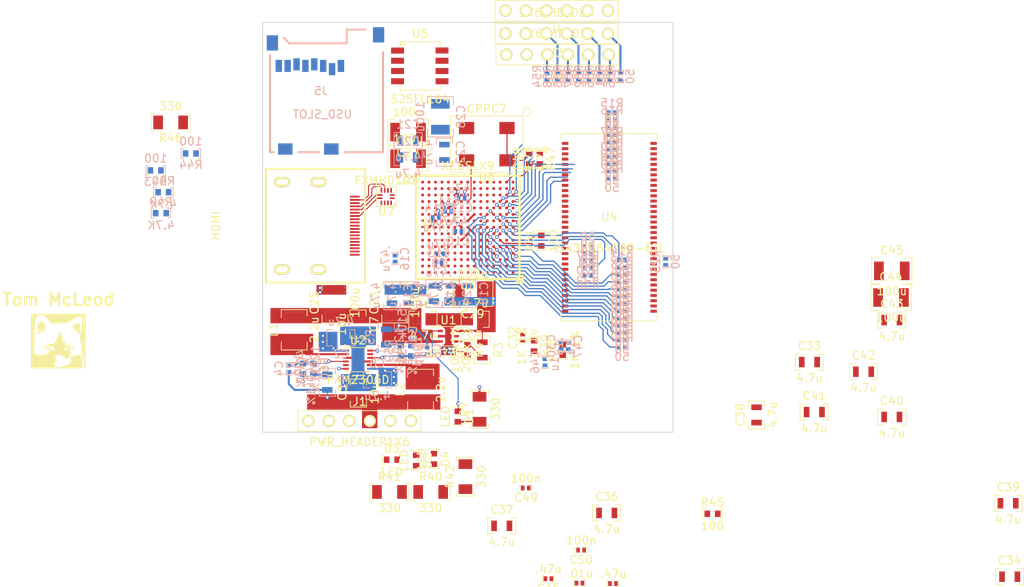
<source format=kicad_pcb>
(kicad_pcb (version 3) (host pcbnew "(2013-07-07 BZR 4022)-stable")
  (layers (15 F.Cu signal) (2 InnerF.Cu power hide) (1 InnerB.Cu power hide) (0 B.Cu signal) (18 B.Paste user) (19 F.Paste user) (20 B.SilkS user) (21 F.SilkS user) (22 B.Mask user) (23 F.Mask user) (28 Edge.Cuts user))
  (net 0 "")
  (net 1 +1.2V)
  (net 2 +2.5V)
  (net 3 +3.3V)
  (net 4 +5V)
  (net 5 /control/programming/CS)
  (net 6 /memory/FPGA_A9_FPGA)
  (net 7 /memory/RAM_A0)
  (net 8 /memory/RAM_A0_FPGA)
  (net 9 /memory/RAM_A1)
  (net 10 /memory/RAM_A10)
  (net 11 /memory/RAM_A10_FPGA)
  (net 12 /memory/RAM_A11)
  (net 13 /memory/RAM_A11_FPGA)
  (net 14 /memory/RAM_A12)
  (net 15 /memory/RAM_A12_FPGA)
  (net 16 /memory/RAM_A1_FPGA)
  (net 17 /memory/RAM_A2)
  (net 18 /memory/RAM_A2_FPGA)
  (net 19 /memory/RAM_A3)
  (net 20 /memory/RAM_A3_FPGA)
  (net 21 /memory/RAM_A4)
  (net 22 /memory/RAM_A4_FPGA)
  (net 23 /memory/RAM_A5)
  (net 24 /memory/RAM_A5_FPGA)
  (net 25 /memory/RAM_A6)
  (net 26 /memory/RAM_A6_FPGA)
  (net 27 /memory/RAM_A7)
  (net 28 /memory/RAM_A7_FPGA)
  (net 29 /memory/RAM_A8)
  (net 30 /memory/RAM_A8_FPGA)
  (net 31 /memory/RAM_A9)
  (net 32 /memory/RAM_BA0)
  (net 33 /memory/RAM_BA0_FPGA)
  (net 34 /memory/RAM_BA1)
  (net 35 /memory/RAM_BA1_FPGA)
  (net 36 /memory/RAM_CAS_FPGA)
  (net 37 /memory/RAM_CKE)
  (net 38 /memory/RAM_CKE_FPGA)
  (net 39 /memory/RAM_CLK)
  (net 40 /memory/RAM_CLKN)
  (net 41 /memory/RAM_DM)
  (net 42 /memory/RAM_DM_FPGA)
  (net 43 /memory/RAM_DQ0)
  (net 44 /memory/RAM_DQ0_FPGA)
  (net 45 /memory/RAM_DQ1)
  (net 46 /memory/RAM_DQ1_FPGA)
  (net 47 /memory/RAM_DQ2)
  (net 48 /memory/RAM_DQ2_FPGA)
  (net 49 /memory/RAM_DQ3)
  (net 50 /memory/RAM_DQ3_FPGA)
  (net 51 /memory/RAM_DQ4)
  (net 52 /memory/RAM_DQ4_FPGA)
  (net 53 /memory/RAM_DQ5)
  (net 54 /memory/RAM_DQ5_FPGA)
  (net 55 /memory/RAM_DQ6)
  (net 56 /memory/RAM_DQ6_FPGA)
  (net 57 /memory/RAM_DQ7)
  (net 58 /memory/RAM_DQ7_FPGA)
  (net 59 /memory/RAM_DQS)
  (net 60 /memory/RAM_DQS_FPGA)
  (net 61 /memory/RAM_RAS_FPGA)
  (net 62 /memory/RAM_WE_FPGA)
  (net 63 /memory/RAM_~CAS~)
  (net 64 /memory/RAM_~RAS~)
  (net 65 /memory/RAM_~WE~)
  (net 66 /memory/Vref)
  (net 67 GND)
  (net 68 N-000001)
  (net 69 N-00000107)
  (net 70 N-00000108)
  (net 71 N-00000109)
  (net 72 N-00000110)
  (net 73 N-00000111)
  (net 74 N-00000112)
  (net 75 N-00000113)
  (net 76 N-00000114)
  (net 77 N-00000115)
  (net 78 N-00000116)
  (net 79 N-00000117)
  (net 80 N-00000119)
  (net 81 N-00000123)
  (net 82 N-00000124)
  (net 83 N-00000125)
  (net 84 N-00000126)
  (net 85 N-00000127)
  (net 86 N-00000128)
  (net 87 N-00000129)
  (net 88 N-00000130)
  (net 89 N-00000131)
  (net 90 N-0000014)
  (net 91 N-00000157)
  (net 92 N-00000158)
  (net 93 N-00000159)
  (net 94 N-00000160)
  (net 95 N-00000161)
  (net 96 N-00000162)
  (net 97 N-00000163)
  (net 98 N-00000164)
  (net 99 N-00000165)
  (net 100 N-00000166)
  (net 101 N-00000167)
  (net 102 N-00000168)
  (net 103 N-00000193)
  (net 104 N-00000195)
  (net 105 N-00000196)
  (net 106 N-00000198)
  (net 107 N-00000199)
  (net 108 N-000002)
  (net 109 N-00000200)
  (net 110 N-00000201)
  (net 111 N-00000202)
  (net 112 N-00000203)
  (net 113 N-00000204)
  (net 114 N-00000205)
  (net 115 N-00000206)
  (net 116 N-00000207)
  (net 117 N-00000208)
  (net 118 N-00000209)
  (net 119 N-00000210)
  (net 120 N-00000211)
  (net 121 N-00000212)
  (net 122 N-00000230)
  (net 123 N-00000231)
  (net 124 N-00000232)
  (net 125 N-00000233)
  (net 126 N-00000234)
  (net 127 N-00000235)
  (net 128 N-00000236)
  (net 129 N-000003)
  (net 130 N-000004)
  (net 131 N-000005)
  (net 132 N-000008)
  (net 133 N-000009)
  (module WDFN12 (layer F.Cu) (at 164.2 143.4)
    (fp_text reference U2 (at 0 -2.4) (layer F.SilkS))
    (fp_text value PAM2306D (at 0 2.5) (layer F.SilkS))
    (pad 1 smd rect (at -1.5 -1.125) (size 0.7 0.25) (layers F.Cu F.Paste F.Mask) (net 4 +5V))
    (pad 2 smd rect (at -1.5 -0.675) (size 0.7 0.25) (layers F.Cu F.Paste F.Mask) (net 108 N-000002))
    (pad 3 smd rect (at -1.5 -0.225) (size 0.7 0.25) (layers F.Cu F.Paste F.Mask) (net 67 GND))
    (pad 4 smd rect (at -1.5 0.225) (size 0.7 0.25) (layers F.Cu F.Paste F.Mask) (net 132 N-000008))
    (pad 5 smd rect (at -1.5 0.675) (size 0.7 0.25) (layers F.Cu F.Paste F.Mask))
    (pad 6 smd rect (at -1.5 1.125) (size 0.7 0.25) (layers F.Cu F.Paste F.Mask) (net 4 +5V))
    (pad 7 smd rect (at 1.5 1.125) (size 0.7 0.25) (layers F.Cu F.Paste F.Mask) (net 4 +5V))
    (pad 8 smd rect (at 1.5 0.675) (size 0.7 0.25) (layers F.Cu F.Paste F.Mask) (net 129 N-000003))
    (pad 9 smd rect (at 1.5 0.225) (size 0.7 0.25) (layers F.Cu F.Paste F.Mask) (net 67 GND))
    (pad 10 smd rect (at 1.5 -0.225) (size 0.7 0.25) (layers F.Cu F.Paste F.Mask) (net 68 N-000001))
    (pad 11 smd rect (at 1.5 -0.675) (size 0.7 0.25) (layers F.Cu F.Paste F.Mask))
    (pad 12 smd rect (at 1.5 -1.125) (size 0.7 0.25) (layers F.Cu F.Paste F.Mask) (net 4 +5V))
    (pad PAD smd rect (at 0 0) (size 1.6 2.65) (layers F.Cu F.Paste F.Mask) (net 67 GND))
  )
  (module uSD_slot (layer B.Cu) (at 158.5 108 180)
    (fp_text reference J5 (at -1.1 -2.1 180) (layer B.SilkS) (effects (justify mirror)))
    (fp_text value USD_SLOT (at -1.3 -5 180) (layer B.SilkS) (effects (justify mirror)))
    (pad GND smd rect (at -8.25 4.85 180) (size 1.4 1.9) (layers B.Cu B.Paste B.Mask))
    (pad GND1 smd rect (at 4.9 3.85 180) (size 1.4 1.9) (layers B.Cu B.Paste B.Mask))
    (pad GND2 smd rect (at -2.4 -9.3 180) (size 1.8 1.4) (layers B.Cu B.Paste B.Mask))
    (pad CD smd rect (at 3.3 -9.3 180) (size 1.8 1.4) (layers B.Cu B.Paste B.Mask))
    (pad 1 smd rect (at -3.59 1 180) (size 0.8 1.5) (layers B.Cu B.Paste B.Mask) (net 97 N-00000163))
    (pad 2 smd rect (at -2.49 0.6 180) (size 0.8 1.5) (layers B.Cu B.Paste B.Mask) (net 96 N-00000162))
    (pad 3 smd rect (at -1.39 1 180) (size 0.8 1.5) (layers B.Cu B.Paste B.Mask) (net 92 N-00000158))
    (pad 4 smd rect (at -0.29 1.2 180) (size 0.8 1.5) (layers B.Cu B.Paste B.Mask) (net 3 +3.3V))
    (pad 5 smd rect (at 0.81 1 180) (size 0.8 1.5) (layers B.Cu B.Paste B.Mask) (net 93 N-00000159))
    (pad 6 smd rect (at 1.91 1.2 180) (size 0.8 1.5) (layers B.Cu B.Paste B.Mask) (net 67 GND))
    (pad 7 smd rect (at 3.01 1 180) (size 0.8 1.5) (layers B.Cu B.Paste B.Mask) (net 94 N-00000160))
    (pad 8 smd rect (at 4.11 1 180) (size 0.8 1.5) (layers B.Cu B.Paste B.Mask) (net 95 N-00000161))
  )
  (module UMLP-12 (layer F.Cu) (at 167.7 123.2 180)
    (fp_text reference U7 (at 0 -1.9 180) (layer F.SilkS))
    (fp_text value FXMHD103 (at 0 2 180) (layer F.SilkS))
    (pad 1 smd rect (at -0.75 -0.2 180) (size 0.588 0.2) (layers F.Cu F.Paste F.Mask) (net 122 N-00000230))
    (pad 2 smd rect (at -0.75 0.2 180) (size 0.588 0.2) (layers F.Cu F.Paste F.Mask) (net 125 N-00000233))
    (pad 3 smd rect (at -0.6 0.77 180) (size 0.2 0.563) (layers F.Cu F.Paste F.Mask) (net 128 N-00000236))
    (pad 4 smd rect (at -0.2 0.77 180) (size 0.2 0.563) (layers F.Cu F.Paste F.Mask) (net 67 GND))
    (pad 5 smd rect (at 0.2 0.77 180) (size 0.2 0.563) (layers F.Cu F.Paste F.Mask) (net 117 N-00000208))
    (pad 6 smd rect (at 0.6 0.77 180) (size 0.2 0.563) (layers F.Cu F.Paste F.Mask) (net 123 N-00000231))
    (pad 7 smd rect (at 0.75 0.2 180) (size 0.588 0.2) (layers F.Cu F.Paste F.Mask) (net 124 N-00000232))
    (pad 8 smd rect (at 0.75 -0.2 180) (size 0.588 0.2) (layers F.Cu F.Paste F.Mask) (net 120 N-00000211))
    (pad 9 smd rect (at 0.6 -0.77 180) (size 0.2 0.563) (layers F.Cu F.Paste F.Mask) (net 121 N-00000212))
    (pad 10 smd rect (at 0.2 -0.77 180) (size 0.2 0.563) (layers F.Cu F.Paste F.Mask) (net 127 N-00000235))
    (pad 11 smd rect (at -0.2 -0.77 180) (size 0.2 0.563) (layers F.Cu F.Paste F.Mask) (net 3 +3.3V))
    (pad 12 smd rect (at -0.6 -0.77 180) (size 0.2 0.563) (layers F.Cu F.Paste F.Mask) (net 126 N-00000234))
  )
  (module SOC8 (layer F.Cu) (at 171.9 107)
    (fp_text reference U5 (at 0 -4) (layer F.SilkS))
    (fp_text value S25FL164 (at 0 4.1) (layer F.SilkS))
    (pad 1 smd rect (at -2.8 -1.9) (size 1.6 0.75) (layers F.Cu F.Paste F.Mask) (net 5 /control/programming/CS))
    (pad 2 smd rect (at -2.8 -0.64) (size 1.6 0.75) (layers F.Cu F.Paste F.Mask) (net 105 N-00000196))
    (pad 3 smd rect (at -2.8 0.63) (size 1.6 0.75) (layers F.Cu F.Paste F.Mask) (net 3 +3.3V))
    (pad 4 smd rect (at -2.8 1.9) (size 1.6 0.75) (layers F.Cu F.Paste F.Mask) (net 67 GND))
    (pad 5 smd rect (at 2.7 1.9) (size 1.6 0.75) (layers F.Cu F.Paste F.Mask) (net 103 N-00000193))
    (pad 6 smd rect (at 2.7 0.63) (size 1.6 0.75) (layers F.Cu F.Paste F.Mask) (net 104 N-00000195))
    (pad 7 smd rect (at 2.7 -0.64) (size 1.6 0.75) (layers F.Cu F.Paste F.Mask) (net 3 +3.3V))
    (pad 8 smd rect (at 2.7 -1.91) (size 1.6 0.75) (layers F.Cu F.Paste F.Mask) (net 3 +3.3V))
  )
  (module header_1x6 (layer F.Cu) (at 188.8 100.15 180)
    (fp_text reference J4 (at 0 -2.4 180) (layer F.SilkS))
    (fp_text value JTAG_1X6 (at 0 2.6 180) (layer F.SilkS))
    (pad 1 thru_hole circle (at -6.35 0 180) (size 1.5 1.5) (drill 1.016) (layers *.Cu *.Mask F.SilkS) (net 99 N-00000165))
    (pad 2 thru_hole circle (at -3.81 0 180) (size 1.5 1.5) (drill 1.016) (layers *.Cu *.Mask F.SilkS) (net 102 N-00000168))
    (pad 3 thru_hole circle (at -1.27 0 180) (size 1.5 1.5) (drill 1.016) (layers *.Cu *.Mask F.SilkS) (net 101 N-00000167))
    (pad 4 thru_hole circle (at 1.27 0 180) (size 1.5 1.5) (drill 1.016) (layers *.Cu *.Mask F.SilkS) (net 100 N-00000166))
    (pad 5 thru_hole circle (at 3.81 0 180) (size 1.5 1.5) (drill 1.016) (layers *.Cu *.Mask F.SilkS) (net 3 +3.3V))
    (pad 6 thru_hole circle (at 6.35 0 180) (size 1.5 1.5) (drill 1.016) (layers *.Cu *.Mask F.SilkS) (net 67 GND))
  )
  (module header_1x6 (layer F.Cu) (at 164.4 151)
    (fp_text reference J1 (at 0 -2.4) (layer F.SilkS))
    (fp_text value PWR_HEADER1X6 (at 0 2.6) (layer F.SilkS))
    (pad 1 thru_hole circle (at -6.35 0) (size 1.5 1.5) (drill 1.016) (layers *.Cu *.Mask F.SilkS) (net 67 GND))
    (pad 2 thru_hole circle (at -3.81 0) (size 1.5 1.5) (drill 1.016) (layers *.Cu *.Mask F.SilkS) (net 4 +5V))
    (pad 3 thru_hole circle (at -1.27 0) (size 1.5 1.5) (drill 1.016) (layers *.Cu *.Mask F.SilkS) (net 3 +3.3V))
    (pad 4 thru_hole circle (at 1.27 0) (size 1.5 1.5) (drill 1.016) (layers *.Cu *.Mask F.SilkS) (net 2 +2.5V))
    (pad 5 thru_hole circle (at 3.81 0) (size 1.5 1.5) (drill 1.016) (layers *.Cu *.Mask F.SilkS) (net 1 +1.2V))
    (pad 6 thru_hole circle (at 6.35 0) (size 1.5 1.5) (drill 1.016) (layers *.Cu *.Mask F.SilkS) (net 67 GND))
  )
  (module header_1x6 (layer F.Cu) (at 188.8 103 180)
    (fp_text reference J3 (at 0 -2.4 180) (layer F.SilkS))
    (fp_text value 1X6_HEADER (at 0 2.6 180) (layer F.SilkS))
    (pad 1 thru_hole circle (at -6.35 0 180) (size 1.5 1.5) (drill 1.016) (layers *.Cu *.Mask F.SilkS) (net 85 N-00000127))
    (pad 2 thru_hole circle (at -3.81 0 180) (size 1.5 1.5) (drill 1.016) (layers *.Cu *.Mask F.SilkS) (net 84 N-00000126))
    (pad 3 thru_hole circle (at -1.27 0 180) (size 1.5 1.5) (drill 1.016) (layers *.Cu *.Mask F.SilkS) (net 86 N-00000128))
    (pad 4 thru_hole circle (at 1.27 0 180) (size 1.5 1.5) (drill 1.016) (layers *.Cu *.Mask F.SilkS) (net 87 N-00000129))
    (pad 5 thru_hole circle (at 3.81 0 180) (size 1.5 1.5) (drill 1.016) (layers *.Cu *.Mask F.SilkS) (net 67 GND))
    (pad 6 thru_hole circle (at 6.35 0 180) (size 1.5 1.5) (drill 1.016) (layers *.Cu *.Mask F.SilkS) (net 3 +3.3V))
  )
  (module header_1x6 (layer F.Cu) (at 188.9 105.6 180)
    (fp_text reference J2 (at 0 -2.4 180) (layer F.SilkS))
    (fp_text value 1X6_HEADER (at 0 2.6 180) (layer F.SilkS))
    (pad 1 thru_hole circle (at -6.35 0 180) (size 1.5 1.5) (drill 1.016) (layers *.Cu *.Mask F.SilkS) (net 75 N-00000113))
    (pad 2 thru_hole circle (at -3.81 0 180) (size 1.5 1.5) (drill 1.016) (layers *.Cu *.Mask F.SilkS) (net 77 N-00000115))
    (pad 3 thru_hole circle (at -1.27 0 180) (size 1.5 1.5) (drill 1.016) (layers *.Cu *.Mask F.SilkS) (net 88 N-00000130))
    (pad 4 thru_hole circle (at 1.27 0 180) (size 1.5 1.5) (drill 1.016) (layers *.Cu *.Mask F.SilkS) (net 89 N-00000131))
    (pad 5 thru_hole circle (at 3.81 0 180) (size 1.5 1.5) (drill 1.016) (layers *.Cu *.Mask F.SilkS) (net 67 GND))
    (pad 6 thru_hole circle (at 6.35 0 180) (size 1.5 1.5) (drill 1.016) (layers *.Cu *.Mask F.SilkS) (net 3 +3.3V))
  )
  (module CPPC7_SMD (layer F.Cu) (at 180.15 116.7 180)
    (fp_text reference U6 (at 0 -4.2 180) (layer F.SilkS))
    (fp_text value CPPC7 (at 0 4.4 180) (layer F.SilkS))
    (pad 1 smd rect (at -2.5 2 180) (size 1.9 1.5) (layers F.Cu F.Paste F.Mask) (net 3 +3.3V))
    (pad 2 smd rect (at 2.5 2 180) (size 1.9 1.5) (layers F.Cu F.Paste F.Mask) (net 67 GND))
    (pad 3 smd rect (at 2.5 -2 180) (size 1.9 1.5) (layers F.Cu F.Paste F.Mask) (net 98 N-00000164))
    (pad 4 smd rect (at -2.5 -2 180) (size 1.9 1.5) (layers F.Cu F.Paste F.Mask) (net 3 +3.3V))
  )
  (module 1210_murata (layer F.Cu) (at 170.4 115.2 180)
    (fp_text reference C27 (at 0 -2.54 180) (layer F.SilkS))
    (fp_text value 100u (at 0 2.5 180) (layer F.SilkS))
    (pad 1 smd rect (at -1.6 0 180) (size 1.2 2.3) (layers F.Cu F.Paste F.Mask) (net 3 +3.3V))
    (pad 2 smd rect (at 1.6 0 180) (size 1.2 2.3) (layers F.Cu F.Paste F.Mask) (net 67 GND))
  )
  (module 1210_murata (layer F.Cu) (at 230.2 135.7)
    (fp_text reference C44 (at 0 -2.54) (layer F.SilkS))
    (fp_text value 100u (at 0 2.5) (layer F.SilkS))
    (pad 1 smd rect (at -1.6 0) (size 1.2 2.3) (layers F.Cu F.Paste F.Mask) (net 2 +2.5V))
    (pad 2 smd rect (at 1.6 0) (size 1.2 2.3) (layers F.Cu F.Paste F.Mask) (net 67 GND))
  )
  (module 1210_murata (layer F.Cu) (at 171.95 147.1 90)
    (fp_text reference L2 (at 0 -2.54 90) (layer F.SilkS))
    (fp_text value 2.2u (at 0 2.5 90) (layer F.SilkS))
    (pad 1 smd rect (at -1.6 0 90) (size 1.2 2.3) (layers F.Cu F.Paste F.Mask) (net 2 +2.5V))
    (pad 2 smd rect (at 1.6 0 90) (size 1.2 2.3) (layers F.Cu F.Paste F.Mask) (net 129 N-000003))
  )
  (module 1210_murata (layer F.Cu) (at 230.3 132.4)
    (fp_text reference C45 (at 0 -2.54) (layer F.SilkS))
    (fp_text value 100u (at 0 2.5) (layer F.SilkS))
    (pad 1 smd rect (at -1.6 0) (size 1.2 2.3) (layers F.Cu F.Paste F.Mask) (net 2 +2.5V))
    (pad 2 smd rect (at 1.6 0) (size 1.2 2.3) (layers F.Cu F.Paste F.Mask) (net 67 GND))
  )
  (module 1210_murata (layer F.Cu) (at 156.3 139.7 90)
    (fp_text reference L1 (at 0 -2.54 90) (layer F.SilkS))
    (fp_text value 2.2u (at 0 2.5 90) (layer F.SilkS))
    (pad 1 smd rect (at -1.6 0 90) (size 1.2 2.3) (layers F.Cu F.Paste F.Mask) (net 108 N-000002))
    (pad 2 smd rect (at 1.6 0 90) (size 1.2 2.3) (layers F.Cu F.Paste F.Mask) (net 3 +3.3V))
  )
  (module 1210_murata (layer F.Cu) (at 178.4 135.2 180)
    (fp_text reference C29 (at 0 -2.54 180) (layer F.SilkS))
    (fp_text value 100u (at 0 2.5 180) (layer F.SilkS))
    (pad 1 smd rect (at -1.6 0 180) (size 1.2 2.3) (layers F.Cu F.Paste F.Mask) (net 1 +1.2V))
    (pad 2 smd rect (at 1.6 0 180) (size 1.2 2.3) (layers F.Cu F.Paste F.Mask) (net 67 GND))
  )
  (module 1210_murata (layer B.Cu) (at 174.4 113.3 90)
    (fp_text reference C28 (at 0 2.54 90) (layer B.SilkS) (effects (justify mirror)))
    (fp_text value 100u (at 0 -2.5 90) (layer B.SilkS) (effects (justify mirror)))
    (pad 1 smd rect (at -1.6 0 90) (size 1.2 2.3) (layers B.Cu B.Paste B.Mask) (net 2 +2.5V))
    (pad 2 smd rect (at 1.6 0 90) (size 1.2 2.3) (layers B.Cu B.Paste B.Mask) (net 67 GND))
  )
  (module 1210_murata (layer F.Cu) (at 161.35 136.35 90)
    (fp_text reference C25 (at 0 -2.54 90) (layer F.SilkS))
    (fp_text value 100u (at 0 2.5 90) (layer F.SilkS))
    (pad 1 smd rect (at -1.6 0 90) (size 1.2 2.3) (layers F.Cu F.Paste F.Mask) (net 3 +3.3V))
    (pad 2 smd rect (at 1.6 0 90) (size 1.2 2.3) (layers F.Cu F.Paste F.Mask) (net 67 GND))
  )
  (module 1210_murata (layer F.Cu) (at 168.75 136.35 90)
    (fp_text reference C23 (at 0 -2.54 90) (layer F.SilkS))
    (fp_text value 100u (at 0 2.5 90) (layer F.SilkS))
    (pad 1 smd rect (at -1.6 0 90) (size 1.2 2.3) (layers F.Cu F.Paste F.Mask) (net 3 +3.3V))
    (pad 2 smd rect (at 1.6 0 90) (size 1.2 2.3) (layers F.Cu F.Paste F.Mask) (net 67 GND))
  )
  (module 1206_custom (layer F.Cu) (at 173.2 159.8)
    (fp_text reference R40 (at 0 -1.9) (layer F.SilkS))
    (fp_text value 330 (at 0 2) (layer F.SilkS))
    (pad 1 smd rect (at -1.55 0) (size 1.2 1.7) (layers F.Cu F.Paste F.Mask) (net 67 GND))
    (pad 2 smd rect (at 1.55 0) (size 1.2 1.7) (layers F.Cu F.Paste F.Mask) (net 81 N-00000123))
  )
  (module 1206_custom (layer F.Cu) (at 168.1 159.8)
    (fp_text reference R41 (at 0 -1.9) (layer F.SilkS))
    (fp_text value 330 (at 0 2) (layer F.SilkS))
    (pad 1 smd rect (at -1.55 0) (size 1.2 1.7) (layers F.Cu F.Paste F.Mask) (net 67 GND))
    (pad 2 smd rect (at 1.55 0) (size 1.2 1.7) (layers F.Cu F.Paste F.Mask) (net 70 N-00000108))
  )
  (module 1206_custom (layer F.Cu) (at 177.5 157.9 90)
    (fp_text reference R42 (at 0 -1.9 90) (layer F.SilkS))
    (fp_text value 330 (at 0 2 90) (layer F.SilkS))
    (pad 1 smd rect (at -1.55 0 90) (size 1.2 1.7) (layers F.Cu F.Paste F.Mask) (net 67 GND))
    (pad 2 smd rect (at 1.55 0 90) (size 1.2 1.7) (layers F.Cu F.Paste F.Mask) (net 73 N-00000111))
  )
  (module 1206_custom (layer F.Cu) (at 141 114 180)
    (fp_text reference R46 (at 0 -1.9 180) (layer F.SilkS))
    (fp_text value 330 (at 0 2 180) (layer F.SilkS))
    (pad 1 smd rect (at -1.55 0 180) (size 1.2 1.7) (layers F.Cu F.Paste F.Mask) (net 3 +3.3V))
    (pad 2 smd rect (at 1.55 0 180) (size 1.2 1.7) (layers F.Cu F.Paste F.Mask) (net 106 N-00000198))
  )
  (module 1206_custom (layer F.Cu) (at 179.25 149.55 90)
    (fp_text reference R7 (at 0 -1.9 90) (layer F.SilkS))
    (fp_text value 330 (at 0 2 90) (layer F.SilkS))
    (pad 1 smd rect (at -1.55 0 90) (size 1.2 1.7) (layers F.Cu F.Paste F.Mask) (net 130 N-000004))
    (pad 2 smd rect (at 1.55 0 90) (size 1.2 1.7) (layers F.Cu F.Paste F.Mask) (net 67 GND))
  )
  (module 0805_custom (layer F.Cu) (at 244.7 161.2)
    (fp_text reference C39 (at 0 -2) (layer F.SilkS))
    (fp_text value 4.7u (at 0 2) (layer F.SilkS))
    (pad 1 smd rect (at -0.95 0) (size 0.7 1.3) (layers F.Cu F.Paste F.Mask) (net 2 +2.5V))
    (pad 2 smd rect (at 0.95 0) (size 0.7 1.3) (layers F.Cu F.Paste F.Mask) (net 67 GND))
  )
  (module 0805_custom (layer B.Cu) (at 167.7 140.6 270)
    (fp_text reference R5 (at 0 2 270) (layer B.SilkS) (effects (justify mirror)))
    (fp_text value "510k .5%" (at 0 -2 270) (layer B.SilkS) (effects (justify mirror)))
    (pad 1 smd rect (at -0.95 0 270) (size 0.7 1.3) (layers B.Cu B.Paste B.Mask) (net 3 +3.3V))
    (pad 2 smd rect (at 0.95 0 270) (size 0.7 1.3) (layers B.Cu B.Paste B.Mask) (net 90 N-0000014))
  )
  (module 0805_custom (layer F.Cu) (at 213.55 150.25 90)
    (fp_text reference C38 (at 0 -2 90) (layer F.SilkS))
    (fp_text value 4.7u (at 0 2 90) (layer F.SilkS))
    (pad 1 smd rect (at -0.95 0 90) (size 0.7 1.3) (layers F.Cu F.Paste F.Mask) (net 2 +2.5V))
    (pad 2 smd rect (at 0.95 0 90) (size 0.7 1.3) (layers F.Cu F.Paste F.Mask) (net 67 GND))
  )
  (module 0805_custom (layer F.Cu) (at 195 162.4)
    (fp_text reference C36 (at 0 -2) (layer F.SilkS))
    (fp_text value 4.7u (at 0 2) (layer F.SilkS))
    (pad 1 smd rect (at -0.95 0) (size 0.7 1.3) (layers F.Cu F.Paste F.Mask) (net 2 +2.5V))
    (pad 2 smd rect (at 0.95 0) (size 0.7 1.3) (layers F.Cu F.Paste F.Mask) (net 67 GND))
  )
  (module 0805_custom (layer F.Cu) (at 220.1 143.7)
    (fp_text reference C33 (at 0 -2) (layer F.SilkS))
    (fp_text value 4.7u (at 0 2) (layer F.SilkS))
    (pad 1 smd rect (at -0.95 0) (size 0.7 1.3) (layers F.Cu F.Paste F.Mask) (net 2 +2.5V))
    (pad 2 smd rect (at 0.95 0) (size 0.7 1.3) (layers F.Cu F.Paste F.Mask) (net 67 GND))
  )
  (module 0805_custom (layer F.Cu) (at 230.3 138.5)
    (fp_text reference C43 (at 0 -2) (layer F.SilkS))
    (fp_text value 4.7u (at 0 2) (layer F.SilkS))
    (pad 1 smd rect (at -0.95 0) (size 0.7 1.3) (layers F.Cu F.Paste F.Mask) (net 2 +2.5V))
    (pad 2 smd rect (at 0.95 0) (size 0.7 1.3) (layers F.Cu F.Paste F.Mask) (net 67 GND))
  )
  (module 0805_custom (layer F.Cu) (at 220.7 149.9)
    (fp_text reference C41 (at 0 -2) (layer F.SilkS))
    (fp_text value 4.7u (at 0 2) (layer F.SilkS))
    (pad 1 smd rect (at -0.95 0) (size 0.7 1.3) (layers F.Cu F.Paste F.Mask) (net 2 +2.5V))
    (pad 2 smd rect (at 0.95 0) (size 0.7 1.3) (layers F.Cu F.Paste F.Mask) (net 67 GND))
  )
  (module 0805_custom (layer F.Cu) (at 182 164)
    (fp_text reference C37 (at 0 -2) (layer F.SilkS))
    (fp_text value 4.7u (at 0 2) (layer F.SilkS))
    (pad 1 smd rect (at -0.95 0) (size 0.7 1.3) (layers F.Cu F.Paste F.Mask) (net 2 +2.5V))
    (pad 2 smd rect (at 0.95 0) (size 0.7 1.3) (layers F.Cu F.Paste F.Mask) (net 67 GND))
  )
  (module 0805_custom (layer F.Cu) (at 226.8 144.9)
    (fp_text reference C42 (at 0 -2) (layer F.SilkS))
    (fp_text value 4.7u (at 0 2) (layer F.SilkS))
    (pad 1 smd rect (at -0.95 0) (size 0.7 1.3) (layers F.Cu F.Paste F.Mask) (net 2 +2.5V))
    (pad 2 smd rect (at 0.95 0) (size 0.7 1.3) (layers F.Cu F.Paste F.Mask) (net 67 GND))
  )
  (module 0805_custom (layer F.Cu) (at 230.3 150.5)
    (fp_text reference C40 (at 0 -2) (layer F.SilkS))
    (fp_text value 4.7u (at 0 2) (layer F.SilkS))
    (pad 1 smd rect (at -0.95 0) (size 0.7 1.3) (layers F.Cu F.Paste F.Mask) (net 2 +2.5V))
    (pad 2 smd rect (at 0.95 0) (size 0.7 1.3) (layers F.Cu F.Paste F.Mask) (net 67 GND))
  )
  (module 0805_custom (layer F.Cu) (at 244.9 170.3)
    (fp_text reference C34 (at 0 -2) (layer F.SilkS))
    (fp_text value 4.7u (at 0 2) (layer F.SilkS))
    (pad 1 smd rect (at -0.95 0) (size 0.7 1.3) (layers F.Cu F.Paste F.Mask) (net 2 +2.5V))
    (pad 2 smd rect (at 0.95 0) (size 0.7 1.3) (layers F.Cu F.Paste F.Mask) (net 67 GND))
  )
  (module 0805_custom (layer B.Cu) (at 173.6 135.2 90)
    (fp_text reference C12 (at 0 2 90) (layer B.SilkS) (effects (justify mirror)))
    (fp_text value 4.7u (at 0 -2 90) (layer B.SilkS) (effects (justify mirror)))
    (pad 1 smd rect (at -0.95 0 90) (size 0.7 1.3) (layers B.Cu B.Paste B.Mask) (net 1 +1.2V))
    (pad 2 smd rect (at 0.95 0 90) (size 0.7 1.3) (layers B.Cu B.Paste B.Mask) (net 67 GND))
  )
  (module 0805_custom (layer B.Cu) (at 175.7 135.2 90)
    (fp_text reference C24 (at 0 2 90) (layer B.SilkS) (effects (justify mirror)))
    (fp_text value 4.7u (at 0 -2 90) (layer B.SilkS) (effects (justify mirror)))
    (pad 1 smd rect (at -0.95 0 90) (size 0.7 1.3) (layers B.Cu B.Paste B.Mask) (net 1 +1.2V))
    (pad 2 smd rect (at 0.95 0 90) (size 0.7 1.3) (layers B.Cu B.Paste B.Mask) (net 67 GND))
  )
  (module 0805_custom (layer B.Cu) (at 160.4 146.2 90)
    (fp_text reference R1 (at 0 2 90) (layer B.SilkS) (effects (justify mirror)))
    (fp_text value 340k1% (at 0 -2 90) (layer B.SilkS) (effects (justify mirror)))
    (pad 1 smd rect (at -0.95 0 90) (size 0.7 1.3) (layers B.Cu B.Paste B.Mask) (net 2 +2.5V))
    (pad 2 smd rect (at 0.95 0 90) (size 0.7 1.3) (layers B.Cu B.Paste B.Mask) (net 133 N-000009))
  )
  (module 0805_custom (layer B.Cu) (at 170.4 116.25 180)
    (fp_text reference C21 (at 0 2 180) (layer B.SilkS) (effects (justify mirror)))
    (fp_text value 4.7u (at 0 -2 180) (layer B.SilkS) (effects (justify mirror)))
    (pad 1 smd rect (at -0.95 0 180) (size 0.7 1.3) (layers B.Cu B.Paste B.Mask) (net 3 +3.3V))
    (pad 2 smd rect (at 0.95 0 180) (size 0.7 1.3) (layers B.Cu B.Paste B.Mask) (net 67 GND))
  )
  (module 0805_custom (layer B.Cu) (at 174.9 117.7 90)
    (fp_text reference C22 (at 0 2 90) (layer B.SilkS) (effects (justify mirror)))
    (fp_text value 4.7u (at 0 -2 90) (layer B.SilkS) (effects (justify mirror)))
    (pad 1 smd rect (at -0.95 0 90) (size 0.7 1.3) (layers B.Cu B.Paste B.Mask) (net 2 +2.5V))
    (pad 2 smd rect (at 0.95 0 90) (size 0.7 1.3) (layers B.Cu B.Paste B.Mask) (net 67 GND))
  )
  (module 0805_custom (layer B.Cu) (at 177.8 135.2 90)
    (fp_text reference C18 (at 0 2 90) (layer B.SilkS) (effects (justify mirror)))
    (fp_text value 4.7u (at 0 -2 90) (layer B.SilkS) (effects (justify mirror)))
    (pad 1 smd rect (at -0.95 0 90) (size 0.7 1.3) (layers B.Cu B.Paste B.Mask) (net 1 +1.2V))
    (pad 2 smd rect (at 0.95 0 90) (size 0.7 1.3) (layers B.Cu B.Paste B.Mask) (net 67 GND))
  )
  (module 0805_custom (layer F.Cu) (at 164.25 147.52 90)
    (fp_text reference C3 (at 0 -2 90) (layer F.SilkS))
    (fp_text value 10u (at 0 2 90) (layer F.SilkS))
    (pad 1 smd rect (at -0.95 0 90) (size 0.7 1.3) (layers F.Cu F.Paste F.Mask) (net 2 +2.5V))
    (pad 2 smd rect (at 0.95 0 90) (size 0.7 1.3) (layers F.Cu F.Paste F.Mask) (net 67 GND))
  )
  (module 0805_custom (layer F.Cu) (at 164.2 139 270)
    (fp_text reference C7 (at 0 -2 270) (layer F.SilkS))
    (fp_text value 10u (at 0 2 270) (layer F.SilkS))
    (pad 1 smd rect (at -0.95 0 270) (size 0.7 1.3) (layers F.Cu F.Paste F.Mask) (net 3 +3.3V))
    (pad 2 smd rect (at 0.95 0 270) (size 0.7 1.3) (layers F.Cu F.Paste F.Mask) (net 67 GND))
  )
  (module 0805_custom (layer B.Cu) (at 168.4 135.45 90)
    (fp_text reference C19 (at 0 2 90) (layer B.SilkS) (effects (justify mirror)))
    (fp_text value 4.7u (at 0 -2 90) (layer B.SilkS) (effects (justify mirror)))
    (pad 1 smd rect (at -0.95 0 90) (size 0.7 1.3) (layers B.Cu B.Paste B.Mask) (net 3 +3.3V))
    (pad 2 smd rect (at 0.95 0 90) (size 0.7 1.3) (layers B.Cu B.Paste B.Mask) (net 67 GND))
  )
  (module 0805_custom (layer B.Cu) (at 162.1 140.7)
    (fp_text reference C2 (at 0 2) (layer B.SilkS) (effects (justify mirror)))
    (fp_text value 4.7u (at 0 -2) (layer B.SilkS) (effects (justify mirror)))
    (pad 1 smd rect (at -0.95 0) (size 0.7 1.3) (layers B.Cu B.Paste B.Mask) (net 4 +5V))
    (pad 2 smd rect (at 0.95 0) (size 0.7 1.3) (layers B.Cu B.Paste B.Mask) (net 67 GND))
  )
  (module 0805_custom (layer B.Cu) (at 170.4 118.35 180)
    (fp_text reference C20 (at 0 2 180) (layer B.SilkS) (effects (justify mirror)))
    (fp_text value 4.7u (at 0 -2 180) (layer B.SilkS) (effects (justify mirror)))
    (pad 1 smd rect (at -0.95 0 180) (size 0.7 1.3) (layers B.Cu B.Paste B.Mask) (net 3 +3.3V))
    (pad 2 smd rect (at 0.95 0 180) (size 0.7 1.3) (layers B.Cu B.Paste B.Mask) (net 67 GND))
  )
  (module 0805_custom (layer B.Cu) (at 166.6 145.9 180)
    (fp_text reference C8 (at 0 2 180) (layer B.SilkS) (effects (justify mirror)))
    (fp_text value 4.7u (at 0 -2 180) (layer B.SilkS) (effects (justify mirror)))
    (pad 1 smd rect (at -0.95 0 180) (size 0.7 1.3) (layers B.Cu B.Paste B.Mask) (net 4 +5V))
    (pad 2 smd rect (at 0.95 0 180) (size 0.7 1.3) (layers B.Cu B.Paste B.Mask) (net 67 GND))
  )
  (module 0805_custom (layer F.Cu) (at 172.25 138.4)
    (fp_text reference C1 (at 0 -2) (layer F.SilkS))
    (fp_text value 4.7u (at 0 2) (layer F.SilkS))
    (pad 1 smd rect (at -0.95 0) (size 0.7 1.3) (layers F.Cu F.Paste F.Mask) (net 3 +3.3V))
    (pad 2 smd rect (at 0.95 0) (size 0.7 1.3) (layers F.Cu F.Paste F.Mask) (net 67 GND))
  )
  (module 0805_custom (layer F.Cu) (at 178.7 138.4 180)
    (fp_text reference C5 (at 0 -2 180) (layer F.SilkS))
    (fp_text value 4.7u (at 0 2 180) (layer F.SilkS))
    (pad 1 smd rect (at -0.95 0 180) (size 0.7 1.3) (layers F.Cu F.Paste F.Mask) (net 1 +1.2V))
    (pad 2 smd rect (at 0.95 0 180) (size 0.7 1.3) (layers F.Cu F.Paste F.Mask) (net 67 GND))
  )
  (module 0805_custom (layer F.Cu) (at 179.6 142.2 270)
    (fp_text reference R3 (at 0 -2 270) (layer F.SilkS))
    (fp_text value 200k1% (at 0 2 270) (layer F.SilkS))
    (pad 1 smd rect (at -0.95 0 270) (size 0.7 1.3) (layers F.Cu F.Paste F.Mask) (net 1 +1.2V))
    (pad 2 smd rect (at 0.95 0 270) (size 0.7 1.3) (layers F.Cu F.Paste F.Mask) (net 131 N-000005))
  )
  (module 0805_custom (layer B.Cu) (at 170.45 135.45 90)
    (fp_text reference C17 (at 0 2 90) (layer B.SilkS) (effects (justify mirror)))
    (fp_text value 4.7u (at 0 -2 90) (layer B.SilkS) (effects (justify mirror)))
    (pad 1 smd rect (at -0.95 0 90) (size 0.7 1.3) (layers B.Cu B.Paste B.Mask) (net 3 +3.3V))
    (pad 2 smd rect (at 0.95 0 90) (size 0.7 1.3) (layers B.Cu B.Paste B.Mask) (net 67 GND))
  )
  (module 0603_custom (layer B.Cu) (at 139.8 125.25 180)
    (fp_text reference R49 (at 0 1.4 180) (layer B.SilkS) (effects (justify mirror)))
    (fp_text value 4.7K (at 0 -1.5 180) (layer B.SilkS) (effects (justify mirror)))
    (pad 1 smd rect (at -0.65 0 180) (size 0.7 0.8) (layers B.Cu B.Paste B.Mask) (net 110 N-00000201))
    (pad 2 smd rect (at 0.65 0 180) (size 0.7 0.8) (layers B.Cu B.Paste B.Mask) (net 3 +3.3V))
  )
  (module 0603_custom (layer F.Cu) (at 185.4 118.5 90)
    (fp_text reference R48 (at 0 -1.4 90) (layer F.SilkS))
    (fp_text value 4.7K (at 0 1.5 90) (layer F.SilkS))
    (pad 1 smd rect (at -0.65 0 90) (size 0.7 0.8) (layers F.Cu F.Paste F.Mask) (net 109 N-00000200))
    (pad 2 smd rect (at 0.65 0 90) (size 0.7 0.8) (layers F.Cu F.Paste F.Mask) (net 3 +3.3V))
  )
  (module 0603_custom (layer F.Cu) (at 176.55 150.45 270)
    (fp_text reference D1 (at 0 -1.4 270) (layer F.SilkS))
    (fp_text value LED (at 0 1.5 270) (layer F.SilkS))
    (pad 1 smd rect (at -0.65 0 270) (size 0.7 0.8) (layers F.Cu F.Paste F.Mask) (net 3 +3.3V))
    (pad 2 smd rect (at 0.65 0 270) (size 0.7 0.8) (layers F.Cu F.Paste F.Mask) (net 130 N-000004))
  )
  (module 0603_custom (layer B.Cu) (at 139.15 119.95)
    (fp_text reference R43 (at 0 1.4) (layer B.SilkS) (effects (justify mirror)))
    (fp_text value 100 (at 0 -1.5) (layer B.SilkS) (effects (justify mirror)))
    (pad 1 smd rect (at -0.65 0) (size 0.7 0.8) (layers B.Cu B.Paste B.Mask) (net 105 N-00000196))
    (pad 2 smd rect (at 0.65 0) (size 0.7 0.8) (layers B.Cu B.Paste B.Mask) (net 107 N-00000199))
  )
  (module 0603_custom (layer B.Cu) (at 143.5 117.85)
    (fp_text reference R44 (at 0 1.4) (layer B.SilkS) (effects (justify mirror)))
    (fp_text value 100 (at 0 -1.5) (layer B.SilkS) (effects (justify mirror)))
    (pad 1 smd rect (at -0.65 0) (size 0.7 0.8) (layers B.Cu B.Paste B.Mask) (net 104 N-00000195))
    (pad 2 smd rect (at 0.65 0) (size 0.7 0.8) (layers B.Cu B.Paste B.Mask) (net 3 +3.3V))
  )
  (module 0603_custom (layer F.Cu) (at 208.1 162.5)
    (fp_text reference R45 (at 0 -1.4) (layer F.SilkS))
    (fp_text value 100 (at 0 1.5) (layer F.SilkS))
    (pad 1 smd rect (at -0.65 0) (size 0.7 0.8) (layers F.Cu F.Paste F.Mask) (net 67 GND))
    (pad 2 smd rect (at 0.65 0) (size 0.7 0.8) (layers F.Cu F.Paste F.Mask) (net 104 N-00000195))
  )
  (module 0603_custom (layer F.Cu) (at 173.6 155.7 270)
    (fp_text reference D4 (at 0 -1.4 270) (layer F.SilkS))
    (fp_text value LED (at 0 1.5 270) (layer F.SilkS))
    (pad 1 smd rect (at -0.65 0 270) (size 0.7 0.8) (layers F.Cu F.Paste F.Mask) (net 69 N-00000107))
    (pad 2 smd rect (at 0.65 0 270) (size 0.7 0.8) (layers F.Cu F.Paste F.Mask) (net 73 N-00000111))
  )
  (module 0603_custom (layer F.Cu) (at 168.4 155.8)
    (fp_text reference D3 (at 0 -1.4) (layer F.SilkS))
    (fp_text value LED (at 0 1.5) (layer F.SilkS))
    (pad 1 smd rect (at -0.65 0) (size 0.7 0.8) (layers F.Cu F.Paste F.Mask) (net 71 N-00000109))
    (pad 2 smd rect (at 0.65 0) (size 0.7 0.8) (layers F.Cu F.Paste F.Mask) (net 70 N-00000108))
  )
  (module 0603_custom (layer B.Cu) (at 140.1 122.65 180)
    (fp_text reference R50 (at 0 1.4 180) (layer B.SilkS) (effects (justify mirror)))
    (fp_text value 4.7K (at 0 -1.5 180) (layer B.SilkS) (effects (justify mirror)))
    (pad 1 smd rect (at -0.65 0 180) (size 0.7 0.8) (layers B.Cu B.Paste B.Mask) (net 5 /control/programming/CS))
    (pad 2 smd rect (at 0.65 0 180) (size 0.7 0.8) (layers B.Cu B.Paste B.Mask) (net 3 +3.3V))
  )
  (module 0603_custom (layer F.Cu) (at 171.4 155.9 270)
    (fp_text reference D2 (at 0 -1.4 270) (layer F.SilkS))
    (fp_text value LED (at 0 1.5 270) (layer F.SilkS))
    (pad 1 smd rect (at -0.65 0 270) (size 0.7 0.8) (layers F.Cu F.Paste F.Mask) (net 72 N-00000110))
    (pad 2 smd rect (at 0.65 0 270) (size 0.7 0.8) (layers F.Cu F.Paste F.Mask) (net 81 N-00000123))
  )
  (module 0603_custom (layer F.Cu) (at 186.7 118.5 270)
    (fp_text reference R47 (at 0 -1.4 270) (layer F.SilkS))
    (fp_text value 4.7K (at 0 1.5 270) (layer F.SilkS))
    (pad 1 smd rect (at -0.65 0 270) (size 0.7 0.8) (layers F.Cu F.Paste F.Mask) (net 67 GND))
    (pad 2 smd rect (at 0.65 0 270) (size 0.7 0.8) (layers F.Cu F.Paste F.Mask) (net 109 N-00000200))
  )
  (module 0603_custom (layer F.Cu) (at 177.75 142.2 270)
    (fp_text reference R4 (at 0 -1.4 270) (layer F.SilkS))
    (fp_text value 100k1% (at 0 1.5 270) (layer F.SilkS))
    (pad 1 smd rect (at -0.65 0 270) (size 0.7 0.8) (layers F.Cu F.Paste F.Mask) (net 131 N-000005))
    (pad 2 smd rect (at 0.65 0 270) (size 0.7 0.8) (layers F.Cu F.Paste F.Mask) (net 67 GND))
  )
  (module 0603_custom (layer B.Cu) (at 157.4 144.52 270)
    (fp_text reference R2 (at 0 1.4 270) (layer B.SilkS) (effects (justify mirror)))
    (fp_text value 120k1% (at 0 -1.5 270) (layer B.SilkS) (effects (justify mirror)))
    (pad 1 smd rect (at -0.65 0 270) (size 0.7 0.8) (layers B.Cu B.Paste B.Mask) (net 132 N-000008))
    (pad 2 smd rect (at 0.65 0 270) (size 0.7 0.8) (layers B.Cu B.Paste B.Mask) (net 67 GND))
  )
  (module 0603_custom (layer B.Cu) (at 169.5 142.3 270)
    (fp_text reference R59 (at 0 1.4 270) (layer B.SilkS) (effects (justify mirror)))
    (fp_text value "30k .5%" (at 0 -1.5 270) (layer B.SilkS) (effects (justify mirror)))
    (pad 1 smd rect (at -0.65 0 270) (size 0.7 0.8) (layers B.Cu B.Paste B.Mask) (net 90 N-0000014))
    (pad 2 smd rect (at 0.65 0 270) (size 0.7 0.8) (layers B.Cu B.Paste B.Mask) (net 68 N-000001))
  )
  (module 0603_custom (layer B.Cu) (at 170.8 142.3 90)
    (fp_text reference R6 (at 0 1.4 90) (layer B.SilkS) (effects (justify mirror)))
    (fp_text value 120k1% (at 0 -1.5 90) (layer B.SilkS) (effects (justify mirror)))
    (pad 1 smd rect (at -0.65 0 90) (size 0.7 0.8) (layers B.Cu B.Paste B.Mask) (net 68 N-000001))
    (pad 2 smd rect (at 0.65 0 90) (size 0.7 0.8) (layers B.Cu B.Paste B.Mask) (net 67 GND))
  )
  (module 0603_custom (layer B.Cu) (at 158.67 144.52 90)
    (fp_text reference R60 (at 0 1.4 90) (layer B.SilkS) (effects (justify mirror)))
    (fp_text value 40k1% (at 0 -1.5 90) (layer B.SilkS) (effects (justify mirror)))
    (pad 1 smd rect (at -0.65 0 90) (size 0.7 0.8) (layers B.Cu B.Paste B.Mask) (net 133 N-000009))
    (pad 2 smd rect (at 0.65 0 90) (size 0.7 0.8) (layers B.Cu B.Paste B.Mask) (net 132 N-000008))
  )
  (module 0603_custom (layer F.Cu) (at 189.55 142.2 90)
    (fp_text reference R38 (at 0 -1.4 90) (layer F.SilkS))
    (fp_text value "1K 1%" (at 0 1.5 90) (layer F.SilkS))
    (pad 1 smd rect (at -0.65 0 90) (size 0.7 0.8) (layers F.Cu F.Paste F.Mask) (net 2 +2.5V))
    (pad 2 smd rect (at 0.65 0 90) (size 0.7 0.8) (layers F.Cu F.Paste F.Mask) (net 66 /memory/Vref))
  )
  (module 0603_custom (layer F.Cu) (at 186 141.7 270)
    (fp_text reference R39 (at 0 -1.4 270) (layer F.SilkS))
    (fp_text value "1K 1%" (at 0 1.5 270) (layer F.SilkS))
    (pad 1 smd rect (at -0.65 0 270) (size 0.7 0.8) (layers F.Cu F.Paste F.Mask) (net 66 /memory/Vref))
    (pad 2 smd rect (at 0.65 0 270) (size 0.7 0.8) (layers F.Cu F.Paste F.Mask) (net 67 GND))
  )
  (module 0603_custom (layer F.Cu) (at 186.9 128.65 90)
    (fp_text reference R31 (at 0 -1.4 90) (layer F.SilkS))
    (fp_text value 100 (at 0 1.5 90) (layer F.SilkS))
    (pad 1 smd rect (at -0.65 0 90) (size 0.7 0.8) (layers F.Cu F.Paste F.Mask) (net 39 /memory/RAM_CLK))
    (pad 2 smd rect (at 0.65 0 90) (size 0.7 0.8) (layers F.Cu F.Paste F.Mask) (net 40 /memory/RAM_CLKN))
  )
  (module 0402_murata (layer B.Cu) (at 194.1 108.3 90)
    (fp_text reference R56 (at 0 -1.2 90) (layer B.SilkS) (effects (justify mirror)))
    (fp_text value 50 (at 0 1.2 90) (layer B.SilkS) (effects (justify mirror)))
    (pad 2 smd rect (at 0.35 0 90) (size 0.45 0.6) (layers B.Cu B.Paste B.Mask) (net 84 N-00000126))
    (pad 1 smd rect (at -0.4 0 90) (size 0.45 0.6) (layers B.Cu B.Paste B.Mask) (net 83 N-00000125))
  )
  (module 0402_murata (layer B.Cu) (at 155.63 144.5 90)
    (fp_text reference C4 (at 0 -1.2 90) (layer B.SilkS) (effects (justify mirror)))
    (fp_text value 100p (at 0 1.2 90) (layer B.SilkS) (effects (justify mirror)))
    (pad 2 smd rect (at 0.35 0 90) (size 0.45 0.6) (layers B.Cu B.Paste B.Mask) (net 132 N-000008))
    (pad 1 smd rect (at -0.4 0 90) (size 0.45 0.6) (layers B.Cu B.Paste B.Mask) (net 2 +2.5V))
  )
  (module 0402_murata (layer B.Cu) (at 196.7 108.3 90)
    (fp_text reference R55 (at 0 -1.2 90) (layer B.SilkS) (effects (justify mirror)))
    (fp_text value 50 (at 0 1.2 90) (layer B.SilkS) (effects (justify mirror)))
    (pad 2 smd rect (at 0.35 0 90) (size 0.45 0.6) (layers B.Cu B.Paste B.Mask) (net 85 N-00000127))
    (pad 1 smd rect (at -0.4 0 90) (size 0.45 0.6) (layers B.Cu B.Paste B.Mask) (net 82 N-00000124))
  )
  (module 0402_murata (layer B.Cu) (at 187.6 108.3 90)
    (fp_text reference R54 (at 0 -1.2 90) (layer B.SilkS) (effects (justify mirror)))
    (fp_text value 50 (at 0 1.2 90) (layer B.SilkS) (effects (justify mirror)))
    (pad 2 smd rect (at 0.35 0 90) (size 0.45 0.6) (layers B.Cu B.Paste B.Mask) (net 89 N-00000131))
    (pad 1 smd rect (at -0.4 0 90) (size 0.45 0.6) (layers B.Cu B.Paste B.Mask) (net 79 N-00000117))
  )
  (module 0402_murata (layer B.Cu) (at 190.2 108.3 90)
    (fp_text reference R53 (at 0 -1.2 90) (layer B.SilkS) (effects (justify mirror)))
    (fp_text value 50 (at 0 1.2 90) (layer B.SilkS) (effects (justify mirror)))
    (pad 2 smd rect (at 0.35 0 90) (size 0.45 0.6) (layers B.Cu B.Paste B.Mask) (net 88 N-00000130))
    (pad 1 smd rect (at -0.4 0 90) (size 0.45 0.6) (layers B.Cu B.Paste B.Mask) (net 78 N-00000116))
  )
  (module 0402_murata (layer B.Cu) (at 192.8 108.3 90)
    (fp_text reference R52 (at 0 -1.2 90) (layer B.SilkS) (effects (justify mirror)))
    (fp_text value 50 (at 0 1.2 90) (layer B.SilkS) (effects (justify mirror)))
    (pad 2 smd rect (at 0.35 0 90) (size 0.45 0.6) (layers B.Cu B.Paste B.Mask) (net 77 N-00000115))
    (pad 1 smd rect (at -0.4 0 90) (size 0.45 0.6) (layers B.Cu B.Paste B.Mask) (net 76 N-00000114))
  )
  (module 0402_murata (layer B.Cu) (at 195.4 108.3 90)
    (fp_text reference R51 (at 0 -1.2 90) (layer B.SilkS) (effects (justify mirror)))
    (fp_text value 50 (at 0 1.2 90) (layer B.SilkS) (effects (justify mirror)))
    (pad 2 smd rect (at 0.35 0 90) (size 0.45 0.6) (layers B.Cu B.Paste B.Mask) (net 75 N-00000113))
    (pad 1 smd rect (at -0.4 0 90) (size 0.45 0.6) (layers B.Cu B.Paste B.Mask) (net 74 N-00000112))
  )
  (module 0402_murata (layer B.Cu) (at 174.2 131.4)
    (fp_text reference C13 (at 0 -1.2) (layer B.SilkS) (effects (justify mirror)))
    (fp_text value .47u (at 0 1.2) (layer B.SilkS) (effects (justify mirror)))
    (pad 2 smd rect (at 0.35 0) (size 0.45 0.6) (layers B.Cu B.Paste B.Mask) (net 67 GND))
    (pad 1 smd rect (at -0.4 0) (size 0.45 0.6) (layers B.Cu B.Paste B.Mask) (net 3 +3.3V))
  )
  (module 0402_murata (layer B.Cu) (at 168.8 130.9 270)
    (fp_text reference C16 (at 0 -1.2 270) (layer B.SilkS) (effects (justify mirror)))
    (fp_text value .47u (at 0 1.2 270) (layer B.SilkS) (effects (justify mirror)))
    (pad 2 smd rect (at 0.35 0 270) (size 0.45 0.6) (layers B.Cu B.Paste B.Mask) (net 67 GND))
    (pad 1 smd rect (at -0.4 0 270) (size 0.45 0.6) (layers B.Cu B.Paste B.Mask) (net 2 +2.5V))
  )
  (module 0402_murata (layer B.Cu) (at 187.35 143.7 90)
    (fp_text reference C46 (at 0 -1.2 90) (layer B.SilkS) (effects (justify mirror)))
    (fp_text value .1u (at 0 1.2 90) (layer B.SilkS) (effects (justify mirror)))
    (pad 2 smd rect (at 0.35 0 90) (size 0.45 0.6) (layers B.Cu B.Paste B.Mask) (net 66 /memory/Vref))
    (pad 1 smd rect (at -0.4 0 90) (size 0.45 0.6) (layers B.Cu B.Paste B.Mask) (net 2 +2.5V))
  )
  (module 0402_murata (layer B.Cu) (at 172.77 142.36 270)
    (fp_text reference C6 (at 0 -1.2 270) (layer B.SilkS) (effects (justify mirror)))
    (fp_text value 100p (at 0 1.2 270) (layer B.SilkS) (effects (justify mirror)))
    (pad 2 smd rect (at 0.35 0 270) (size 0.45 0.6) (layers B.Cu B.Paste B.Mask) (net 68 N-000001))
    (pad 1 smd rect (at -0.4 0 270) (size 0.45 0.6) (layers B.Cu B.Paste B.Mask) (net 3 +3.3V))
  )
  (module 0402_murata (layer B.Cu) (at 191.5 108.3 90)
    (fp_text reference R57 (at 0 -1.2 90) (layer B.SilkS) (effects (justify mirror)))
    (fp_text value 50 (at 0 1.2 90) (layer B.SilkS) (effects (justify mirror)))
    (pad 2 smd rect (at 0.35 0 90) (size 0.45 0.6) (layers B.Cu B.Paste B.Mask) (net 86 N-00000128))
    (pad 1 smd rect (at -0.4 0 90) (size 0.45 0.6) (layers B.Cu B.Paste B.Mask) (net 91 N-00000157))
  )
  (module 0402_murata (layer B.Cu) (at 188.9 108.3 90)
    (fp_text reference R58 (at 0 -1.2 90) (layer B.SilkS) (effects (justify mirror)))
    (fp_text value 50 (at 0 1.2 90) (layer B.SilkS) (effects (justify mirror)))
    (pad 2 smd rect (at 0.35 0 90) (size 0.45 0.6) (layers B.Cu B.Paste B.Mask) (net 87 N-00000129))
    (pad 1 smd rect (at -0.4 0 90) (size 0.45 0.6) (layers B.Cu B.Paste B.Mask) (net 80 N-00000119))
  )
  (module 0402_murata (layer F.Cu) (at 187.8 170.55)
    (fp_text reference C35 (at 0 1.2) (layer F.SilkS))
    (fp_text value .47u (at 0 -1.2) (layer F.SilkS))
    (pad 2 smd rect (at 0.35 0) (size 0.45 0.6) (layers F.Cu F.Paste F.Mask) (net 67 GND))
    (pad 1 smd rect (at -0.4 0) (size 0.45 0.6) (layers F.Cu F.Paste F.Mask) (net 2 +2.5V))
  )
  (module 0402_murata (layer B.Cu) (at 177 123.4 180)
    (fp_text reference C15 (at 0 -1.2 180) (layer B.SilkS) (effects (justify mirror)))
    (fp_text value .47u (at 0 1.2 180) (layer B.SilkS) (effects (justify mirror)))
    (pad 2 smd rect (at 0.35 0 180) (size 0.45 0.6) (layers B.Cu B.Paste B.Mask) (net 67 GND))
    (pad 1 smd rect (at -0.4 0 180) (size 0.45 0.6) (layers B.Cu B.Paste B.Mask) (net 3 +3.3V))
  )
  (module 0402_murata (layer F.Cu) (at 195.8 171.15)
    (fp_text reference C31 (at 0 1.2) (layer F.SilkS))
    (fp_text value .47u (at 0 -1.2) (layer F.SilkS))
    (pad 2 smd rect (at 0.35 0) (size 0.45 0.6) (layers F.Cu F.Paste F.Mask) (net 67 GND))
    (pad 1 smd rect (at -0.4 0) (size 0.45 0.6) (layers F.Cu F.Paste F.Mask) (net 2 +2.5V))
  )
  (module 0402_murata (layer B.Cu) (at 173.85 125.8)
    (fp_text reference C14 (at 0 -1.2) (layer B.SilkS) (effects (justify mirror)))
    (fp_text value .47u (at 0 1.2) (layer B.SilkS) (effects (justify mirror)))
    (pad 2 smd rect (at 0.35 0) (size 0.45 0.6) (layers B.Cu B.Paste B.Mask) (net 67 GND))
    (pad 1 smd rect (at -0.4 0) (size 0.45 0.6) (layers B.Cu B.Paste B.Mask) (net 3 +3.3V))
  )
  (module 0402_murata (layer B.Cu) (at 190.25 141.75 270)
    (fp_text reference C47 (at 0 -1.2 270) (layer B.SilkS) (effects (justify mirror)))
    (fp_text value .1u (at 0 1.2 270) (layer B.SilkS) (effects (justify mirror)))
    (pad 2 smd rect (at 0.35 0 270) (size 0.45 0.6) (layers B.Cu B.Paste B.Mask) (net 67 GND))
    (pad 1 smd rect (at -0.4 0 270) (size 0.45 0.6) (layers B.Cu B.Paste B.Mask) (net 66 /memory/Vref))
  )
  (module 0402_murata (layer B.Cu) (at 176.6 127.5 180)
    (fp_text reference C10 (at 0 -1.2 180) (layer B.SilkS) (effects (justify mirror)))
    (fp_text value .47u (at 0 1.2 180) (layer B.SilkS) (effects (justify mirror)))
    (pad 2 smd rect (at 0.35 0 180) (size 0.45 0.6) (layers B.Cu B.Paste B.Mask) (net 67 GND))
    (pad 1 smd rect (at -0.4 0 180) (size 0.45 0.6) (layers B.Cu B.Paste B.Mask) (net 1 +1.2V))
  )
  (module 0402_murata (layer B.Cu) (at 174.4 130.3 180)
    (fp_text reference C9 (at 0 -1.2 180) (layer B.SilkS) (effects (justify mirror)))
    (fp_text value .47u (at 0 1.2 180) (layer B.SilkS) (effects (justify mirror)))
    (pad 2 smd rect (at 0.35 0 180) (size 0.45 0.6) (layers B.Cu B.Paste B.Mask) (net 67 GND))
    (pad 1 smd rect (at -0.4 0 180) (size 0.45 0.6) (layers B.Cu B.Paste B.Mask) (net 3 +3.3V))
  )
  (module 0402_murata (layer F.Cu) (at 191.65 171.1)
    (fp_text reference C48 (at 0 1.2) (layer F.SilkS))
    (fp_text value .01u (at 0 -1.2) (layer F.SilkS))
    (pad 2 smd rect (at 0.35 0) (size 0.45 0.6) (layers F.Cu F.Paste F.Mask) (net 67 GND))
    (pad 1 smd rect (at -0.4 0) (size 0.45 0.6) (layers F.Cu F.Paste F.Mask) (net 3 +3.3V))
  )
  (module 0402_murata (layer F.Cu) (at 185 159.3)
    (fp_text reference C49 (at 0 1.2) (layer F.SilkS))
    (fp_text value 100n (at 0 -1.2) (layer F.SilkS))
    (pad 2 smd rect (at 0.35 0) (size 0.45 0.6) (layers F.Cu F.Paste F.Mask) (net 67 GND))
    (pad 1 smd rect (at -0.4 0) (size 0.45 0.6) (layers F.Cu F.Paste F.Mask) (net 3 +3.3V))
  )
  (module 0402_murata (layer F.Cu) (at 191.85 167)
    (fp_text reference C50 (at 0 1.2) (layer F.SilkS))
    (fp_text value 100n (at 0 -1.2) (layer F.SilkS))
    (pad 2 smd rect (at 0.35 0) (size 0.45 0.6) (layers F.Cu F.Paste F.Mask) (net 67 GND))
    (pad 1 smd rect (at -0.4 0) (size 0.45 0.6) (layers F.Cu F.Paste F.Mask) (net 3 +3.3V))
  )
  (module 0402_murata (layer B.Cu) (at 175.4 125)
    (fp_text reference C11 (at 0 -1.2) (layer B.SilkS) (effects (justify mirror)))
    (fp_text value .47u (at 0 1.2) (layer B.SilkS) (effects (justify mirror)))
    (pad 2 smd rect (at 0.35 0) (size 0.45 0.6) (layers B.Cu B.Paste B.Mask) (net 67 GND))
    (pad 1 smd rect (at -0.4 0) (size 0.45 0.6) (layers B.Cu B.Paste B.Mask) (net 3 +3.3V))
  )
  (module 0402_murata (layer B.Cu) (at 195.65 112.8)
    (fp_text reference R15 (at 0 -1.2) (layer B.SilkS) (effects (justify mirror)))
    (fp_text value 50 (at 0 1.2) (layer B.SilkS) (effects (justify mirror)))
    (pad 2 smd rect (at 0.35 0) (size 0.45 0.6) (layers B.Cu B.Paste B.Mask) (net 43 /memory/RAM_DQ0))
    (pad 1 smd rect (at -0.4 0) (size 0.45 0.6) (layers B.Cu B.Paste B.Mask) (net 44 /memory/RAM_DQ0_FPGA))
  )
  (module 0402_murata (layer B.Cu) (at 192.65 129.35 180)
    (fp_text reference R37 (at 0 -1.2 180) (layer B.SilkS) (effects (justify mirror)))
    (fp_text value 50 (at 0 1.2 180) (layer B.SilkS) (effects (justify mirror)))
    (pad 2 smd rect (at 0.35 0 180) (size 0.45 0.6) (layers B.Cu B.Paste B.Mask) (net 65 /memory/RAM_~WE~))
    (pad 1 smd rect (at -0.4 0 180) (size 0.45 0.6) (layers B.Cu B.Paste B.Mask) (net 62 /memory/RAM_WE_FPGA))
  )
  (module 0402_murata (layer B.Cu) (at 196.9 140.95)
    (fp_text reference R27 (at 0 -1.2) (layer B.SilkS) (effects (justify mirror)))
    (fp_text value 50 (at 0 1.2) (layer B.SilkS) (effects (justify mirror)))
    (pad 2 smd rect (at 0.35 0) (size 0.45 0.6) (layers B.Cu B.Paste B.Mask) (net 7 /memory/RAM_A0))
    (pad 1 smd rect (at -0.4 0) (size 0.45 0.6) (layers B.Cu B.Paste B.Mask) (net 8 /memory/RAM_A0_FPGA))
  )
  (module 0402_murata (layer B.Cu) (at 196.9 138.25)
    (fp_text reference R28 (at 0 -1.2) (layer B.SilkS) (effects (justify mirror)))
    (fp_text value 50 (at 0 1.2) (layer B.SilkS) (effects (justify mirror)))
    (pad 2 smd rect (at 0.35 0) (size 0.45 0.6) (layers B.Cu B.Paste B.Mask) (net 9 /memory/RAM_A1))
    (pad 1 smd rect (at -0.4 0) (size 0.45 0.6) (layers B.Cu B.Paste B.Mask) (net 16 /memory/RAM_A1_FPGA))
  )
  (module 0402_murata (layer B.Cu) (at 192.65 132.05 180)
    (fp_text reference R35 (at 0 -1.2 180) (layer B.SilkS) (effects (justify mirror)))
    (fp_text value 50 (at 0 1.2 180) (layer B.SilkS) (effects (justify mirror)))
    (pad 2 smd rect (at 0.35 0 180) (size 0.45 0.6) (layers B.Cu B.Paste B.Mask) (net 32 /memory/RAM_BA0))
    (pad 1 smd rect (at -0.4 0 180) (size 0.45 0.6) (layers B.Cu B.Paste B.Mask) (net 33 /memory/RAM_BA0_FPGA))
  )
  (module 0402_murata (layer B.Cu) (at 192.65 132.95 180)
    (fp_text reference R36 (at 0 -1.2 180) (layer B.SilkS) (effects (justify mirror)))
    (fp_text value 50 (at 0 1.2 180) (layer B.SilkS) (effects (justify mirror)))
    (pad 2 smd rect (at 0.35 0 180) (size 0.45 0.6) (layers B.Cu B.Paste B.Mask) (net 34 /memory/RAM_BA1))
    (pad 1 smd rect (at -0.4 0 180) (size 0.45 0.6) (layers B.Cu B.Paste B.Mask) (net 35 /memory/RAM_BA1_FPGA))
  )
  (module 0402_murata (layer B.Cu) (at 202.3 131.25 90)
    (fp_text reference R25 (at 0 -1.2 90) (layer B.SilkS) (effects (justify mirror)))
    (fp_text value 50 (at 0 1.2 90) (layer B.SilkS) (effects (justify mirror)))
    (pad 2 smd rect (at 0.35 0 90) (size 0.45 0.6) (layers B.Cu B.Paste B.Mask) (net 37 /memory/RAM_CKE))
    (pad 1 smd rect (at -0.4 0 90) (size 0.45 0.6) (layers B.Cu B.Paste B.Mask) (net 38 /memory/RAM_CKE_FPGA))
  )
  (module 0402_murata (layer B.Cu) (at 196.9 135.55)
    (fp_text reference R26 (at 0 -1.2) (layer B.SilkS) (effects (justify mirror)))
    (fp_text value 50 (at 0 1.2) (layer B.SilkS) (effects (justify mirror)))
    (pad 2 smd rect (at 0.35 0) (size 0.45 0.6) (layers B.Cu B.Paste B.Mask) (net 14 /memory/RAM_A12))
    (pad 1 smd rect (at -0.4 0) (size 0.45 0.6) (layers B.Cu B.Paste B.Mask) (net 15 /memory/RAM_A12_FPGA))
  )
  (module 0402_murata (layer B.Cu) (at 196.9 133.75)
    (fp_text reference R34 (at 0 -1.2) (layer B.SilkS) (effects (justify mirror)))
    (fp_text value 50 (at 0 1.2) (layer B.SilkS) (effects (justify mirror)))
    (pad 2 smd rect (at 0.35 0) (size 0.45 0.6) (layers B.Cu B.Paste B.Mask) (net 12 /memory/RAM_A11))
    (pad 1 smd rect (at -0.4 0) (size 0.45 0.6) (layers B.Cu B.Paste B.Mask) (net 13 /memory/RAM_A11_FPGA))
  )
  (module 0402_murata (layer B.Cu) (at 196.9 137.35)
    (fp_text reference R23 (at 0 -1.2) (layer B.SilkS) (effects (justify mirror)))
    (fp_text value 50 (at 0 1.2) (layer B.SilkS) (effects (justify mirror)))
    (pad 2 smd rect (at 0.35 0) (size 0.45 0.6) (layers B.Cu B.Paste B.Mask) (net 10 /memory/RAM_A10))
    (pad 1 smd rect (at -0.4 0) (size 0.45 0.6) (layers B.Cu B.Paste B.Mask) (net 11 /memory/RAM_A10_FPGA))
  )
  (module 0402_murata (layer B.Cu) (at 196.9 136.45)
    (fp_text reference R24 (at 0 -1.2) (layer B.SilkS) (effects (justify mirror)))
    (fp_text value 50 (at 0 1.2) (layer B.SilkS) (effects (justify mirror)))
    (pad 2 smd rect (at 0.35 0) (size 0.45 0.6) (layers B.Cu B.Paste B.Mask) (net 21 /memory/RAM_A4))
    (pad 1 smd rect (at -0.4 0) (size 0.45 0.6) (layers B.Cu B.Paste B.Mask) (net 22 /memory/RAM_A4_FPGA))
  )
  (module 0402_murata (layer B.Cu) (at 196.9 134.65)
    (fp_text reference R32 (at 0 -1.2) (layer B.SilkS) (effects (justify mirror)))
    (fp_text value 50 (at 0 1.2) (layer B.SilkS) (effects (justify mirror)))
    (pad 2 smd rect (at 0.35 0) (size 0.45 0.6) (layers B.Cu B.Paste B.Mask) (net 29 /memory/RAM_A8))
    (pad 1 smd rect (at -0.4 0) (size 0.45 0.6) (layers B.Cu B.Paste B.Mask) (net 30 /memory/RAM_A8_FPGA))
  )
  (module 0402_murata (layer B.Cu) (at 196.9 132.85)
    (fp_text reference R33 (at 0 -1.2) (layer B.SilkS) (effects (justify mirror)))
    (fp_text value 50 (at 0 1.2) (layer B.SilkS) (effects (justify mirror)))
    (pad 2 smd rect (at 0.35 0) (size 0.45 0.6) (layers B.Cu B.Paste B.Mask) (net 31 /memory/RAM_A9))
    (pad 1 smd rect (at -0.4 0) (size 0.45 0.6) (layers B.Cu B.Paste B.Mask) (net 6 /memory/FPGA_A9_FPGA))
  )
  (module 0402_murata (layer B.Cu) (at 195.65 116.4)
    (fp_text reference R17 (at 0 -1.2) (layer B.SilkS) (effects (justify mirror)))
    (fp_text value 50 (at 0 1.2) (layer B.SilkS) (effects (justify mirror)))
    (pad 2 smd rect (at 0.35 0) (size 0.45 0.6) (layers B.Cu B.Paste B.Mask) (net 59 /memory/RAM_DQS))
    (pad 1 smd rect (at -0.4 0) (size 0.45 0.6) (layers B.Cu B.Paste B.Mask) (net 60 /memory/RAM_DQS_FPGA))
  )
  (module 0402_murata (layer B.Cu) (at 195.65 118.2)
    (fp_text reference R10 (at 0 -1.2) (layer B.SilkS) (effects (justify mirror)))
    (fp_text value 50 (at 0 1.2) (layer B.SilkS) (effects (justify mirror)))
    (pad 2 smd rect (at 0.35 0) (size 0.45 0.6) (layers B.Cu B.Paste B.Mask) (net 55 /memory/RAM_DQ6))
    (pad 1 smd rect (at -0.4 0) (size 0.45 0.6) (layers B.Cu B.Paste B.Mask) (net 56 /memory/RAM_DQ6_FPGA))
  )
  (module 0402_murata (layer B.Cu) (at 195.65 117.3)
    (fp_text reference R11 (at 0 -1.2) (layer B.SilkS) (effects (justify mirror)))
    (fp_text value 50 (at 0 1.2) (layer B.SilkS) (effects (justify mirror)))
    (pad 2 smd rect (at 0.35 0) (size 0.45 0.6) (layers B.Cu B.Paste B.Mask) (net 57 /memory/RAM_DQ7))
    (pad 1 smd rect (at -0.4 0) (size 0.45 0.6) (layers B.Cu B.Paste B.Mask) (net 58 /memory/RAM_DQ7_FPGA))
  )
  (module 0402_murata (layer B.Cu) (at 196.9 139.15)
    (fp_text reference R30 (at 0 -1.2) (layer B.SilkS) (effects (justify mirror)))
    (fp_text value 50 (at 0 1.2) (layer B.SilkS) (effects (justify mirror)))
    (pad 2 smd rect (at 0.35 0) (size 0.45 0.6) (layers B.Cu B.Paste B.Mask) (net 17 /memory/RAM_A2))
    (pad 1 smd rect (at -0.4 0) (size 0.45 0.6) (layers B.Cu B.Paste B.Mask) (net 18 /memory/RAM_A2_FPGA))
  )
  (module 0402_murata (layer B.Cu) (at 195.65 113.7)
    (fp_text reference R16 (at 0 -1.2) (layer B.SilkS) (effects (justify mirror)))
    (fp_text value 50 (at 0 1.2) (layer B.SilkS) (effects (justify mirror)))
    (pad 2 smd rect (at 0.35 0) (size 0.45 0.6) (layers B.Cu B.Paste B.Mask) (net 45 /memory/RAM_DQ1))
    (pad 1 smd rect (at -0.4 0) (size 0.45 0.6) (layers B.Cu B.Paste B.Mask) (net 46 /memory/RAM_DQ1_FPGA))
  )
  (module 0402_murata (layer B.Cu) (at 195.65 114.6)
    (fp_text reference R8 (at 0 -1.2) (layer B.SilkS) (effects (justify mirror)))
    (fp_text value 50 (at 0 1.2) (layer B.SilkS) (effects (justify mirror)))
    (pad 2 smd rect (at 0.35 0) (size 0.45 0.6) (layers B.Cu B.Paste B.Mask) (net 47 /memory/RAM_DQ2))
    (pad 1 smd rect (at -0.4 0) (size 0.45 0.6) (layers B.Cu B.Paste B.Mask) (net 48 /memory/RAM_DQ2_FPGA))
  )
  (module 0402_murata (layer B.Cu) (at 195.65 115.5)
    (fp_text reference R9 (at 0 -1.2) (layer B.SilkS) (effects (justify mirror)))
    (fp_text value 50 (at 0 1.2) (layer B.SilkS) (effects (justify mirror)))
    (pad 2 smd rect (at 0.35 0) (size 0.45 0.6) (layers B.Cu B.Paste B.Mask) (net 49 /memory/RAM_DQ3))
    (pad 1 smd rect (at -0.4 0) (size 0.45 0.6) (layers B.Cu B.Paste B.Mask) (net 50 /memory/RAM_DQ3_FPGA))
  )
  (module 0402_murata (layer B.Cu) (at 192.65 131.15 180)
    (fp_text reference R20 (at 0 -1.2 180) (layer B.SilkS) (effects (justify mirror)))
    (fp_text value 50 (at 0 1.2 180) (layer B.SilkS) (effects (justify mirror)))
    (pad 2 smd rect (at 0.35 0 180) (size 0.45 0.6) (layers B.Cu B.Paste B.Mask) (net 64 /memory/RAM_~RAS~))
    (pad 1 smd rect (at -0.4 0 180) (size 0.45 0.6) (layers B.Cu B.Paste B.Mask) (net 61 /memory/RAM_RAS_FPGA))
  )
  (module 0402_murata (layer B.Cu) (at 192.65 130.25 180)
    (fp_text reference R21 (at 0 -1.2 180) (layer B.SilkS) (effects (justify mirror)))
    (fp_text value 50 (at 0 1.2 180) (layer B.SilkS) (effects (justify mirror)))
    (pad 2 smd rect (at 0.35 0 180) (size 0.45 0.6) (layers B.Cu B.Paste B.Mask) (net 63 /memory/RAM_~CAS~))
    (pad 1 smd rect (at -0.4 0 180) (size 0.45 0.6) (layers B.Cu B.Paste B.Mask) (net 36 /memory/RAM_CAS_FPGA))
  )
  (module 0402_murata (layer B.Cu) (at 196.9 131.95)
    (fp_text reference R13 (at 0 -1.2) (layer B.SilkS) (effects (justify mirror)))
    (fp_text value 50 (at 0 1.2) (layer B.SilkS) (effects (justify mirror)))
    (pad 2 smd rect (at 0.35 0) (size 0.45 0.6) (layers B.Cu B.Paste B.Mask) (net 23 /memory/RAM_A5))
    (pad 1 smd rect (at -0.4 0) (size 0.45 0.6) (layers B.Cu B.Paste B.Mask) (net 24 /memory/RAM_A5_FPGA))
  )
  (module 0402_murata (layer B.Cu) (at 196.9 131.05)
    (fp_text reference R14 (at 0 -1.2) (layer B.SilkS) (effects (justify mirror)))
    (fp_text value 50 (at 0 1.2) (layer B.SilkS) (effects (justify mirror)))
    (pad 2 smd rect (at 0.35 0) (size 0.45 0.6) (layers B.Cu B.Paste B.Mask) (net 25 /memory/RAM_A6))
    (pad 1 smd rect (at -0.4 0) (size 0.45 0.6) (layers B.Cu B.Paste B.Mask) (net 26 /memory/RAM_A6_FPGA))
  )
  (module 0402_murata (layer B.Cu) (at 195.65 120)
    (fp_text reference R18 (at 0 -1.2) (layer B.SilkS) (effects (justify mirror)))
    (fp_text value 50 (at 0 1.2) (layer B.SilkS) (effects (justify mirror)))
    (pad 2 smd rect (at 0.35 0) (size 0.45 0.6) (layers B.Cu B.Paste B.Mask) (net 51 /memory/RAM_DQ4))
    (pad 1 smd rect (at -0.4 0) (size 0.45 0.6) (layers B.Cu B.Paste B.Mask) (net 52 /memory/RAM_DQ4_FPGA))
  )
  (module 0402_murata (layer B.Cu) (at 195.65 119.1)
    (fp_text reference R19 (at 0 -1.2) (layer B.SilkS) (effects (justify mirror)))
    (fp_text value 50 (at 0 1.2) (layer B.SilkS) (effects (justify mirror)))
    (pad 2 smd rect (at 0.35 0) (size 0.45 0.6) (layers B.Cu B.Paste B.Mask) (net 53 /memory/RAM_DQ5))
    (pad 1 smd rect (at -0.4 0) (size 0.45 0.6) (layers B.Cu B.Paste B.Mask) (net 54 /memory/RAM_DQ5_FPGA))
  )
  (module 0402_murata (layer B.Cu) (at 195.65 120.9)
    (fp_text reference R12 (at 0 -1.2) (layer B.SilkS) (effects (justify mirror)))
    (fp_text value 50 (at 0 1.2) (layer B.SilkS) (effects (justify mirror)))
    (pad 2 smd rect (at 0.35 0) (size 0.45 0.6) (layers B.Cu B.Paste B.Mask) (net 41 /memory/RAM_DM))
    (pad 1 smd rect (at -0.4 0) (size 0.45 0.6) (layers B.Cu B.Paste B.Mask) (net 42 /memory/RAM_DM_FPGA))
  )
  (module 0402_murata (layer B.Cu) (at 196.9 141.85)
    (fp_text reference R22 (at 0 -1.2) (layer B.SilkS) (effects (justify mirror)))
    (fp_text value 50 (at 0 1.2) (layer B.SilkS) (effects (justify mirror)))
    (pad 2 smd rect (at 0.35 0) (size 0.45 0.6) (layers B.Cu B.Paste B.Mask) (net 19 /memory/RAM_A3))
    (pad 1 smd rect (at -0.4 0) (size 0.45 0.6) (layers B.Cu B.Paste B.Mask) (net 20 /memory/RAM_A3_FPGA))
  )
  (module 0402_murata (layer B.Cu) (at 189.35 141.7 90)
    (fp_text reference C30 (at 0 -1.2 90) (layer B.SilkS) (effects (justify mirror)))
    (fp_text value .1u (at 0 1.2 90) (layer B.SilkS) (effects (justify mirror)))
    (pad 2 smd rect (at 0.35 0 90) (size 0.45 0.6) (layers B.Cu B.Paste B.Mask) (net 66 /memory/Vref))
    (pad 1 smd rect (at -0.4 0 90) (size 0.45 0.6) (layers B.Cu B.Paste B.Mask) (net 67 GND))
  )
  (module 0402_murata (layer F.Cu) (at 184.6 140.7 270)
    (fp_text reference C32 (at 0 1.2 270) (layer F.SilkS))
    (fp_text value .1u (at 0 -1.2 270) (layer F.SilkS))
    (pad 2 smd rect (at 0.35 0 270) (size 0.45 0.6) (layers F.Cu F.Paste F.Mask) (net 67 GND))
    (pad 1 smd rect (at -0.4 0 270) (size 0.45 0.6) (layers F.Cu F.Paste F.Mask) (net 66 /memory/Vref))
  )
  (module 0402_murata (layer B.Cu) (at 196.9 140.05)
    (fp_text reference R29 (at 0 -1.2) (layer B.SilkS) (effects (justify mirror)))
    (fp_text value 50 (at 0 1.2) (layer B.SilkS) (effects (justify mirror)))
    (pad 2 smd rect (at 0.35 0) (size 0.45 0.6) (layers B.Cu B.Paste B.Mask) (net 27 /memory/RAM_A7))
    (pad 1 smd rect (at -0.4 0) (size 0.45 0.6) (layers B.Cu B.Paste B.Mask) (net 28 /memory/RAM_A7_FPGA))
  )
  (module CSG_225_custom (layer F.Cu) (at 177.8 127 180)
    (fp_text reference U3 (at 0 -7.2 180) (layer F.SilkS))
    (fp_text value XC6SLX9 (at 0 7.6 180) (layer F.SilkS))
    (pad A1 smd circle (at -5.6 -5.6 180) (size 0.37 0.37) (layers F.Cu F.Paste F.Mask) (net 67 GND))
    (pad A2 smd circle (at -4.8 -5.6 180) (size 0.37 0.37) (layers F.Cu F.Paste F.Mask))
    (pad A3 smd circle (at -4 -5.6 180) (size 0.37 0.37) (layers F.Cu F.Paste F.Mask))
    (pad A4 smd circle (at -3.2 -5.6 180) (size 0.37 0.37) (layers F.Cu F.Paste F.Mask))
    (pad A5 smd circle (at -2.4 -5.6 180) (size 0.37 0.37) (layers F.Cu F.Paste F.Mask))
    (pad A6 smd circle (at -1.6 -5.6 180) (size 0.37 0.37) (layers F.Cu F.Paste F.Mask))
    (pad A7 smd circle (at -0.8 -5.6 180) (size 0.37 0.37) (layers F.Cu F.Paste F.Mask))
    (pad A8 smd circle (at 0 -5.6 180) (size 0.37 0.37) (layers F.Cu F.Paste F.Mask) (net 116 N-00000207))
    (pad A9 smd circle (at 0.8 -5.6 180) (size 0.37 0.37) (layers F.Cu F.Paste F.Mask) (net 111 N-00000202))
    (pad A10 smd circle (at 1.6 -5.6 180) (size 0.37 0.37) (layers F.Cu F.Paste F.Mask))
    (pad A11 smd circle (at 2.4 -5.6 180) (size 0.37 0.37) (layers F.Cu F.Paste F.Mask) (net 127 N-00000235))
    (pad A12 smd circle (at 3.2 -5.6 180) (size 0.37 0.37) (layers F.Cu F.Paste F.Mask))
    (pad A13 smd circle (at 4 -5.6 180) (size 0.37 0.37) (layers F.Cu F.Paste F.Mask))
    (pad A14 smd circle (at 4.8 -5.6 180) (size 0.37 0.37) (layers F.Cu F.Paste F.Mask) (net 99 N-00000165))
    (pad A15 smd circle (at 5.6 -5.6 180) (size 0.37 0.37) (layers F.Cu F.Paste F.Mask) (net 67 GND))
    (pad B1 smd circle (at -5.6 -4.8 180) (size 0.37 0.37) (layers F.Cu F.Paste F.Mask) (net 3 +3.3V))
    (pad B2 smd circle (at -4.8 -4.8 180) (size 0.37 0.37) (layers F.Cu F.Paste F.Mask) (net 67 GND))
    (pad B3 smd circle (at -4 -4.8 180) (size 0.37 0.37) (layers F.Cu F.Paste F.Mask))
    (pad B4 smd circle (at -3.2 -4.8 180) (size 0.37 0.37) (layers F.Cu F.Paste F.Mask) (net 3 +3.3V))
    (pad B5 smd circle (at -2.4 -4.8 180) (size 0.37 0.37) (layers F.Cu F.Paste F.Mask))
    (pad B6 smd circle (at -1.6 -4.8 180) (size 0.37 0.37) (layers F.Cu F.Paste F.Mask) (net 67 GND))
    (pad B7 smd circle (at -0.8 -4.8 180) (size 0.37 0.37) (layers F.Cu F.Paste F.Mask))
    (pad B8 smd circle (at 0 -4.8 180) (size 0.37 0.37) (layers F.Cu F.Paste F.Mask) (net 3 +3.3V))
    (pad B9 smd circle (at 0.8 -4.8 180) (size 0.37 0.37) (layers F.Cu F.Paste F.Mask) (net 115 N-00000206))
    (pad B10 smd circle (at 1.6 -4.8 180) (size 0.37 0.37) (layers F.Cu F.Paste F.Mask) (net 67 GND))
    (pad B11 smd circle (at 2.4 -4.8 180) (size 0.37 0.37) (layers F.Cu F.Paste F.Mask) (net 126 N-00000234))
    (pad B12 smd circle (at 3.2 -4.8 180) (size 0.37 0.37) (layers F.Cu F.Paste F.Mask) (net 3 +3.3V))
    (pad B13 smd circle (at 4 -4.8 180) (size 0.37 0.37) (layers F.Cu F.Paste F.Mask))
    (pad B14 smd circle (at 4.8 -4.8 180) (size 0.37 0.37) (layers F.Cu F.Paste F.Mask))
    (pad B15 smd circle (at 5.6 -4.8 180) (size 0.37 0.37) (layers F.Cu F.Paste F.Mask))
    (pad C1 smd circle (at -5.6 -4 180) (size 0.37 0.37) (layers F.Cu F.Paste F.Mask) (net 66 /memory/Vref))
    (pad C2 smd circle (at -4.8 -4 180) (size 0.37 0.37) (layers F.Cu F.Paste F.Mask))
    (pad C3 smd circle (at -4 -4 180) (size 0.37 0.37) (layers F.Cu F.Paste F.Mask) (net 67 GND))
    (pad C4 smd circle (at -3.2 -4 180) (size 0.37 0.37) (layers F.Cu F.Paste F.Mask))
    (pad C5 smd circle (at -2.4 -4 180) (size 0.37 0.37) (layers F.Cu F.Paste F.Mask))
    (pad C6 smd circle (at -1.6 -4 180) (size 0.37 0.37) (layers F.Cu F.Paste F.Mask))
    (pad C7 smd circle (at -0.8 -4 180) (size 0.37 0.37) (layers F.Cu F.Paste F.Mask))
    (pad C8 smd circle (at 0 -4 180) (size 0.37 0.37) (layers F.Cu F.Paste F.Mask) (net 114 N-00000205))
    (pad C9 smd circle (at 0.8 -4 180) (size 0.37 0.37) (layers F.Cu F.Paste F.Mask) (net 119 N-00000210))
    (pad C10 smd circle (at 1.6 -4 180) (size 0.37 0.37) (layers F.Cu F.Paste F.Mask))
    (pad C11 smd circle (at 2.4 -4 180) (size 0.37 0.37) (layers F.Cu F.Paste F.Mask))
    (pad C12 smd circle (at 3.2 -4 180) (size 0.37 0.37) (layers F.Cu F.Paste F.Mask))
    (pad C13 smd circle (at 4 -4 180) (size 0.37 0.37) (layers F.Cu F.Paste F.Mask) (net 67 GND))
    (pad C14 smd circle (at 4.8 -4 180) (size 0.37 0.37) (layers F.Cu F.Paste F.Mask))
    (pad C15 smd circle (at 5.6 -4 180) (size 0.37 0.37) (layers F.Cu F.Paste F.Mask))
    (pad D1 smd circle (at -5.6 -3.2 180) (size 0.37 0.37) (layers F.Cu F.Paste F.Mask) (net 13 /memory/RAM_A11_FPGA))
    (pad D2 smd circle (at -4.8 -3.2 180) (size 0.37 0.37) (layers F.Cu F.Paste F.Mask) (net 2 +2.5V))
    (pad D3 smd circle (at -4 -3.2 180) (size 0.37 0.37) (layers F.Cu F.Paste F.Mask))
    (pad D4 smd circle (at -3.2 -3.2 180) (size 0.37 0.37) (layers F.Cu F.Paste F.Mask) (net 38 /memory/RAM_CKE_FPGA))
    (pad D5 smd circle (at -2.4 -3.2 180) (size 0.37 0.37) (layers F.Cu F.Paste F.Mask))
    (pad D6 smd circle (at -1.6 -3.2 180) (size 0.37 0.37) (layers F.Cu F.Paste F.Mask))
    (pad D7 smd circle (at -0.8 -3.2 180) (size 0.37 0.37) (layers F.Cu F.Paste F.Mask))
    (pad D8 smd circle (at 0 -3.2 180) (size 0.37 0.37) (layers F.Cu F.Paste F.Mask))
    (pad D9 smd circle (at 0.8 -3.2 180) (size 0.37 0.37) (layers F.Cu F.Paste F.Mask) (net 3 +3.3V))
    (pad D10 smd circle (at 1.6 -3.2 180) (size 0.37 0.37) (layers F.Cu F.Paste F.Mask) (net 118 N-00000209))
    (pad D11 smd circle (at 2.4 -3.2 180) (size 0.37 0.37) (layers F.Cu F.Paste F.Mask) (net 128 N-00000236))
    (pad D12 smd circle (at 3.2 -3.2 180) (size 0.37 0.37) (layers F.Cu F.Paste F.Mask) (net 100 N-00000166))
    (pad D13 smd circle (at 4 -3.2 180) (size 0.37 0.37) (layers F.Cu F.Paste F.Mask))
    (pad D14 smd circle (at 4.8 -3.2 180) (size 0.37 0.37) (layers F.Cu F.Paste F.Mask) (net 3 +3.3V))
    (pad D15 smd circle (at 5.6 -3.2 180) (size 0.37 0.37) (layers F.Cu F.Paste F.Mask))
    (pad E1 smd circle (at -5.6 -2.4 180) (size 0.37 0.37) (layers F.Cu F.Paste F.Mask) (net 6 /memory/FPGA_A9_FPGA))
    (pad E2 smd circle (at -4.8 -2.4 180) (size 0.37 0.37) (layers F.Cu F.Paste F.Mask) (net 30 /memory/RAM_A8_FPGA))
    (pad E3 smd circle (at -4 -2.4 180) (size 0.37 0.37) (layers F.Cu F.Paste F.Mask) (net 15 /memory/RAM_A12_FPGA))
    (pad E4 smd circle (at -3.2 -2.4 180) (size 0.37 0.37) (layers F.Cu F.Paste F.Mask) (net 22 /memory/RAM_A4_FPGA))
    (pad E5 smd circle (at -2.4 -2.4 180) (size 0.37 0.37) (layers F.Cu F.Paste F.Mask) (net 11 /memory/RAM_A10_FPGA))
    (pad E6 smd circle (at -1.6 -2.4 180) (size 0.37 0.37) (layers F.Cu F.Paste F.Mask))
    (pad E7 smd circle (at -0.8 -2.4 180) (size 0.37 0.37) (layers F.Cu F.Paste F.Mask))
    (pad E8 smd circle (at 0 -2.4 180) (size 0.37 0.37) (layers F.Cu F.Paste F.Mask) (net 112 N-00000203))
    (pad E9 smd circle (at 0.8 -2.4 180) (size 0.37 0.37) (layers F.Cu F.Paste F.Mask) (net 122 N-00000230))
    (pad E10 smd circle (at 1.6 -2.4 180) (size 0.37 0.37) (layers F.Cu F.Paste F.Mask) (net 102 N-00000168))
    (pad E11 smd circle (at 2.4 -2.4 180) (size 0.37 0.37) (layers F.Cu F.Paste F.Mask) (net 67 GND))
    (pad E12 smd circle (at 3.2 -2.4 180) (size 0.37 0.37) (layers F.Cu F.Paste F.Mask) (net 3 +3.3V))
    (pad E13 smd circle (at 4 -2.4 180) (size 0.37 0.37) (layers F.Cu F.Paste F.Mask) (net 101 N-00000167))
    (pad E14 smd circle (at 4.8 -2.4 180) (size 0.37 0.37) (layers F.Cu F.Paste F.Mask))
    (pad E15 smd circle (at 5.6 -2.4 180) (size 0.37 0.37) (layers F.Cu F.Paste F.Mask))
    (pad F1 smd circle (at -5.6 -1.6 180) (size 0.37 0.37) (layers F.Cu F.Paste F.Mask) (net 40 /memory/RAM_CLKN))
    (pad F2 smd circle (at -4.8 -1.6 180) (size 0.37 0.37) (layers F.Cu F.Paste F.Mask) (net 67 GND))
    (pad F3 smd circle (at -4 -1.6 180) (size 0.37 0.37) (layers F.Cu F.Paste F.Mask) (net 39 /memory/RAM_CLK))
    (pad F4 smd circle (at -3.2 -1.6 180) (size 0.37 0.37) (layers F.Cu F.Paste F.Mask))
    (pad F5 smd circle (at -2.4 -1.6 180) (size 0.37 0.37) (layers F.Cu F.Paste F.Mask) (net 62 /memory/RAM_WE_FPGA))
    (pad F6 smd circle (at -1.6 -1.6 180) (size 0.37 0.37) (layers F.Cu F.Paste F.Mask) (net 67 GND))
    (pad F7 smd circle (at -0.8 -1.6 180) (size 0.37 0.37) (layers F.Cu F.Paste F.Mask) (net 3 +3.3V))
    (pad F8 smd circle (at 0 -1.6 180) (size 0.37 0.37) (layers F.Cu F.Paste F.Mask) (net 113 N-00000204))
    (pad F9 smd circle (at 0.8 -1.6 180) (size 0.37 0.37) (layers F.Cu F.Paste F.Mask) (net 1 +1.2V))
    (pad F10 smd circle (at 1.6 -1.6 180) (size 0.37 0.37) (layers F.Cu F.Paste F.Mask) (net 125 N-00000233))
    (pad F11 smd circle (at 2.4 -1.6 180) (size 0.37 0.37) (layers F.Cu F.Paste F.Mask) (net 72 N-00000110))
    (pad F12 smd circle (at 3.2 -1.6 180) (size 0.37 0.37) (layers F.Cu F.Paste F.Mask) (net 71 N-00000109))
    (pad F13 smd circle (at 4 -1.6 180) (size 0.37 0.37) (layers F.Cu F.Paste F.Mask) (net 74 N-00000112))
    (pad F14 smd circle (at 4.8 -1.6 180) (size 0.37 0.37) (layers F.Cu F.Paste F.Mask) (net 67 GND))
    (pad F15 smd circle (at 5.6 -1.6 180) (size 0.37 0.37) (layers F.Cu F.Paste F.Mask) (net 76 N-00000114))
    (pad G1 smd circle (at -5.6 -0.8 180) (size 0.37 0.37) (layers F.Cu F.Paste F.Mask) (net 26 /memory/RAM_A6_FPGA))
    (pad G2 smd circle (at -4.8 -0.8 180) (size 0.37 0.37) (layers F.Cu F.Paste F.Mask) (net 24 /memory/RAM_A5_FPGA))
    (pad G3 smd circle (at -4 -0.8 180) (size 0.37 0.37) (layers F.Cu F.Paste F.Mask) (net 35 /memory/RAM_BA1_FPGA))
    (pad G4 smd circle (at -3.2 -0.8 180) (size 0.37 0.37) (layers F.Cu F.Paste F.Mask) (net 2 +2.5V))
    (pad G5 smd circle (at -2.4 -0.8 180) (size 0.37 0.37) (layers F.Cu F.Paste F.Mask) (net 33 /memory/RAM_BA0_FPGA))
    (pad G6 smd circle (at -1.6 -0.8 180) (size 0.37 0.37) (layers F.Cu F.Paste F.Mask) (net 1 +1.2V))
    (pad G7 smd circle (at -0.8 -0.8 180) (size 0.37 0.37) (layers F.Cu F.Paste F.Mask) (net 67 GND))
    (pad G8 smd circle (at 0 -0.8 180) (size 0.37 0.37) (layers F.Cu F.Paste F.Mask) (net 1 +1.2V))
    (pad G9 smd circle (at 0.8 -0.8 180) (size 0.37 0.37) (layers F.Cu F.Paste F.Mask) (net 67 GND))
    (pad G10 smd circle (at 1.6 -0.8 180) (size 0.37 0.37) (layers F.Cu F.Paste F.Mask) (net 3 +3.3V))
    (pad G11 smd circle (at 2.4 -0.8 180) (size 0.37 0.37) (layers F.Cu F.Paste F.Mask))
    (pad G12 smd circle (at 3.2 -0.8 180) (size 0.37 0.37) (layers F.Cu F.Paste F.Mask))
    (pad G13 smd circle (at 4 -0.8 180) (size 0.37 0.37) (layers F.Cu F.Paste F.Mask))
    (pad G14 smd circle (at 4.8 -0.8 180) (size 0.37 0.37) (layers F.Cu F.Paste F.Mask))
    (pad G15 smd circle (at 5.6 -0.8 180) (size 0.37 0.37) (layers F.Cu F.Paste F.Mask))
    (pad H1 smd circle (at -5.6 0 180) (size 0.37 0.37) (layers F.Cu F.Paste F.Mask) (net 42 /memory/RAM_DM_FPGA))
    (pad H2 smd circle (at -4.8 0 180) (size 0.37 0.37) (layers F.Cu F.Paste F.Mask) (net 2 +2.5V))
    (pad H3 smd circle (at -4 0 180) (size 0.37 0.37) (layers F.Cu F.Paste F.Mask))
    (pad H4 smd circle (at -3.2 0 180) (size 0.37 0.37) (layers F.Cu F.Paste F.Mask) (net 16 /memory/RAM_A1_FPGA))
    (pad H5 smd circle (at -2.4 0 180) (size 0.37 0.37) (layers F.Cu F.Paste F.Mask) (net 18 /memory/RAM_A2_FPGA))
    (pad H6 smd circle (at -1.6 0 180) (size 0.37 0.37) (layers F.Cu F.Paste F.Mask) (net 28 /memory/RAM_A7_FPGA))
    (pad H7 smd circle (at -0.8 0 180) (size 0.37 0.37) (layers F.Cu F.Paste F.Mask) (net 1 +1.2V))
    (pad H8 smd circle (at 0 0 180) (size 0.37 0.37) (layers F.Cu F.Paste F.Mask) (net 67 GND))
    (pad H9 smd circle (at 0.8 0 180) (size 0.37 0.37) (layers F.Cu F.Paste F.Mask) (net 1 +1.2V))
    (pad H10 smd circle (at 1.6 0 180) (size 0.37 0.37) (layers F.Cu F.Paste F.Mask) (net 69 N-00000107))
    (pad H11 smd circle (at 2.4 0 180) (size 0.37 0.37) (layers F.Cu F.Paste F.Mask))
    (pad H12 smd circle (at 3.2 0 180) (size 0.37 0.37) (layers F.Cu F.Paste F.Mask))
    (pad H13 smd circle (at 4 0 180) (size 0.37 0.37) (layers F.Cu F.Paste F.Mask))
    (pad H14 smd circle (at 4.8 0 180) (size 0.37 0.37) (layers F.Cu F.Paste F.Mask) (net 3 +3.3V))
    (pad H15 smd circle (at 5.6 0 180) (size 0.37 0.37) (layers F.Cu F.Paste F.Mask))
    (pad J1 smd circle (at -5.6 0.8 180) (size 0.37 0.37) (layers F.Cu F.Paste F.Mask) (net 54 /memory/RAM_DQ5_FPGA))
    (pad J2 smd circle (at -4.8 0.8 180) (size 0.37 0.37) (layers F.Cu F.Paste F.Mask) (net 52 /memory/RAM_DQ4_FPGA))
    (pad J3 smd circle (at -4 0.8 180) (size 0.37 0.37) (layers F.Cu F.Paste F.Mask) (net 36 /memory/RAM_CAS_FPGA))
    (pad J4 smd circle (at -3.2 0.8 180) (size 0.37 0.37) (layers F.Cu F.Paste F.Mask))
    (pad J5 smd circle (at -2.4 0.8 180) (size 0.37 0.37) (layers F.Cu F.Paste F.Mask) (net 8 /memory/RAM_A0_FPGA))
    (pad J6 smd circle (at -1.6 0.8 180) (size 0.37 0.37) (layers F.Cu F.Paste F.Mask) (net 3 +3.3V))
    (pad J7 smd circle (at -0.8 0.8 180) (size 0.37 0.37) (layers F.Cu F.Paste F.Mask) (net 67 GND))
    (pad J8 smd circle (at 0 0.8 180) (size 0.37 0.37) (layers F.Cu F.Paste F.Mask) (net 1 +1.2V))
    (pad J9 smd circle (at 0.8 0.8 180) (size 0.37 0.37) (layers F.Cu F.Paste F.Mask) (net 67 GND))
    (pad J10 smd circle (at 1.6 0.8 180) (size 0.37 0.37) (layers F.Cu F.Paste F.Mask) (net 1 +1.2V))
    (pad J11 smd circle (at 2.4 0.8 180) (size 0.37 0.37) (layers F.Cu F.Paste F.Mask))
    (pad J12 smd circle (at 3.2 0.8 180) (size 0.37 0.37) (layers F.Cu F.Paste F.Mask) (net 3 +3.3V))
    (pad J13 smd circle (at 4 0.8 180) (size 0.37 0.37) (layers F.Cu F.Paste F.Mask))
    (pad J14 smd circle (at 4.8 0.8 180) (size 0.37 0.37) (layers F.Cu F.Paste F.Mask))
    (pad J15 smd circle (at 5.6 0.8 180) (size 0.37 0.37) (layers F.Cu F.Paste F.Mask))
    (pad K1 smd circle (at -5.6 1.6 180) (size 0.37 0.37) (layers F.Cu F.Paste F.Mask) (net 58 /memory/RAM_DQ7_FPGA))
    (pad K2 smd circle (at -4.8 1.6 180) (size 0.37 0.37) (layers F.Cu F.Paste F.Mask) (net 67 GND))
    (pad K3 smd circle (at -4 1.6 180) (size 0.37 0.37) (layers F.Cu F.Paste F.Mask) (net 56 /memory/RAM_DQ6_FPGA))
    (pad K4 smd circle (at -3.2 1.6 180) (size 0.37 0.37) (layers F.Cu F.Paste F.Mask) (net 61 /memory/RAM_RAS_FPGA))
    (pad K5 smd circle (at -2.4 1.6 180) (size 0.37 0.37) (layers F.Cu F.Paste F.Mask) (net 20 /memory/RAM_A3_FPGA))
    (pad K6 smd circle (at -1.6 1.6 180) (size 0.37 0.37) (layers F.Cu F.Paste F.Mask) (net 67 GND))
    (pad K7 smd circle (at -0.8 1.6 180) (size 0.37 0.37) (layers F.Cu F.Paste F.Mask) (net 1 +1.2V))
    (pad K8 smd circle (at 0 1.6 180) (size 0.37 0.37) (layers F.Cu F.Paste F.Mask))
    (pad K9 smd circle (at 0.8 1.6 180) (size 0.37 0.37) (layers F.Cu F.Paste F.Mask) (net 3 +3.3V))
    (pad K10 smd circle (at 1.6 1.6 180) (size 0.37 0.37) (layers F.Cu F.Paste F.Mask))
    (pad K11 smd circle (at 2.4 1.6 180) (size 0.37 0.37) (layers F.Cu F.Paste F.Mask))
    (pad K12 smd circle (at 3.2 1.6 180) (size 0.37 0.37) (layers F.Cu F.Paste F.Mask) (net 78 N-00000116))
    (pad K13 smd circle (at 4 1.6 180) (size 0.37 0.37) (layers F.Cu F.Paste F.Mask))
    (pad K14 smd circle (at 4.8 1.6 180) (size 0.37 0.37) (layers F.Cu F.Paste F.Mask) (net 67 GND))
    (pad K15 smd circle (at 5.6 1.6 180) (size 0.37 0.37) (layers F.Cu F.Paste F.Mask))
    (pad L1 smd circle (at -5.6 2.4 180) (size 0.37 0.37) (layers F.Cu F.Paste F.Mask))
    (pad L2 smd circle (at -4.8 2.4 180) (size 0.37 0.37) (layers F.Cu F.Paste F.Mask) (net 60 /memory/RAM_DQS_FPGA))
    (pad L3 smd circle (at -4 2.4 180) (size 0.37 0.37) (layers F.Cu F.Paste F.Mask) (net 66 /memory/Vref))
    (pad L4 smd circle (at -3.2 2.4 180) (size 0.37 0.37) (layers F.Cu F.Paste F.Mask) (net 3 +3.3V))
    (pad L5 smd circle (at -2.4 2.4 180) (size 0.37 0.37) (layers F.Cu F.Paste F.Mask) (net 95 N-00000161))
    (pad L6 smd circle (at -1.6 2.4 180) (size 0.37 0.37) (layers F.Cu F.Paste F.Mask) (net 94 N-00000160))
    (pad L7 smd circle (at -0.8 2.4 180) (size 0.37 0.37) (layers F.Cu F.Paste F.Mask))
    (pad L8 smd circle (at 0 2.4 180) (size 0.37 0.37) (layers F.Cu F.Paste F.Mask))
    (pad L9 smd circle (at 0.8 2.4 180) (size 0.37 0.37) (layers F.Cu F.Paste F.Mask))
    (pad L10 smd circle (at 1.6 2.4 180) (size 0.37 0.37) (layers F.Cu F.Paste F.Mask))
    (pad L11 smd circle (at 2.4 2.4 180) (size 0.37 0.37) (layers F.Cu F.Paste F.Mask) (net 67 GND))
    (pad L12 smd circle (at 3.2 2.4 180) (size 0.37 0.37) (layers F.Cu F.Paste F.Mask) (net 79 N-00000117))
    (pad L13 smd circle (at 4 2.4 180) (size 0.37 0.37) (layers F.Cu F.Paste F.Mask) (net 67 GND))
    (pad L14 smd circle (at 4.8 2.4 180) (size 0.37 0.37) (layers F.Cu F.Paste F.Mask) (net 82 N-00000124))
    (pad L15 smd circle (at 5.6 2.4 180) (size 0.37 0.37) (layers F.Cu F.Paste F.Mask) (net 83 N-00000125))
    (pad M1 smd circle (at -5.6 3.2 180) (size 0.37 0.37) (layers F.Cu F.Paste F.Mask) (net 50 /memory/RAM_DQ3_FPGA))
    (pad M2 smd circle (at -4.8 3.2 180) (size 0.37 0.37) (layers F.Cu F.Paste F.Mask) (net 2 +2.5V))
    (pad M3 smd circle (at -4 3.2 180) (size 0.37 0.37) (layers F.Cu F.Paste F.Mask) (net 48 /memory/RAM_DQ2_FPGA))
    (pad M4 smd circle (at -3.2 3.2 180) (size 0.37 0.37) (layers F.Cu F.Paste F.Mask))
    (pad M5 smd circle (at -2.4 3.2 180) (size 0.37 0.37) (layers F.Cu F.Paste F.Mask))
    (pad M6 smd circle (at -1.6 3.2 180) (size 0.37 0.37) (layers F.Cu F.Paste F.Mask))
    (pad M7 smd circle (at -0.8 3.2 180) (size 0.37 0.37) (layers F.Cu F.Paste F.Mask) (net 3 +3.3V))
    (pad M8 smd circle (at 0 3.2 180) (size 0.37 0.37) (layers F.Cu F.Paste F.Mask) (net 98 N-00000164))
    (pad M9 smd circle (at 0.8 3.2 180) (size 0.37 0.37) (layers F.Cu F.Paste F.Mask))
    (pad M10 smd circle (at 1.6 3.2 180) (size 0.37 0.37) (layers F.Cu F.Paste F.Mask))
    (pad M11 smd circle (at 2.4 3.2 180) (size 0.37 0.37) (layers F.Cu F.Paste F.Mask))
    (pad M12 smd circle (at 3.2 3.2 180) (size 0.37 0.37) (layers F.Cu F.Paste F.Mask) (net 3 +3.3V))
    (pad M13 smd circle (at 4 3.2 180) (size 0.37 0.37) (layers F.Cu F.Paste F.Mask) (net 91 N-00000157))
    (pad M14 smd circle (at 4.8 3.2 180) (size 0.37 0.37) (layers F.Cu F.Paste F.Mask) (net 3 +3.3V))
    (pad M15 smd circle (at 5.6 3.2 180) (size 0.37 0.37) (layers F.Cu F.Paste F.Mask) (net 80 N-00000119))
    (pad N1 smd circle (at -5.6 4 180) (size 0.37 0.37) (layers F.Cu F.Paste F.Mask) (net 46 /memory/RAM_DQ1_FPGA))
    (pad N2 smd circle (at -4.8 4 180) (size 0.37 0.37) (layers F.Cu F.Paste F.Mask) (net 44 /memory/RAM_DQ0_FPGA))
    (pad N3 smd circle (at -4 4 180) (size 0.37 0.37) (layers F.Cu F.Paste F.Mask) (net 67 GND))
    (pad N4 smd circle (at -3.2 4 180) (size 0.37 0.37) (layers F.Cu F.Paste F.Mask))
    (pad N5 smd circle (at -2.4 4 180) (size 0.37 0.37) (layers F.Cu F.Paste F.Mask))
    (pad N6 smd circle (at -1.6 4 180) (size 0.37 0.37) (layers F.Cu F.Paste F.Mask) (net 97 N-00000163))
    (pad N7 smd circle (at -0.8 4 180) (size 0.37 0.37) (layers F.Cu F.Paste F.Mask))
    (pad N8 smd circle (at 0 4 180) (size 0.37 0.37) (layers F.Cu F.Paste F.Mask))
    (pad N9 smd circle (at 0.8 4 180) (size 0.37 0.37) (layers F.Cu F.Paste F.Mask))
    (pad N10 smd circle (at 1.6 4 180) (size 0.37 0.37) (layers F.Cu F.Paste F.Mask) (net 67 GND))
    (pad N11 smd circle (at 2.4 4 180) (size 0.37 0.37) (layers F.Cu F.Paste F.Mask))
    (pad N12 smd circle (at 3.2 4 180) (size 0.37 0.37) (layers F.Cu F.Paste F.Mask) (net 104 N-00000195))
    (pad N13 smd circle (at 4 4 180) (size 0.37 0.37) (layers F.Cu F.Paste F.Mask) (net 67 GND))
    (pad N14 smd circle (at 4.8 4 180) (size 0.37 0.37) (layers F.Cu F.Paste F.Mask))
    (pad N15 smd circle (at 5.6 4 180) (size 0.37 0.37) (layers F.Cu F.Paste F.Mask))
    (pad P1 smd circle (at -5.6 4.8 180) (size 0.37 0.37) (layers F.Cu F.Paste F.Mask))
    (pad P2 smd circle (at -4.8 4.8 180) (size 0.37 0.37) (layers F.Cu F.Paste F.Mask))
    (pad P3 smd circle (at -4 4.8 180) (size 0.37 0.37) (layers F.Cu F.Paste F.Mask) (net 110 N-00000201))
    (pad P4 smd circle (at -3.2 4.8 180) (size 0.37 0.37) (layers F.Cu F.Paste F.Mask) (net 3 +3.3V))
    (pad P5 smd circle (at -2.4 4.8 180) (size 0.37 0.37) (layers F.Cu F.Paste F.Mask) (net 92 N-00000158))
    (pad P6 smd circle (at -1.6 4.8 180) (size 0.37 0.37) (layers F.Cu F.Paste F.Mask) (net 67 GND))
    (pad P7 smd circle (at -0.8 4.8 180) (size 0.37 0.37) (layers F.Cu F.Paste F.Mask))
    (pad P8 smd circle (at 0 4.8 180) (size 0.37 0.37) (layers F.Cu F.Paste F.Mask) (net 3 +3.3V))
    (pad P9 smd circle (at 0.8 4.8 180) (size 0.37 0.37) (layers F.Cu F.Paste F.Mask))
    (pad P10 smd circle (at 1.6 4.8 180) (size 0.37 0.37) (layers F.Cu F.Paste F.Mask) (net 67 GND))
    (pad P11 smd circle (at 2.4 4.8 180) (size 0.37 0.37) (layers F.Cu F.Paste F.Mask) (net 107 N-00000199))
    (pad P12 smd circle (at 3.2 4.8 180) (size 0.37 0.37) (layers F.Cu F.Paste F.Mask) (net 3 +3.3V))
    (pad P13 smd circle (at 4 4.8 180) (size 0.37 0.37) (layers F.Cu F.Paste F.Mask))
    (pad P14 smd circle (at 4.8 4.8 180) (size 0.37 0.37) (layers F.Cu F.Paste F.Mask))
    (pad P15 smd circle (at 5.6 4.8 180) (size 0.37 0.37) (layers F.Cu F.Paste F.Mask))
    (pad R1 smd circle (at -5.6 5.6 180) (size 0.37 0.37) (layers F.Cu F.Paste F.Mask) (net 67 GND))
    (pad R2 smd circle (at -4.8 5.6 180) (size 0.37 0.37) (layers F.Cu F.Paste F.Mask) (net 109 N-00000200))
    (pad R3 smd circle (at -4 5.6 180) (size 0.37 0.37) (layers F.Cu F.Paste F.Mask) (net 5 /control/programming/CS))
    (pad R4 smd circle (at -3.2 5.6 180) (size 0.37 0.37) (layers F.Cu F.Paste F.Mask))
    (pad R5 smd circle (at -2.4 5.6 180) (size 0.37 0.37) (layers F.Cu F.Paste F.Mask) (net 93 N-00000159))
    (pad R6 smd circle (at -1.6 5.6 180) (size 0.37 0.37) (layers F.Cu F.Paste F.Mask) (net 96 N-00000162))
    (pad R7 smd circle (at -0.8 5.6 180) (size 0.37 0.37) (layers F.Cu F.Paste F.Mask))
    (pad R8 smd circle (at 0 5.6 180) (size 0.37 0.37) (layers F.Cu F.Paste F.Mask))
    (pad R9 smd circle (at 0.8 5.6 180) (size 0.37 0.37) (layers F.Cu F.Paste F.Mask))
    (pad R10 smd circle (at 1.6 5.6 180) (size 0.37 0.37) (layers F.Cu F.Paste F.Mask))
    (pad R11 smd circle (at 2.4 5.6 180) (size 0.37 0.37) (layers F.Cu F.Paste F.Mask) (net 103 N-00000193))
    (pad R12 smd circle (at 3.2 5.6 180) (size 0.37 0.37) (layers F.Cu F.Paste F.Mask) (net 3 +3.3V))
    (pad R13 smd circle (at 4 5.6 180) (size 0.37 0.37) (layers F.Cu F.Paste F.Mask))
    (pad R14 smd circle (at 4.8 5.6 180) (size 0.37 0.37) (layers F.Cu F.Paste F.Mask) (net 106 N-00000198))
    (pad R15 smd circle (at 5.6 5.6 180) (size 0.37 0.37) (layers F.Cu F.Paste F.Mask) (net 67 GND))
  )
  (module mini_HDMI (layer F.Cu) (at 160.7 126.8 270)
    (fp_text reference J6 (at 0 -12 270) (layer F.SilkS))
    (fp_text value HDMI (at 0 14.1 270) (layer F.SilkS))
    (pad 19 smd rect (at -3.6 -3.1 270) (size 0.23 1.2) (layers F.Cu F.Paste F.Mask) (net 121 N-00000212))
    (pad 18 smd rect (at -3.2 -3.1 270) (size 0.23 1.2) (layers F.Cu F.Paste F.Mask) (net 117 N-00000208))
    (pad 17 smd rect (at -2.8 -3.1 270) (size 0.23 1.2) (layers F.Cu F.Paste F.Mask) (net 67 GND))
    (pad 16 smd rect (at -2.4 -3.1 270) (size 0.23 1.2) (layers F.Cu F.Paste F.Mask) (net 123 N-00000231))
    (pad 15 smd rect (at -2 -3.1 270) (size 0.23 1.2) (layers F.Cu F.Paste F.Mask) (net 124 N-00000232))
    (pad 14 smd rect (at -1.6 -3.1 270) (size 0.23 1.2) (layers F.Cu F.Paste F.Mask))
    (pad 13 smd rect (at -1.2 -3.1 270) (size 0.23 1.2) (layers F.Cu F.Paste F.Mask) (net 120 N-00000211))
    (pad 12 smd rect (at -0.8 -3.1 270) (size 0.23 1.2) (layers F.Cu F.Paste F.Mask) (net 116 N-00000207))
    (pad 11 smd rect (at -0.4 -3.1 270) (size 0.23 1.2) (layers F.Cu F.Paste F.Mask) (net 67 GND))
    (pad 10 smd rect (at 0 -3.1 270) (size 0.23 1.2) (layers F.Cu F.Paste F.Mask) (net 114 N-00000205))
    (pad 9 smd rect (at 0.4 -3.1 270) (size 0.23 1.2) (layers F.Cu F.Paste F.Mask) (net 119 N-00000210))
    (pad 8 smd rect (at 0.8 -3.1 270) (size 0.23 1.2) (layers F.Cu F.Paste F.Mask) (net 67 GND))
    (pad 7 smd rect (at 1.2 -3.1 270) (size 0.23 1.2) (layers F.Cu F.Paste F.Mask) (net 118 N-00000209))
    (pad 6 smd rect (at 1.6 -3.1 270) (size 0.23 1.2) (layers F.Cu F.Paste F.Mask) (net 112 N-00000203))
    (pad 5 smd rect (at 2 -3.1 270) (size 0.23 1.2) (layers F.Cu F.Paste F.Mask) (net 67 GND))
    (pad 4 smd rect (at 2.4 -3.1 270) (size 0.23 1.2) (layers F.Cu F.Paste F.Mask) (net 113 N-00000204))
    (pad 3 smd rect (at 2.8 -3.1 270) (size 0.23 1.2) (layers F.Cu F.Paste F.Mask) (net 111 N-00000202))
    (pad 2 smd rect (at 3.2 -3.1 270) (size 0.23 1.2) (layers F.Cu F.Paste F.Mask) (net 67 GND))
    (pad 1 smd rect (at 3.6 -3.1 270) (size 0.23 1.2) (layers F.Cu F.Paste F.Mask) (net 115 N-00000206))
    (pad GND thru_hole oval (at -5.425 1.4 270) (size 1.25 2) (drill oval 0.65 1.4) (layers *.Cu *.Mask F.SilkS))
    (pad GND1 thru_hole oval (at 5.425 1.4 270) (size 1.25 2) (drill oval 0.65 1.4) (layers *.Cu *.Mask F.SilkS))
    (pad GND2 thru_hole oval (at -5.425 5.9 270) (size 1.25 2) (drill oval 0.65 1.4) (layers *.Cu *.Mask F.SilkS))
    (pad GND3 thru_hole oval (at 5.425 5.9 270) (size 1.25 2) (drill oval 0.65 1.4) (layers *.Cu *.Mask F.SilkS))
    (pad "" np_thru_hole circle (at -3.75 2.2 270) (size 1 1) (drill 1) (layers *.Cu *.Mask F.SilkS))
    (pad "" np_thru_hole circle (at 3.75 2.2 270) (size 1 1) (drill 1) (layers *.Cu *.Mask F.SilkS))
  )
  (module LOGO (layer F.Cu) (at 127.1 141.1)
    (fp_text reference G*** hide)
    (fp_text value LOGO hide)
  )
  (module DFN2020 (layer F.Cu) (at 175.4 140.5)
    (fp_text reference U1 (at 0 -2) (layer F.SilkS))
    (fp_text value AP7331 (at 0 2.2) (layer F.SilkS))
    (pad 1 smd rect (at -1 -0.65) (size 0.6 0.3) (layers F.Cu F.Paste F.Mask) (net 3 +3.3V))
    (pad 2 smd rect (at -1 0) (size 0.6 0.3) (layers F.Cu F.Paste F.Mask) (net 67 GND))
    (pad 3 smd rect (at -1 0.65) (size 0.6 0.3) (layers F.Cu F.Paste F.Mask) (net 3 +3.3V))
    (pad 4 smd rect (at 1 -0.65) (size 0.6 0.3) (layers F.Cu F.Paste F.Mask) (net 1 +1.2V))
    (pad 5 smd rect (at 1 0) (size 0.6 0.3) (layers F.Cu F.Paste F.Mask))
    (pad 6 smd rect (at 1 0.65) (size 0.6 0.3) (layers F.Cu F.Paste F.Mask) (net 131 N-000005))
    (pad 2 smd rect (at 0 0) (size 0.76 1.45) (layers F.Cu F.Paste F.Mask) (net 67 GND))
  )
  (module 1210_murata (layer F.Cu) (at 170.4 118.5 180)
    (fp_text reference C26 (at 0 -2.54 180) (layer F.SilkS))
    (fp_text value 100u (at 0 2.5 180) (layer F.SilkS))
    (pad 1 smd rect (at -1.6 0 180) (size 1.2 2.3) (layers F.Cu F.Paste F.Mask) (net 3 +3.3V))
    (pad 2 smd rect (at 1.6 0 180) (size 1.2 2.3) (layers F.Cu F.Paste F.Mask) (net 67 GND))
  )
  (module TSOP-66 (layer F.Cu) (at 195.326 127)
    (fp_text reference U4 (at 0 -1.3) (layer F.SilkS))
    (fp_text value IS43R86400D-6TL (at 0 2.6) (layer F.SilkS))
    (pad 1 smd rect (at -5.48 -10.4) (size 0.8 0.36) (layers F.Cu F.Paste F.Mask) (net 2 +2.5V))
    (pad 2 smd rect (at -5.48 -9.75) (size 0.8 0.36) (layers F.Cu F.Paste F.Mask) (net 43 /memory/RAM_DQ0))
    (pad 3 smd rect (at -5.48 -9.1) (size 0.8 0.36) (layers F.Cu F.Paste F.Mask) (net 2 +2.5V))
    (pad 4 smd rect (at -5.48 -8.45) (size 0.8 0.36) (layers F.Cu F.Paste F.Mask))
    (pad 5 smd rect (at -5.48 -7.8) (size 0.8 0.36) (layers F.Cu F.Paste F.Mask) (net 45 /memory/RAM_DQ1))
    (pad 6 smd rect (at -5.48 -7.15) (size 0.8 0.36) (layers F.Cu F.Paste F.Mask) (net 67 GND))
    (pad 7 smd rect (at -5.48 -6.5) (size 0.8 0.36) (layers F.Cu F.Paste F.Mask))
    (pad 8 smd rect (at -5.48 -5.85) (size 0.8 0.36) (layers F.Cu F.Paste F.Mask) (net 47 /memory/RAM_DQ2))
    (pad 9 smd rect (at -5.48 -5.2) (size 0.8 0.36) (layers F.Cu F.Paste F.Mask) (net 2 +2.5V))
    (pad 10 smd rect (at -5.48 -4.55) (size 0.8 0.36) (layers F.Cu F.Paste F.Mask))
    (pad 11 smd rect (at -5.48 -3.9) (size 0.8 0.36) (layers F.Cu F.Paste F.Mask) (net 49 /memory/RAM_DQ3))
    (pad 12 smd rect (at -5.48 -3.25) (size 0.8 0.36) (layers F.Cu F.Paste F.Mask) (net 67 GND))
    (pad 13 smd rect (at -5.48 -2.6) (size 0.8 0.36) (layers F.Cu F.Paste F.Mask))
    (pad 14 smd rect (at -5.48 -1.95) (size 0.8 0.36) (layers F.Cu F.Paste F.Mask))
    (pad 15 smd rect (at -5.48 -1.3) (size 0.8 0.36) (layers F.Cu F.Paste F.Mask) (net 2 +2.5V))
    (pad 16 smd rect (at -5.48 -0.65) (size 0.8 0.36) (layers F.Cu F.Paste F.Mask))
    (pad 17 smd rect (at -5.48 0) (size 0.8 0.36) (layers F.Cu F.Paste F.Mask))
    (pad 18 smd rect (at -5.48 0.65) (size 0.8 0.36) (layers F.Cu F.Paste F.Mask) (net 2 +2.5V))
    (pad 19 smd rect (at -5.48 1.3) (size 0.8 0.36) (layers F.Cu F.Paste F.Mask))
    (pad 20 smd rect (at -5.48 1.95) (size 0.8 0.36) (layers F.Cu F.Paste F.Mask))
    (pad 21 smd rect (at -5.48 2.6) (size 0.8 0.36) (layers F.Cu F.Paste F.Mask) (net 65 /memory/RAM_~WE~))
    (pad 22 smd rect (at -5.48 3.25) (size 0.8 0.36) (layers F.Cu F.Paste F.Mask) (net 63 /memory/RAM_~CAS~))
    (pad 23 smd rect (at -5.48 3.9) (size 0.8 0.36) (layers F.Cu F.Paste F.Mask) (net 64 /memory/RAM_~RAS~))
    (pad 24 smd rect (at -5.48 4.55) (size 0.8 0.36) (layers F.Cu F.Paste F.Mask) (net 67 GND))
    (pad 25 smd rect (at -5.48 5.2) (size 0.8 0.36) (layers F.Cu F.Paste F.Mask))
    (pad 26 smd rect (at -5.48 5.85) (size 0.8 0.36) (layers F.Cu F.Paste F.Mask) (net 32 /memory/RAM_BA0))
    (pad 27 smd rect (at -5.48 6.5) (size 0.8 0.36) (layers F.Cu F.Paste F.Mask) (net 34 /memory/RAM_BA1))
    (pad 28 smd rect (at -5.48 7.15) (size 0.8 0.36) (layers F.Cu F.Paste F.Mask) (net 10 /memory/RAM_A10))
    (pad 29 smd rect (at -5.48 7.8) (size 0.8 0.36) (layers F.Cu F.Paste F.Mask) (net 7 /memory/RAM_A0))
    (pad 30 smd rect (at -5.48 8.45) (size 0.8 0.36) (layers F.Cu F.Paste F.Mask) (net 9 /memory/RAM_A1))
    (pad 31 smd rect (at -5.48 9.1) (size 0.8 0.36) (layers F.Cu F.Paste F.Mask) (net 17 /memory/RAM_A2))
    (pad 32 smd rect (at -5.48 9.75) (size 0.8 0.36) (layers F.Cu F.Paste F.Mask) (net 19 /memory/RAM_A3))
    (pad 33 smd rect (at -5.48 10.4) (size 0.8 0.36) (layers F.Cu F.Paste F.Mask) (net 2 +2.5V))
    (pad 34 smd rect (at 5.48 10.4) (size 0.8 0.36) (layers F.Cu F.Paste F.Mask) (net 67 GND))
    (pad 35 smd rect (at 5.48 9.75) (size 0.8 0.36) (layers F.Cu F.Paste F.Mask) (net 21 /memory/RAM_A4))
    (pad 36 smd rect (at 5.48 9.1) (size 0.8 0.36) (layers F.Cu F.Paste F.Mask) (net 23 /memory/RAM_A5))
    (pad 37 smd rect (at 5.48 8.45) (size 0.8 0.36) (layers F.Cu F.Paste F.Mask) (net 25 /memory/RAM_A6))
    (pad 38 smd rect (at 5.48 7.8) (size 0.8 0.36) (layers F.Cu F.Paste F.Mask) (net 27 /memory/RAM_A7))
    (pad 39 smd rect (at 5.48 7.15) (size 0.8 0.36) (layers F.Cu F.Paste F.Mask) (net 29 /memory/RAM_A8))
    (pad 40 smd rect (at 5.48 6.5) (size 0.8 0.36) (layers F.Cu F.Paste F.Mask) (net 31 /memory/RAM_A9))
    (pad 41 smd rect (at 5.48 5.85) (size 0.8 0.36) (layers F.Cu F.Paste F.Mask) (net 12 /memory/RAM_A11))
    (pad 42 smd rect (at 5.48 5.2) (size 0.8 0.36) (layers F.Cu F.Paste F.Mask) (net 14 /memory/RAM_A12))
    (pad 43 smd rect (at 5.48 4.55) (size 0.8 0.36) (layers F.Cu F.Paste F.Mask))
    (pad 44 smd rect (at 5.48 3.9) (size 0.8 0.36) (layers F.Cu F.Paste F.Mask) (net 37 /memory/RAM_CKE))
    (pad 45 smd rect (at 5.48 3.25) (size 0.8 0.36) (layers F.Cu F.Paste F.Mask) (net 39 /memory/RAM_CLK))
    (pad 46 smd rect (at 5.48 2.6) (size 0.8 0.36) (layers F.Cu F.Paste F.Mask) (net 40 /memory/RAM_CLKN))
    (pad 47 smd rect (at 5.48 1.95) (size 0.8 0.36) (layers F.Cu F.Paste F.Mask) (net 41 /memory/RAM_DM))
    (pad 48 smd rect (at 5.48 1.3) (size 0.8 0.36) (layers F.Cu F.Paste F.Mask) (net 67 GND))
    (pad 49 smd rect (at 5.48 0.65) (size 0.8 0.36) (layers F.Cu F.Paste F.Mask) (net 66 /memory/Vref))
    (pad 50 smd rect (at 5.48 0) (size 0.8 0.36) (layers F.Cu F.Paste F.Mask))
    (pad 51 smd rect (at 5.48 -0.65) (size 0.8 0.36) (layers F.Cu F.Paste F.Mask) (net 59 /memory/RAM_DQS))
    (pad 52 smd rect (at 5.48 -1.3) (size 0.8 0.36) (layers F.Cu F.Paste F.Mask) (net 67 GND))
    (pad 53 smd rect (at 5.48 -1.95) (size 0.8 0.36) (layers F.Cu F.Paste F.Mask))
    (pad 54 smd rect (at 5.48 -2.6) (size 0.8 0.36) (layers F.Cu F.Paste F.Mask))
    (pad 55 smd rect (at 5.48 -3.25) (size 0.8 0.36) (layers F.Cu F.Paste F.Mask) (net 2 +2.5V))
    (pad 56 smd rect (at 5.48 -3.9) (size 0.8 0.36) (layers F.Cu F.Paste F.Mask) (net 51 /memory/RAM_DQ4))
    (pad 57 smd rect (at 5.48 -4.55) (size 0.8 0.36) (layers F.Cu F.Paste F.Mask))
    (pad 58 smd rect (at 5.48 -5.2) (size 0.8 0.36) (layers F.Cu F.Paste F.Mask) (net 67 GND))
    (pad 59 smd rect (at 5.48 -5.85) (size 0.8 0.36) (layers F.Cu F.Paste F.Mask) (net 53 /memory/RAM_DQ5))
    (pad 60 smd rect (at 5.48 -6.5) (size 0.8 0.36) (layers F.Cu F.Paste F.Mask))
    (pad 61 smd rect (at 5.48 -7.15) (size 0.8 0.36) (layers F.Cu F.Paste F.Mask) (net 2 +2.5V))
    (pad 62 smd rect (at 5.48 -7.8) (size 0.8 0.36) (layers F.Cu F.Paste F.Mask) (net 55 /memory/RAM_DQ6))
    (pad 63 smd rect (at 5.48 -8.45) (size 0.8 0.36) (layers F.Cu F.Paste F.Mask))
    (pad 64 smd rect (at 5.48 -9.1) (size 0.8 0.36) (layers F.Cu F.Paste F.Mask) (net 67 GND))
    (pad 65 smd rect (at 5.48 -9.75) (size 0.8 0.36) (layers F.Cu F.Paste F.Mask) (net 57 /memory/RAM_DQ7))
    (pad 66 smd rect (at 5.48 -10.4) (size 0.8 0.36) (layers F.Cu F.Paste F.Mask) (net 67 GND))
  )
  (gr_text "Tom McLeod" (at 127.1 135.95) (layer F.SilkS) (effects (font (size 1.5 1.5) (thickness 0.3))))
  (gr_line (start 203.2 127) (end 203.2 101.6) (angle 90) (layer Edge.Cuts) (width 0.1))
  (gr_line (start 152.4 127) (end 152.4 101.6) (angle 90) (layer Edge.Cuts) (width 0.1))
  (gr_line (start 203.2 152.4) (end 203.2 127) (angle 90) (layer Edge.Cuts) (width 0.1))
  (gr_line (start 203.2 101.6) (end 152.4 101.6) (angle 90) (layer Edge.Cuts) (width 0.1))
  (gr_line (start 152.4 152.4) (end 203.2 152.4) (angle 90) (layer Edge.Cuts) (width 0.1))
  (gr_line (start 152.4 127) (end 152.4 152.4) (angle 90) (layer Edge.Cuts) (width 0.1))
  (segment (start 180.95 136.35) (end 180.95 135.85) (width 0.1524) (layer B.Cu) (net 1))
  (segment (start 180.6 135.2) (end 180.95 135.55) (width 0.1524) (layer F.Cu) (net 1))
  (segment (start 180.95 135.55) (end 180.95 135.85) (width 0.1524) (layer F.Cu) (net 1))
  (via (at 180.95 135.85) (size 0.4572) (drill 0.254) (layers F.Cu B.Cu) (net 1))
  (segment (start 180.6 135.2) (end 180 135.2) (width 0.1524) (layer F.Cu) (net 1))
  (via (at 180.95 136.35) (size 0.4572) (drill 0.254) (layers F.Cu B.Cu) (net 1))
  (segment (start 177.8 127.8) (end 177.4 128.2) (width 0.254) (layer F.Cu) (net 1))
  (segment (start 177 128.6) (end 177.4 128.2) (width 0.254) (layer F.Cu) (net 1))
  (segment (start 176.2 126.2) (end 176.6 126.6) (width 0.254) (layer F.Cu) (net 1))
  (via (at 176.6 126.6) (size 0.4572) (drill 0.254) (layers F.Cu B.Cu) (net 1))
  (segment (start 177.8 126.2) (end 178.2 125.8) (width 0.254) (layer F.Cu) (net 1))
  (segment (start 177 127) (end 176.6 126.6) (width 0.254) (layer F.Cu) (net 1))
  (segment (start 178.6 125.4) (end 178.2 125.8) (width 0.254) (layer F.Cu) (net 1))
  (segment (start 179.6 141.25) (end 179.6 138.45) (width 0.127) (layer F.Cu) (net 1))
  (segment (start 179.6 138.45) (end 179.65 138.4) (width 0.127) (layer F.Cu) (net 1))
  (segment (start 181 127.8) (end 181.4 127.4) (width 0.1524) (layer F.Cu) (net 2))
  (via (at 181.4 127.4) (size 0.4572) (drill 0.254) (layers F.Cu B.Cu) (net 2))
  (segment (start 182.6 127) (end 182.2 126.6) (width 0.1524) (layer F.Cu) (net 2))
  (via (at 182.2 126.6) (size 0.4572) (drill 0.254) (layers F.Cu B.Cu) (net 2))
  (segment (start 182.6 123.8) (end 182.2 124.2) (width 0.1524) (layer F.Cu) (net 2))
  (via (at 182.2 124.2) (size 0.4572) (drill 0.254) (layers F.Cu B.Cu) (net 2))
  (segment (start 160.4 147.15) (end 160.4 148.1) (width 0.127) (layer B.Cu) (net 2))
  (via (at 160.4 148.1) (size 0.4572) (drill 0.254) (layers F.Cu B.Cu) (net 2))
  (segment (start 155.63 144.9) (end 155.63 146.42) (width 0.254) (layer B.Cu) (net 2))
  (segment (start 156.36 147.15) (end 160.4 147.15) (width 0.254) (layer B.Cu) (net 2))
  (segment (start 155.63 146.42) (end 156.36 147.15) (width 0.254) (layer B.Cu) (net 2))
  (segment (start 169.25 139.65) (end 169.25 139.15) (width 0.127) (layer B.Cu) (net 3))
  (via (at 169.25 139.15) (size 0.4572) (drill 0.254) (layers F.Cu B.Cu) (net 3))
  (segment (start 176.55 149.8) (end 176.6 149.75) (width 0.127) (layer F.Cu) (net 3))
  (via (at 172.7 140.1) (size 0.4572) (drill 0.254) (layers F.Cu B.Cu) (net 3))
  (segment (start 173.4 140.8) (end 172.7 140.1) (width 0.127) (layer B.Cu) (net 3))
  (segment (start 173.4 142.55) (end 173.4 140.8) (width 0.127) (layer B.Cu) (net 3))
  (segment (start 176.6 145.75) (end 173.4 142.55) (width 0.127) (layer B.Cu) (net 3))
  (segment (start 176.6 148.85) (end 176.6 145.75) (width 0.127) (layer B.Cu) (net 3))
  (via (at 176.6 148.85) (size 0.4572) (drill 0.254) (layers F.Cu B.Cu) (net 3))
  (segment (start 176.6 149.75) (end 176.6 148.85) (width 0.127) (layer F.Cu) (net 3))
  (segment (start 177.4 122.6) (end 177.4 123.4) (width 0.254) (layer B.Cu) (net 3))
  (via (at 177.4 122.6) (size 0.4572) (drill 0.254) (layers F.Cu B.Cu) (net 3))
  (segment (start 177.8 122.2) (end 177.4 122.6) (width 0.254) (layer F.Cu) (net 3))
  (segment (start 174.6 123.8) (end 175 124.2) (width 0.254) (layer F.Cu) (net 3))
  (segment (start 175 124.2) (end 175 125) (width 0.254) (layer B.Cu) (net 3))
  (via (at 175 124.2) (size 0.4572) (drill 0.254) (layers F.Cu B.Cu) (net 3))
  (segment (start 173 127) (end 173.4 126.6) (width 0.254) (layer F.Cu) (net 3))
  (via (at 173.4 126.6) (size 0.4572) (drill 0.254) (layers F.Cu B.Cu) (net 3))
  (segment (start 182.65 118.7) (end 182.65 114.7) (width 0.127) (layer F.Cu) (net 3))
  (segment (start 185.4 117.85) (end 184.55 118.7) (width 0.127) (layer F.Cu) (net 3))
  (segment (start 184.55 118.7) (end 182.65 118.7) (width 0.127) (layer F.Cu) (net 3))
  (segment (start 173.4 125.85) (end 173.45 125.8) (width 0.254) (layer B.Cu) (net 3))
  (segment (start 173.4 126.6) (end 173.4 125.85) (width 0.254) (layer B.Cu) (net 3))
  (segment (start 174.4 139.85) (end 173.3 139.85) (width 0.127) (layer F.Cu) (net 3))
  (segment (start 167.7 139.65) (end 169.25 139.65) (width 0.254) (layer B.Cu) (net 3))
  (segment (start 169.25 139.65) (end 169.3 139.65) (width 0.254) (layer B.Cu) (net 3))
  (segment (start 169.3 139.65) (end 171.45 139.65) (width 0.254) (layer B.Cu) (net 3))
  (segment (start 172.77 140.97) (end 172.77 141.96) (width 0.254) (layer B.Cu) (net 3))
  (segment (start 171.45 139.65) (end 172.77 140.97) (width 0.254) (layer B.Cu) (net 3))
  (segment (start 167.55 144.75) (end 168.65 144.75) (width 0.127) (layer B.Cu) (net 4))
  (segment (start 167.55 145.9) (end 167.55 144.75) (width 0.127) (layer B.Cu) (net 4))
  (via (at 167.55 144.75) (size 0.4572) (drill 0.254) (layers F.Cu B.Cu) (net 4))
  (via (at 168.65 146.3) (size 0.4572) (drill 0.254) (layers F.Cu B.Cu) (net 4))
  (segment (start 168.65 145.55) (end 168.65 146.3) (width 0.127) (layer B.Cu) (net 4))
  (via (at 168.65 145.55) (size 0.4572) (drill 0.254) (layers F.Cu B.Cu) (net 4))
  (segment (start 168.6 145.5) (end 168.65 145.55) (width 0.127) (layer F.Cu) (net 4))
  (segment (start 168.6 144.8) (end 168.6 145.5) (width 0.127) (layer F.Cu) (net 4))
  (segment (start 168.65 144.75) (end 168.6 144.8) (width 0.127) (layer F.Cu) (net 4))
  (via (at 168.65 144.75) (size 0.4572) (drill 0.254) (layers F.Cu B.Cu) (net 4))
  (segment (start 165.7 142.275) (end 166.575 142.275) (width 0.127) (layer F.Cu) (net 4))
  (via (at 166.6 142.3) (size 0.4572) (drill 0.254) (layers F.Cu B.Cu) (net 4))
  (segment (start 166.575 142.275) (end 166.6 142.3) (width 0.127) (layer F.Cu) (net 4))
  (segment (start 161.15 140.7) (end 161.15 142) (width 0.127) (layer B.Cu) (net 4))
  (via (at 161.15 142) (size 0.4572) (drill 0.254) (layers F.Cu B.Cu) (net 4))
  (segment (start 161.15 142) (end 159.85 142) (width 0.127) (layer F.Cu) (net 4))
  (via (at 159.85 142) (size 0.4572) (drill 0.254) (layers F.Cu B.Cu) (net 4))
  (segment (start 159.85 142) (end 159.85 141.2) (width 0.127) (layer B.Cu) (net 4))
  (via (at 159.85 141.2) (size 0.4572) (drill 0.254) (layers F.Cu B.Cu) (net 4))
  (segment (start 159.85 141.2) (end 159.85 140.45) (width 0.127) (layer F.Cu) (net 4))
  (via (at 159.85 140.45) (size 0.4572) (drill 0.254) (layers F.Cu B.Cu) (net 4))
  (segment (start 162.7 144.525) (end 161.875 144.525) (width 0.127) (layer F.Cu) (net 4))
  (via (at 161.85 144.5) (size 0.4572) (drill 0.254) (layers F.Cu B.Cu) (net 4))
  (segment (start 161.875 144.525) (end 161.85 144.5) (width 0.127) (layer F.Cu) (net 4))
  (segment (start 159.85 142) (end 159.85 141.2) (width 0.254) (layer B.Cu) (net 4))
  (segment (start 161.15 142) (end 159.85 142) (width 0.254) (layer F.Cu) (net 4))
  (segment (start 187.1 131.2) (end 188.45 131.2) (width 0.1524) (layer B.Cu) (net 6))
  (segment (start 195.5 132.85) (end 196.5 132.85) (width 0.1524) (layer B.Cu) (net 6))
  (segment (start 194.45 133.9) (end 195.5 132.85) (width 0.1524) (layer B.Cu) (net 6))
  (segment (start 191.15 133.9) (end 194.45 133.9) (width 0.1524) (layer B.Cu) (net 6))
  (segment (start 188.45 131.2) (end 191.15 133.9) (width 0.1524) (layer B.Cu) (net 6))
  (segment (start 183.8 129.8) (end 185.7 129.8) (width 0.1524) (layer B.Cu) (net 6))
  (via (at 183.8 129.8) (size 0.4572) (drill 0.254) (layers F.Cu B.Cu) (net 6))
  (segment (start 183.4 129.4) (end 183.8 129.8) (width 0.1524) (layer F.Cu) (net 6))
  (segment (start 185.7 129.8) (end 187.1 131.2) (width 0.1524) (layer B.Cu) (net 6))
  (segment (start 194.45 138.65) (end 194.45 139) (width 0.1524) (layer B.Cu) (net 8))
  (segment (start 195.8 140.95) (end 196.5 140.95) (width 0.1524) (layer B.Cu) (net 8))
  (segment (start 195.1 140.25) (end 195.8 140.95) (width 0.1524) (layer B.Cu) (net 8))
  (segment (start 195.1 139.65) (end 195.1 140.25) (width 0.1524) (layer B.Cu) (net 8))
  (segment (start 194.45 139) (end 195.1 139.65) (width 0.1524) (layer B.Cu) (net 8))
  (segment (start 178.525 127.075) (end 178.4 127.2) (width 0.1524) (layer B.Cu) (net 8))
  (segment (start 194.45 138.05) (end 194.45 138.65) (width 0.1524) (layer B.Cu) (net 8))
  (segment (start 194.05 137.65) (end 194.45 138.05) (width 0.1524) (layer B.Cu) (net 8))
  (segment (start 189.55 137.65) (end 194.05 137.65) (width 0.1524) (layer B.Cu) (net 8))
  (segment (start 186.9 135) (end 189.55 137.65) (width 0.1524) (layer B.Cu) (net 8))
  (segment (start 185.05 135) (end 186.9 135) (width 0.1524) (layer B.Cu) (net 8))
  (segment (start 184.15 134.1) (end 185.05 135) (width 0.1524) (layer B.Cu) (net 8))
  (segment (start 182.25 134.1) (end 184.15 134.1) (width 0.1524) (layer B.Cu) (net 8))
  (segment (start 181.05 132.9) (end 182.25 134.1) (width 0.1524) (layer B.Cu) (net 8))
  (segment (start 180.45 132.9) (end 181.05 132.9) (width 0.1524) (layer B.Cu) (net 8))
  (segment (start 179.2 131.65) (end 180.45 132.9) (width 0.1524) (layer B.Cu) (net 8))
  (segment (start 179.2 131.2) (end 179.2 131.65) (width 0.1524) (layer B.Cu) (net 8))
  (segment (start 178.75 130.75) (end 179.2 131.2) (width 0.1524) (layer B.Cu) (net 8))
  (segment (start 178.75 128) (end 178.75 130.75) (width 0.1524) (layer B.Cu) (net 8))
  (segment (start 178.4 127.65) (end 178.75 128) (width 0.1524) (layer B.Cu) (net 8))
  (segment (start 178.4 127.2) (end 178.4 127.65) (width 0.1524) (layer B.Cu) (net 8))
  (segment (start 180.2 126.2) (end 179.85 126.55) (width 0.1524) (layer F.Cu) (net 8))
  (segment (start 178.9 126.7) (end 178.525 127.075) (width 0.1524) (layer B.Cu) (net 8))
  (segment (start 179.7 126.7) (end 178.9 126.7) (width 0.1524) (layer B.Cu) (net 8))
  (segment (start 179.85 126.55) (end 179.7 126.7) (width 0.1524) (layer B.Cu) (net 8))
  (via (at 179.85 126.55) (size 0.4572) (layers F.Cu B.Cu) (net 8))
  (segment (start 185 132.55) (end 185.8 133.35) (width 0.1524) (layer B.Cu) (net 11))
  (segment (start 196.2 137.35) (end 196.5 137.35) (width 0.1524) (layer B.Cu) (net 11))
  (segment (start 194.8 135.95) (end 196.2 137.35) (width 0.1524) (layer B.Cu) (net 11))
  (segment (start 190.25 135.95) (end 194.8 135.95) (width 0.1524) (layer B.Cu) (net 11))
  (segment (start 187.65 133.35) (end 190.25 135.95) (width 0.1524) (layer B.Cu) (net 11))
  (segment (start 185.8 133.35) (end 187.65 133.35) (width 0.1524) (layer B.Cu) (net 11))
  (segment (start 180.6 129.8) (end 180.6 129.95) (width 0.1524) (layer B.Cu) (net 11))
  (segment (start 184.85 132.4) (end 185 132.55) (width 0.1524) (layer B.Cu) (net 11))
  (segment (start 182.95 132.4) (end 184.85 132.4) (width 0.1524) (layer B.Cu) (net 11))
  (segment (start 181.85 131.3) (end 182.95 132.4) (width 0.1524) (layer B.Cu) (net 11))
  (segment (start 181.3 131.3) (end 181.85 131.3) (width 0.1524) (layer B.Cu) (net 11))
  (segment (start 180.8 130.8) (end 181.3 131.3) (width 0.1524) (layer B.Cu) (net 11))
  (segment (start 180.8 130.15) (end 180.8 130.8) (width 0.1524) (layer B.Cu) (net 11))
  (segment (start 180.6 129.95) (end 180.8 130.15) (width 0.1524) (layer B.Cu) (net 11))
  (via (at 180.6 129.8) (size 0.4572) (drill 0.254) (layers F.Cu B.Cu) (net 11))
  (segment (start 180.2 129.4) (end 180.6 129.8) (width 0.1524) (layer F.Cu) (net 11))
  (segment (start 186.6 131.65) (end 188.3 131.65) (width 0.1524) (layer B.Cu) (net 13))
  (segment (start 195.2 133.75) (end 196.5 133.75) (width 0.1524) (layer B.Cu) (net 13))
  (segment (start 194.65 134.3) (end 195.2 133.75) (width 0.1524) (layer B.Cu) (net 13))
  (segment (start 190.95 134.3) (end 194.65 134.3) (width 0.1524) (layer B.Cu) (net 13))
  (segment (start 188.3 131.65) (end 190.95 134.3) (width 0.1524) (layer B.Cu) (net 13))
  (segment (start 183.8 130.6) (end 185.55 130.6) (width 0.1524) (layer B.Cu) (net 13))
  (via (at 183.8 130.6) (size 0.4572) (drill 0.254) (layers F.Cu B.Cu) (net 13))
  (segment (start 185.55 130.6) (end 186.5 131.55) (width 0.1524) (layer B.Cu) (net 13))
  (segment (start 186.5 131.55) (end 186.6 131.65) (width 0.1524) (layer B.Cu) (net 13))
  (segment (start 183.4 130.2) (end 183.8 130.6) (width 0.1524) (layer F.Cu) (net 13))
  (segment (start 183.4 130.2) (end 183.8 130.6) (width 0.1524) (layer F.Cu) (net 13))
  (segment (start 185.775 132.075) (end 186.2 132.5) (width 0.1524) (layer B.Cu) (net 15))
  (segment (start 195.65 135.55) (end 196.5 135.55) (width 0.1524) (layer B.Cu) (net 15))
  (segment (start 195.2 135.1) (end 195.65 135.55) (width 0.1524) (layer B.Cu) (net 15))
  (segment (start 190.6 135.1) (end 195.2 135.1) (width 0.1524) (layer B.Cu) (net 15))
  (segment (start 188 132.5) (end 190.6 135.1) (width 0.1524) (layer B.Cu) (net 15))
  (segment (start 187.95 132.5) (end 188 132.5) (width 0.1524) (layer B.Cu) (net 15))
  (segment (start 186.2 132.5) (end 187.95 132.5) (width 0.1524) (layer B.Cu) (net 15))
  (segment (start 181.8 129.4) (end 182.2 129.8) (width 0.1524) (layer F.Cu) (net 15))
  (segment (start 185.3 131.6) (end 185.775 132.075) (width 0.1524) (layer B.Cu) (net 15))
  (segment (start 183.35 131.6) (end 185.3 131.6) (width 0.1524) (layer B.Cu) (net 15))
  (segment (start 182.8 131.05) (end 183.35 131.6) (width 0.1524) (layer B.Cu) (net 15))
  (segment (start 182.8 130.6) (end 182.8 131.05) (width 0.1524) (layer B.Cu) (net 15))
  (segment (start 182.6 130.4) (end 182.8 130.6) (width 0.1524) (layer B.Cu) (net 15))
  (segment (start 182.6 130.2) (end 182.6 130.4) (width 0.1524) (layer B.Cu) (net 15))
  (segment (start 182.2 129.8) (end 182.6 130.2) (width 0.1524) (layer B.Cu) (net 15))
  (via (at 182.2 129.8) (size 0.4572) (layers F.Cu B.Cu) (net 15))
  (segment (start 195.7 137.7) (end 195.7 138) (width 0.1524) (layer B.Cu) (net 16))
  (segment (start 195.95 138.25) (end 196.5 138.25) (width 0.1524) (layer B.Cu) (net 16))
  (segment (start 195.7 138) (end 195.95 138.25) (width 0.1524) (layer B.Cu) (net 16))
  (segment (start 180.2 127.8) (end 180 128) (width 0.1524) (layer B.Cu) (net 16))
  (segment (start 195.7 137.5) (end 195.7 137.7) (width 0.1524) (layer B.Cu) (net 16))
  (segment (start 194.55 136.35) (end 195.7 137.5) (width 0.1524) (layer B.Cu) (net 16))
  (segment (start 190.05 136.35) (end 194.55 136.35) (width 0.1524) (layer B.Cu) (net 16))
  (segment (start 187.5 133.8) (end 190.05 136.35) (width 0.1524) (layer B.Cu) (net 16))
  (segment (start 185.65 133.8) (end 187.5 133.8) (width 0.1524) (layer B.Cu) (net 16))
  (segment (start 184.7 132.85) (end 185.65 133.8) (width 0.1524) (layer B.Cu) (net 16))
  (segment (start 182.8 132.85) (end 184.7 132.85) (width 0.1524) (layer B.Cu) (net 16))
  (segment (start 181.65 131.7) (end 182.8 132.85) (width 0.1524) (layer B.Cu) (net 16))
  (segment (start 181.1 131.7) (end 181.65 131.7) (width 0.1524) (layer B.Cu) (net 16))
  (segment (start 180.4 131) (end 181.1 131.7) (width 0.1524) (layer B.Cu) (net 16))
  (segment (start 180.4 130.6) (end 180.4 131) (width 0.1524) (layer B.Cu) (net 16))
  (segment (start 180 130.2) (end 180.4 130.6) (width 0.1524) (layer B.Cu) (net 16))
  (segment (start 180 128) (end 180 130.2) (width 0.1524) (layer B.Cu) (net 16))
  (segment (start 181 127) (end 180.65 127.35) (width 0.1524) (layer F.Cu) (net 16))
  (segment (start 180.65 127.35) (end 180.2 127.8) (width 0.1524) (layer B.Cu) (net 16))
  (via (at 180.65 127.35) (size 0.4572) (drill 0.254) (layers F.Cu B.Cu) (net 16))
  (segment (start 195.525 138.875) (end 195.8 139.15) (width 0.1524) (layer B.Cu) (net 18))
  (segment (start 195.8 139.15) (end 196.5 139.15) (width 0.1524) (layer B.Cu) (net 18))
  (segment (start 179.8 127.4) (end 179.8 127.55) (width 0.1524) (layer B.Cu) (net 18))
  (segment (start 195.3 138.65) (end 195.525 138.875) (width 0.1524) (layer B.Cu) (net 18))
  (segment (start 195.525 138.875) (end 195.75 139.1) (width 0.1524) (layer B.Cu) (net 18))
  (segment (start 195.3 137.7) (end 195.3 138.65) (width 0.1524) (layer B.Cu) (net 18))
  (segment (start 194.35 136.75) (end 195.3 137.7) (width 0.1524) (layer B.Cu) (net 18))
  (segment (start 189.85 136.75) (end 194.35 136.75) (width 0.1524) (layer B.Cu) (net 18))
  (segment (start 187.3 134.2) (end 189.85 136.75) (width 0.1524) (layer B.Cu) (net 18))
  (segment (start 185.5 134.2) (end 187.3 134.2) (width 0.1524) (layer B.Cu) (net 18))
  (segment (start 184.55 133.25) (end 185.5 134.2) (width 0.1524) (layer B.Cu) (net 18))
  (segment (start 182.6 133.25) (end 184.55 133.25) (width 0.1524) (layer B.Cu) (net 18))
  (segment (start 181.45 132.1) (end 182.6 133.25) (width 0.1524) (layer B.Cu) (net 18))
  (segment (start 180.9 132.1) (end 181.45 132.1) (width 0.1524) (layer B.Cu) (net 18))
  (segment (start 180 131.2) (end 180.9 132.1) (width 0.1524) (layer B.Cu) (net 18))
  (segment (start 180 130.8) (end 180 131.2) (width 0.1524) (layer B.Cu) (net 18))
  (segment (start 179.6 130.4) (end 180 130.8) (width 0.1524) (layer B.Cu) (net 18))
  (segment (start 179.6 127.75) (end 179.6 130.4) (width 0.1524) (layer B.Cu) (net 18))
  (segment (start 179.8 127.55) (end 179.6 127.75) (width 0.1524) (layer B.Cu) (net 18))
  (segment (start 180.2 127) (end 179.8 127.4) (width 0.1524) (layer F.Cu) (net 18))
  (via (at 179.8 127.4) (size 0.4572) (drill 0.254) (layers F.Cu B.Cu) (net 18))
  (segment (start 178.525 126.375) (end 177.95 126.95) (width 0.1524) (layer B.Cu) (net 20))
  (segment (start 195.4 141.85) (end 196.5 141.85) (width 0.1524) (layer B.Cu) (net 20))
  (segment (start 194.55 141) (end 195.4 141.85) (width 0.1524) (layer B.Cu) (net 20))
  (segment (start 194.55 139.7) (end 194.55 141) (width 0.1524) (layer B.Cu) (net 20))
  (segment (start 194 139.15) (end 194.55 139.7) (width 0.1524) (layer B.Cu) (net 20))
  (segment (start 194 138.2) (end 194 139.15) (width 0.1524) (layer B.Cu) (net 20))
  (segment (start 193.85 138.05) (end 194 138.2) (width 0.1524) (layer B.Cu) (net 20))
  (segment (start 189.35 138.05) (end 193.85 138.05) (width 0.1524) (layer B.Cu) (net 20))
  (segment (start 186.75 135.45) (end 189.35 138.05) (width 0.1524) (layer B.Cu) (net 20))
  (segment (start 184.9 135.45) (end 186.75 135.45) (width 0.1524) (layer B.Cu) (net 20))
  (segment (start 184 134.55) (end 184.9 135.45) (width 0.1524) (layer B.Cu) (net 20))
  (segment (start 182.05 134.55) (end 184 134.55) (width 0.1524) (layer B.Cu) (net 20))
  (segment (start 180.85 133.35) (end 182.05 134.55) (width 0.1524) (layer B.Cu) (net 20))
  (segment (start 180.25 133.35) (end 180.85 133.35) (width 0.1524) (layer B.Cu) (net 20))
  (segment (start 178.8 131.9) (end 180.25 133.35) (width 0.1524) (layer B.Cu) (net 20))
  (segment (start 178.8 131.45) (end 178.8 131.9) (width 0.1524) (layer B.Cu) (net 20))
  (segment (start 178.3 130.95) (end 178.8 131.45) (width 0.1524) (layer B.Cu) (net 20))
  (segment (start 178.3 128.2) (end 178.3 130.95) (width 0.1524) (layer B.Cu) (net 20))
  (segment (start 177.95 127.85) (end 178.3 128.2) (width 0.1524) (layer B.Cu) (net 20))
  (segment (start 177.95 126.95) (end 177.95 127.85) (width 0.1524) (layer B.Cu) (net 20))
  (segment (start 179.4 125.8) (end 179.1 125.8) (width 0.1524) (layer B.Cu) (net 20))
  (segment (start 179.1 125.8) (end 178.525 126.375) (width 0.1524) (layer B.Cu) (net 20))
  (segment (start 179.8 125.8) (end 179.4 125.8) (width 0.1524) (layer B.Cu) (net 20))
  (via (at 179.8 125.8) (size 0.4572) (drill 0.254) (layers F.Cu B.Cu) (net 20))
  (segment (start 180.2 125.4) (end 179.8 125.8) (width 0.1524) (layer F.Cu) (net 20))
  (segment (start 185.45 132.35) (end 186 132.9) (width 0.1524) (layer B.Cu) (net 22))
  (segment (start 195.95 136.45) (end 196.5 136.45) (width 0.1524) (layer B.Cu) (net 22))
  (segment (start 195 135.5) (end 195.95 136.45) (width 0.1524) (layer B.Cu) (net 22))
  (segment (start 190.4 135.5) (end 195 135.5) (width 0.1524) (layer B.Cu) (net 22))
  (segment (start 187.8 132.9) (end 190.4 135.5) (width 0.1524) (layer B.Cu) (net 22))
  (segment (start 186 132.9) (end 187.8 132.9) (width 0.1524) (layer B.Cu) (net 22))
  (segment (start 181 129.4) (end 181.4 129.8) (width 0.1524) (layer F.Cu) (net 22))
  (segment (start 185.1 132) (end 185.45 132.35) (width 0.1524) (layer B.Cu) (net 22))
  (segment (start 183.15 132) (end 185.1 132) (width 0.1524) (layer B.Cu) (net 22))
  (segment (start 182.35 131.2) (end 183.15 132) (width 0.1524) (layer B.Cu) (net 22))
  (segment (start 182.35 130.75) (end 182.35 131.2) (width 0.1524) (layer B.Cu) (net 22))
  (segment (start 181.4 129.8) (end 182.35 130.75) (width 0.1524) (layer B.Cu) (net 22))
  (via (at 181.4 129.8) (size 0.4572) (layers F.Cu B.Cu) (net 22))
  (segment (start 182.2 127.4) (end 182.2 127.45) (width 0.1524) (layer B.Cu) (net 24))
  (segment (start 195.65 129.25) (end 195.65 130.35) (width 0.1524) (layer B.Cu) (net 24))
  (segment (start 194.55 128.15) (end 195.65 129.25) (width 0.1524) (layer B.Cu) (net 24))
  (segment (start 190.05 128.15) (end 194.55 128.15) (width 0.1524) (layer B.Cu) (net 24))
  (segment (start 189.6 128.6) (end 190.05 128.15) (width 0.1524) (layer B.Cu) (net 24))
  (segment (start 183.35 128.6) (end 189.6 128.6) (width 0.1524) (layer B.Cu) (net 24))
  (segment (start 182.2 127.45) (end 183.35 128.6) (width 0.1524) (layer B.Cu) (net 24))
  (segment (start 182.6 127.8) (end 182.2 127.4) (width 0.1524) (layer F.Cu) (net 24))
  (via (at 182.2 127.4) (size 0.4572) (drill 0.254) (layers F.Cu B.Cu) (net 24))
  (segment (start 196.5 130.1) (end 196.5 131.05) (width 0.1524) (layer B.Cu) (net 26))
  (segment (start 196.5 129.7) (end 196.5 130.1) (width 0.1524) (layer B.Cu) (net 26))
  (segment (start 185.25 128) (end 189.4 128) (width 0.1524) (layer B.Cu) (net 26))
  (segment (start 183.6 128) (end 185.25 128) (width 0.1524) (layer B.Cu) (net 26))
  (segment (start 183.4 127.8) (end 182.95 127.35) (width 0.1524) (layer F.Cu) (net 26))
  (via (at 182.95 127.35) (size 0.4572) (drill 0.254) (layers F.Cu B.Cu) (net 26))
  (segment (start 182.95 127.35) (end 183.6 128) (width 0.1524) (layer B.Cu) (net 26))
  (segment (start 196.5 128.9) (end 196.5 129.7) (width 0.1524) (layer B.Cu) (net 26))
  (segment (start 195.65 128.05) (end 196.5 128.9) (width 0.1524) (layer B.Cu) (net 26))
  (segment (start 194.95 128.05) (end 195.45 128.05) (width 0.1524) (layer B.Cu) (net 26))
  (segment (start 194.6 127.7) (end 194.95 128.05) (width 0.1524) (layer B.Cu) (net 26))
  (segment (start 189.7 127.7) (end 194.6 127.7) (width 0.1524) (layer B.Cu) (net 26))
  (segment (start 195.45 128.05) (end 195.65 128.05) (width 0.1524) (layer B.Cu) (net 26))
  (segment (start 189.4 128) (end 189.7 127.7) (width 0.1524) (layer B.Cu) (net 26))
  (segment (start 195.525 139.475) (end 195.525 139.775) (width 0.1524) (layer B.Cu) (net 28))
  (segment (start 195.8 140.05) (end 196.5 140.05) (width 0.1524) (layer B.Cu) (net 28))
  (segment (start 195.525 139.775) (end 195.8 140.05) (width 0.1524) (layer B.Cu) (net 28))
  (segment (start 179 127.4) (end 179.2 127.6) (width 0.1524) (layer B.Cu) (net 28))
  (segment (start 194.9 138.85) (end 195.525 139.475) (width 0.1524) (layer B.Cu) (net 28))
  (segment (start 194.9 137.9) (end 194.9 138.85) (width 0.1524) (layer B.Cu) (net 28))
  (segment (start 194.2 137.2) (end 194.9 137.9) (width 0.1524) (layer B.Cu) (net 28))
  (segment (start 189.7 137.2) (end 194.2 137.2) (width 0.1524) (layer B.Cu) (net 28))
  (segment (start 187.1 134.6) (end 189.7 137.2) (width 0.1524) (layer B.Cu) (net 28))
  (segment (start 185.3 134.6) (end 187.1 134.6) (width 0.1524) (layer B.Cu) (net 28))
  (segment (start 184.4 133.7) (end 185.3 134.6) (width 0.1524) (layer B.Cu) (net 28))
  (segment (start 182.45 133.7) (end 184.4 133.7) (width 0.1524) (layer B.Cu) (net 28))
  (segment (start 181.25 132.5) (end 182.45 133.7) (width 0.1524) (layer B.Cu) (net 28))
  (segment (start 180.65 132.5) (end 181.25 132.5) (width 0.1524) (layer B.Cu) (net 28))
  (segment (start 179.6 131.45) (end 180.65 132.5) (width 0.1524) (layer B.Cu) (net 28))
  (segment (start 179.6 131) (end 179.6 131.45) (width 0.1524) (layer B.Cu) (net 28))
  (segment (start 179.2 130.6) (end 179.6 131) (width 0.1524) (layer B.Cu) (net 28))
  (segment (start 179.2 127.6) (end 179.2 130.6) (width 0.1524) (layer B.Cu) (net 28))
  (segment (start 179.4 127) (end 179 127.4) (width 0.1524) (layer F.Cu) (net 28))
  (via (at 179 127.4) (size 0.4572) (drill 0.254) (layers F.Cu B.Cu) (net 28))
  (segment (start 186.25 131.9) (end 186.45 132.1) (width 0.1524) (layer B.Cu) (net 30))
  (segment (start 195.25 134.65) (end 196.5 134.65) (width 0.1524) (layer B.Cu) (net 30))
  (segment (start 195.2 134.7) (end 195.25 134.65) (width 0.1524) (layer B.Cu) (net 30))
  (segment (start 190.75 134.7) (end 195.2 134.7) (width 0.1524) (layer B.Cu) (net 30))
  (segment (start 188.15 132.1) (end 190.75 134.7) (width 0.1524) (layer B.Cu) (net 30))
  (segment (start 186.45 132.1) (end 188.15 132.1) (width 0.1524) (layer B.Cu) (net 30))
  (segment (start 183.05 129.85) (end 183.05 130.25) (width 0.1524) (layer B.Cu) (net 30))
  (via (at 183.05 129.85) (size 0.4572) (layers F.Cu B.Cu) (net 30))
  (segment (start 182.6 129.4) (end 183.05 129.85) (width 0.1524) (layer F.Cu) (net 30))
  (segment (start 185.55 131.2) (end 186.25 131.9) (width 0.1524) (layer B.Cu) (net 30))
  (segment (start 183.55 131.2) (end 185.55 131.2) (width 0.1524) (layer B.Cu) (net 30))
  (segment (start 183.2 130.85) (end 183.55 131.2) (width 0.1524) (layer B.Cu) (net 30))
  (segment (start 183.2 130.4) (end 183.2 130.85) (width 0.1524) (layer B.Cu) (net 30))
  (segment (start 183.05 130.25) (end 183.2 130.4) (width 0.1524) (layer B.Cu) (net 30))
  (segment (start 188.5 129.25) (end 189.65 129.25) (width 0.1524) (layer B.Cu) (net 33))
  (segment (start 194.35 128.5) (end 194.75 128.9) (width 0.1524) (layer B.Cu) (net 33))
  (segment (start 190.4 128.5) (end 194.35 128.5) (width 0.1524) (layer B.Cu) (net 33))
  (segment (start 189.65 129.25) (end 190.4 128.5) (width 0.1524) (layer B.Cu) (net 33))
  (segment (start 184.9 129.25) (end 188.5 129.25) (width 0.1524) (layer B.Cu) (net 33))
  (segment (start 181.65 129.25) (end 184.9 129.25) (width 0.1524) (layer B.Cu) (net 33))
  (segment (start 180.2 127.8) (end 180.6 128.2) (width 0.1524) (layer F.Cu) (net 33))
  (via (at 180.6 128.2) (size 0.4572) (drill 0.254) (layers F.Cu B.Cu) (net 33))
  (segment (start 180.6 128.2) (end 181.65 129.25) (width 0.1524) (layer B.Cu) (net 33))
  (segment (start 194.75 130.85) (end 194 131.6) (width 0.1524) (layer B.Cu) (net 33))
  (segment (start 194.75 128.9) (end 194.75 130.85) (width 0.1524) (layer B.Cu) (net 33))
  (segment (start 181.8 127.8) (end 181.4 128.2) (width 0.1524) (layer F.Cu) (net 35))
  (via (at 181.4 128.2) (size 0.4572) (drill 0.254) (layers F.Cu B.Cu) (net 35))
  (segment (start 181.8 126.2) (end 181.4 125.8) (width 0.1524) (layer F.Cu) (net 36))
  (via (at 181.4 125.8) (size 0.4572) (drill 0.254) (layers F.Cu B.Cu) (net 36))
  (segment (start 181 130.2) (end 181.4 130.6) (width 0.1524) (layer F.Cu) (net 38))
  (via (at 181.4 130.6) (size 0.4572) (drill 0.254) (layers F.Cu B.Cu) (net 38))
  (segment (start 185.25 129) (end 185.65 129) (width 0.1524) (layer F.Cu) (net 39))
  (segment (start 181.85 128.6) (end 182.25 129) (width 0.1524) (layer F.Cu) (net 39))
  (segment (start 182.25 129) (end 185.25 129) (width 0.1524) (layer F.Cu) (net 39))
  (segment (start 181.8 128.6) (end 181.85 128.6) (width 0.1524) (layer F.Cu) (net 39))
  (segment (start 185.95 129.3) (end 186.9 129.3) (width 0.1524) (layer F.Cu) (net 39))
  (segment (start 185.65 129) (end 185.95 129.3) (width 0.1524) (layer F.Cu) (net 39))
  (segment (start 183.4 128.6) (end 185.5 128.6) (width 0.1524) (layer F.Cu) (net 40))
  (segment (start 186.1 128) (end 186.9 128) (width 0.1524) (layer F.Cu) (net 40))
  (segment (start 185.5 128.6) (end 186.1 128) (width 0.1524) (layer F.Cu) (net 40))
  (segment (start 183.8 127.4) (end 184.55 127.4) (width 0.1524) (layer B.Cu) (net 42))
  (segment (start 188.456402 121.3) (end 189.8 121.3) (width 0.1524) (layer B.Cu) (net 42))
  (segment (start 188.05 121.706402) (end 188.456402 121.3) (width 0.1524) (layer B.Cu) (net 42))
  (segment (start 188.05 123.9) (end 188.05 121.706402) (width 0.1524) (layer B.Cu) (net 42))
  (segment (start 184.55 127.4) (end 188.05 123.9) (width 0.1524) (layer B.Cu) (net 42))
  (segment (start 183.4 127) (end 183.8 127.4) (width 0.1524) (layer F.Cu) (net 42))
  (via (at 183.8 127.4) (size 0.4572) (layers F.Cu B.Cu) (net 42))
  (segment (start 183 122.6) (end 183 118.3) (width 0.1524) (layer B.Cu) (net 44))
  (segment (start 183 118.3) (end 184.6 116.7) (width 0.1524) (layer B.Cu) (net 44))
  (via (at 183 122.6) (size 0.4572) (drill 0.254) (layers F.Cu B.Cu) (net 44))
  (segment (start 182.6 123) (end 183 122.6) (width 0.1524) (layer F.Cu) (net 44))
  (segment (start 183.8 122.6) (end 183.8 118.1) (width 0.1524) (layer B.Cu) (net 46))
  (segment (start 183.8 118.1) (end 184.76263 117.13737) (width 0.1524) (layer B.Cu) (net 46))
  (via (at 183.8 122.6) (size 0.4572) (drill 0.254) (layers F.Cu B.Cu) (net 46))
  (segment (start 183.4 123) (end 183.8 122.6) (width 0.1524) (layer F.Cu) (net 46))
  (segment (start 184 123.15) (end 184.15 123.15) (width 0.1524) (layer B.Cu) (net 48))
  (segment (start 184.8 118.65) (end 185.55 117.9) (width 0.1524) (layer B.Cu) (net 48))
  (segment (start 184.8 122.5) (end 184.8 118.65) (width 0.1524) (layer B.Cu) (net 48))
  (segment (start 184.15 123.15) (end 184.8 122.5) (width 0.1524) (layer B.Cu) (net 48))
  (segment (start 182.2 123.4) (end 182.6 123.4) (width 0.1524) (layer B.Cu) (net 48))
  (segment (start 182.85 123.15) (end 184 123.15) (width 0.1524) (layer B.Cu) (net 48))
  (segment (start 182.6 123.4) (end 182.85 123.15) (width 0.1524) (layer B.Cu) (net 48))
  (via (at 182.2 123.4) (size 0.4572) (drill 0.254) (layers F.Cu B.Cu) (net 48))
  (segment (start 181.8 123.8) (end 182.2 123.4) (width 0.1524) (layer F.Cu) (net 48))
  (segment (start 183.9 123.7) (end 184.25 123.7) (width 0.1524) (layer B.Cu) (net 50))
  (segment (start 185.25 118.9) (end 185.8 118.35) (width 0.1524) (layer B.Cu) (net 50))
  (segment (start 185.25 122.7) (end 185.25 118.9) (width 0.1524) (layer B.Cu) (net 50))
  (segment (start 184.25 123.7) (end 185.25 122.7) (width 0.1524) (layer B.Cu) (net 50))
  (segment (start 183.4 123.8) (end 183.8 123.8) (width 0.1524) (layer F.Cu) (net 50))
  (via (at 183.9 123.7) (size 0.4572) (drill 0.254) (layers F.Cu B.Cu) (net 50))
  (segment (start 183.8 123.8) (end 183.9 123.7) (width 0.1524) (layer F.Cu) (net 50))
  (segment (start 184.15 126.95) (end 184.35 126.95) (width 0.1524) (layer B.Cu) (net 52))
  (segment (start 188 120.8) (end 190.15 120.8) (width 0.1524) (layer B.Cu) (net 52))
  (segment (start 187.6 121.2) (end 188 120.8) (width 0.1524) (layer B.Cu) (net 52))
  (segment (start 187.6 123.7) (end 187.6 121.2) (width 0.1524) (layer B.Cu) (net 52))
  (segment (start 184.35 126.95) (end 187.6 123.7) (width 0.1524) (layer B.Cu) (net 52))
  (segment (start 184.05 126.95) (end 184.15 126.95) (width 0.1524) (layer B.Cu) (net 52))
  (via (at 183 126.6) (size 0.4572) (layers F.Cu B.Cu) (net 52))
  (segment (start 183 126.6) (end 183.25 126.85) (width 0.1524) (layer B.Cu) (net 52))
  (segment (start 183.25 126.85) (end 183.95 126.85) (width 0.1524) (layer B.Cu) (net 52))
  (segment (start 183.95 126.85) (end 184.05 126.95) (width 0.1524) (layer B.Cu) (net 52))
  (segment (start 182.6 126.2) (end 183 126.6) (width 0.1524) (layer F.Cu) (net 52))
  (segment (start 184 126.4) (end 184.25 126.4) (width 0.1524) (layer B.Cu) (net 54))
  (segment (start 187.35 120.2) (end 190.543598 120.2) (width 0.1524) (layer B.Cu) (net 54))
  (segment (start 187.1 120.45) (end 187.35 120.2) (width 0.1524) (layer B.Cu) (net 54))
  (segment (start 187.1 123.55) (end 187.1 120.45) (width 0.1524) (layer B.Cu) (net 54))
  (segment (start 184.25 126.4) (end 187.1 123.55) (width 0.1524) (layer B.Cu) (net 54))
  (segment (start 183.8 126.2) (end 183.4 126.2) (width 0.1524) (layer F.Cu) (net 54))
  (via (at 184 126.4) (size 0.4572) (drill 0.254) (layers F.Cu B.Cu) (net 54))
  (segment (start 183.8 126.2) (end 184 126.4) (width 0.1524) (layer F.Cu) (net 54))
  (segment (start 184.15 125.8) (end 184.2 125.8) (width 0.1524) (layer B.Cu) (net 56))
  (segment (start 182.2 125.8) (end 181.8 125.4) (width 0.1524) (layer F.Cu) (net 56))
  (via (at 182.2 125.8) (size 0.4572) (drill 0.254) (layers F.Cu B.Cu) (net 56))
  (segment (start 184 125.8) (end 184.15 125.8) (width 0.1524) (layer B.Cu) (net 56))
  (segment (start 183.35 125.8) (end 184 125.8) (width 0.1524) (layer B.Cu) (net 56))
  (segment (start 183 125.8) (end 183.35 125.8) (width 0.1524) (layer B.Cu) (net 56))
  (segment (start 182.2 125.8) (end 183 125.8) (width 0.1524) (layer B.Cu) (net 56))
  (segment (start 184.2 125.8) (end 186.65 123.35) (width 0.1524) (layer B.Cu) (net 56))
  (segment (start 186.65 123.35) (end 186.65 120.15) (width 0.1524) (layer B.Cu) (net 56))
  (segment (start 186.65 120.15) (end 187.05 119.75) (width 0.1524) (layer B.Cu) (net 56))
  (segment (start 187.05 119.75) (end 190.75 119.75) (width 0.1524) (layer B.Cu) (net 56))
  (segment (start 183.9 125.3) (end 183.95 125.3) (width 0.1524) (layer B.Cu) (net 58))
  (segment (start 186.35 119.2) (end 191 119.2) (width 0.1524) (layer B.Cu) (net 58))
  (segment (start 186.15 119.4) (end 186.35 119.2) (width 0.1524) (layer B.Cu) (net 58))
  (segment (start 186.15 123.1) (end 186.15 119.4) (width 0.1524) (layer B.Cu) (net 58))
  (segment (start 183.95 125.3) (end 186.15 123.1) (width 0.1524) (layer B.Cu) (net 58))
  (segment (start 183.8 125.4) (end 183.9 125.3) (width 0.1524) (layer F.Cu) (net 58))
  (via (at 183.9 125.3) (size 0.4572) (drill 0.254) (layers F.Cu B.Cu) (net 58))
  (segment (start 183.4 125.4) (end 183.8 125.4) (width 0.1524) (layer F.Cu) (net 58))
  (segment (start 183.6 124.2) (end 183.65 124.2) (width 0.1524) (layer B.Cu) (net 60))
  (segment (start 185.7 119.1) (end 186.03763 118.76237) (width 0.1524) (layer B.Cu) (net 60))
  (segment (start 185.7 122.9) (end 185.7 119.1) (width 0.1524) (layer B.Cu) (net 60))
  (segment (start 184.3 124.3) (end 185.7 122.9) (width 0.1524) (layer B.Cu) (net 60))
  (segment (start 183.75 124.3) (end 184.3 124.3) (width 0.1524) (layer B.Cu) (net 60))
  (segment (start 183.65 124.2) (end 183.75 124.3) (width 0.1524) (layer B.Cu) (net 60))
  (via (at 183 124.2) (size 0.4572) (drill 0.254) (layers F.Cu B.Cu) (net 60))
  (segment (start 182.6 124.6) (end 183 124.2) (width 0.1524) (layer F.Cu) (net 60))
  (segment (start 183 124.2) (end 183.6 124.2) (width 0.1524) (layer B.Cu) (net 60))
  (segment (start 181 125.4) (end 180.6 125) (width 0.1524) (layer F.Cu) (net 61))
  (via (at 180.6 125) (size 0.4572) (drill 0.254) (layers F.Cu B.Cu) (net 61))
  (segment (start 180.2 128.6) (end 180.55 128.95) (width 0.1524) (layer F.Cu) (net 62))
  (via (at 180.55 128.95) (size 0.4572) (drill 0.254) (layers F.Cu B.Cu) (net 62))
  (segment (start 181.8 124.6) (end 181.4 124.2) (width 0.1524) (layer F.Cu) (net 66))
  (via (at 181.4 124.2) (size 0.4572) (drill 0.254) (layers F.Cu B.Cu) (net 66))
  (segment (start 182.6 125.4) (end 183 125) (width 0.1524) (layer F.Cu) (net 67))
  (via (at 183 125) (size 0.4572) (drill 0.254) (layers F.Cu B.Cu) (net 67))
  (via (at 174.4 134.6) (size 0.4572) (drill 0.254) (layers F.Cu B.Cu) (net 67))
  (segment (start 174.4 134.05) (end 174.4 134.6) (width 0.127) (layer F.Cu) (net 67))
  (via (at 174.4 134.05) (size 0.4572) (drill 0.254) (layers F.Cu B.Cu) (net 67))
  (segment (start 175.5 134.05) (end 174.4 134.05) (width 0.127) (layer B.Cu) (net 67))
  (segment (start 175.7 134.25) (end 175.5 134.05) (width 0.127) (layer B.Cu) (net 67))
  (segment (start 170.45 134.45) (end 171.65 134.45) (width 0.127) (layer F.Cu) (net 67))
  (segment (start 171.65 134.45) (end 171.7 134.5) (width 0.127) (layer F.Cu) (net 67))
  (via (at 171.7 134.5) (size 0.4572) (drill 0.254) (layers F.Cu B.Cu) (net 67))
  (segment (start 171.7 134.5) (end 172.3 134.5) (width 0.127) (layer B.Cu) (net 67))
  (via (at 172.3 134.5) (size 0.4572) (drill 0.254) (layers F.Cu B.Cu) (net 67))
  (segment (start 172.3 134.5) (end 172.35 134.5) (width 0.127) (layer F.Cu) (net 67))
  (segment (start 164.2 139.95) (end 165.7 139.95) (width 0.127) (layer F.Cu) (net 67))
  (via (at 164.25 141.15) (size 0.4572) (drill 0.254) (layers F.Cu B.Cu) (net 67))
  (segment (start 165.6 141.15) (end 164.25 141.15) (width 0.127) (layer F.Cu) (net 67))
  (segment (start 165.65 141.1) (end 165.6 141.15) (width 0.127) (layer F.Cu) (net 67))
  (via (at 165.65 141.1) (size 0.4572) (drill 0.254) (layers F.Cu B.Cu) (net 67))
  (segment (start 165.65 140) (end 165.65 141.1) (width 0.127) (layer B.Cu) (net 67))
  (segment (start 165.7 139.95) (end 165.65 140) (width 0.127) (layer B.Cu) (net 67))
  (via (at 165.7 139.95) (size 0.4572) (drill 0.254) (layers F.Cu B.Cu) (net 67))
  (segment (start 164.25 146.57) (end 162.58 146.57) (width 0.127) (layer F.Cu) (net 67))
  (via (at 164.15 145.35) (size 0.4572) (drill 0.254) (layers F.Cu B.Cu) (net 67))
  (segment (start 162.85 145.35) (end 164.15 145.35) (width 0.127) (layer F.Cu) (net 67))
  (segment (start 162.55 145.65) (end 162.85 145.35) (width 0.127) (layer F.Cu) (net 67))
  (via (at 162.55 145.65) (size 0.4572) (drill 0.254) (layers F.Cu B.Cu) (net 67))
  (segment (start 162.55 146.6) (end 162.55 145.65) (width 0.127) (layer B.Cu) (net 67))
  (via (at 162.55 146.6) (size 0.4572) (drill 0.254) (layers F.Cu B.Cu) (net 67))
  (segment (start 162.58 146.57) (end 162.55 146.6) (width 0.127) (layer F.Cu) (net 67))
  (segment (start 157.4 145.17) (end 157.4 146.1) (width 0.127) (layer B.Cu) (net 67))
  (via (at 157.4 146.1) (size 0.4572) (drill 0.254) (layers F.Cu B.Cu) (net 67))
  (segment (start 175.4 140.5) (end 175.4 141.5) (width 0.127) (layer F.Cu) (net 67))
  (via (at 176.05 142.5) (size 0.4572) (drill 0.254) (layers F.Cu B.Cu) (net 67))
  (segment (start 176.05 142) (end 176.05 142.5) (width 0.127) (layer B.Cu) (net 67))
  (via (at 176.05 142) (size 0.4572) (drill 0.254) (layers F.Cu B.Cu) (net 67))
  (segment (start 175.5 142) (end 176.05 142) (width 0.127) (layer F.Cu) (net 67))
  (via (at 175.5 142) (size 0.4572) (drill 0.254) (layers F.Cu B.Cu) (net 67))
  (segment (start 175.5 142.5) (end 175.5 142) (width 0.127) (layer B.Cu) (net 67))
  (via (at 175.5 142.5) (size 0.4572) (drill 0.254) (layers F.Cu B.Cu) (net 67))
  (segment (start 174.9 142.5) (end 175.5 142.5) (width 0.127) (layer F.Cu) (net 67))
  (via (at 174.9 142.5) (size 0.4572) (drill 0.254) (layers F.Cu B.Cu) (net 67))
  (segment (start 174.9 142) (end 174.9 142.5) (width 0.127) (layer B.Cu) (net 67))
  (via (at 174.9 142) (size 0.4572) (drill 0.254) (layers F.Cu B.Cu) (net 67))
  (segment (start 175.4 141.5) (end 174.9 142) (width 0.127) (layer F.Cu) (net 67))
  (segment (start 170.8 141.65) (end 170.8 140.75) (width 0.127) (layer B.Cu) (net 67))
  (via (at 170.85 140.7) (size 0.4572) (drill 0.254) (layers F.Cu B.Cu) (net 67))
  (segment (start 170.8 140.75) (end 170.85 140.7) (width 0.127) (layer B.Cu) (net 67))
  (segment (start 179.25 148) (end 179.25 146.8) (width 0.254) (layer F.Cu) (net 67))
  (via (at 179.25 146.8) (size 0.4572) (drill 0.254) (layers F.Cu B.Cu) (net 67))
  (segment (start 177.8 127) (end 178.2 127.4) (width 0.254) (layer F.Cu) (net 67))
  (segment (start 161.35 134.75) (end 161.1 134.5) (width 0.254) (layer F.Cu) (net 67))
  (segment (start 161.1 134.5) (end 159.5 134.5) (width 0.254) (layer F.Cu) (net 67))
  (via (at 159.5 134.5) (size 0.4572) (drill 0.254) (layers F.Cu B.Cu) (net 67))
  (segment (start 161.1 134.5) (end 159.5 134.5) (width 0.254) (layer F.Cu) (net 67))
  (segment (start 161.35 134.75) (end 161.05 135.05) (width 0.254) (layer F.Cu) (net 67))
  (segment (start 161.05 135.05) (end 159.5 135.05) (width 0.254) (layer F.Cu) (net 67))
  (via (at 159.5 135.05) (size 0.4572) (drill 0.254) (layers F.Cu B.Cu) (net 67))
  (segment (start 161.05 135.05) (end 159.5 135.05) (width 0.254) (layer F.Cu) (net 67))
  (segment (start 176.2 123) (end 176.6 122.6) (width 0.254) (layer F.Cu) (net 67))
  (via (at 176.6 122.6) (size 0.4572) (drill 0.254) (layers F.Cu B.Cu) (net 67))
  (segment (start 175.75 125) (end 175.75 124.25) (width 0.254) (layer B.Cu) (net 67))
  (segment (start 175.8 124.2) (end 175.4 124.6) (width 0.254) (layer F.Cu) (net 67))
  (via (at 175.8 124.2) (size 0.4572) (drill 0.254) (layers F.Cu B.Cu) (net 67))
  (segment (start 175.75 124.25) (end 175.8 124.2) (width 0.254) (layer B.Cu) (net 67))
  (segment (start 173.8 124.6) (end 174.15 124.95) (width 0.254) (layer F.Cu) (net 67))
  (segment (start 174.2 125) (end 174.2 125.8) (width 0.254) (layer B.Cu) (net 67))
  (segment (start 174.15 124.95) (end 174.2 125) (width 0.254) (layer B.Cu) (net 67))
  (via (at 174.15 124.95) (size 0.4572) (drill 0.254) (layers F.Cu B.Cu) (net 67))
  (segment (start 176.6 123.35) (end 176.65 123.4) (width 0.254) (layer B.Cu) (net 67))
  (segment (start 176.6 122.6) (end 176.6 123.35) (width 0.254) (layer B.Cu) (net 67))
  (segment (start 176.6 122.6) (end 176.2 122.2) (width 0.254) (layer F.Cu) (net 67))
  (segment (start 170.45 134.5) (end 171.7 134.5) (width 0.254) (layer B.Cu) (net 67))
  (segment (start 171.7 134.5) (end 172.35 134.5) (width 0.254) (layer F.Cu) (net 67))
  (segment (start 178.6 127.8) (end 178.2 127.4) (width 0.254) (layer F.Cu) (net 67))
  (segment (start 177.75 142.85) (end 177.3 142.4) (width 0.127) (layer F.Cu) (net 67))
  (segment (start 177.3 142.4) (end 175.9 142.4) (width 0.127) (layer F.Cu) (net 67))
  (segment (start 162.7 143.175) (end 163.975 143.175) (width 0.254) (layer F.Cu) (net 67))
  (segment (start 163.975 143.175) (end 164.2 143.4) (width 0.254) (layer F.Cu) (net 67))
  (segment (start 165.7 143.625) (end 164.425 143.625) (width 0.254) (layer F.Cu) (net 67))
  (segment (start 164.425 143.625) (end 164.2 143.4) (width 0.254) (layer F.Cu) (net 67))
  (segment (start 165.7 143.175) (end 167.175 143.175) (width 0.127) (layer F.Cu) (net 68))
  (segment (start 167.4 142.95) (end 169.5 142.95) (width 0.127) (layer B.Cu) (net 68))
  (segment (start 167.2 143.15) (end 167.4 142.95) (width 0.127) (layer B.Cu) (net 68))
  (via (at 167.2 143.15) (size 0.4572) (drill 0.254) (layers F.Cu B.Cu) (net 68))
  (segment (start 167.175 143.175) (end 167.2 143.15) (width 0.127) (layer F.Cu) (net 68))
  (segment (start 172.77 142.71) (end 172.53 142.95) (width 0.254) (layer B.Cu) (net 68))
  (segment (start 172.53 142.95) (end 170.8 142.95) (width 0.254) (layer B.Cu) (net 68))
  (segment (start 170.8 142.95) (end 169.5 142.95) (width 0.254) (layer B.Cu) (net 68))
  (segment (start 195.4 107.95) (end 195.4 105.75) (width 0.254) (layer B.Cu) (net 75))
  (segment (start 195.4 105.75) (end 195.25 105.6) (width 0.254) (layer B.Cu) (net 75))
  (segment (start 192.8 107.95) (end 192.8 105.69) (width 0.254) (layer B.Cu) (net 77))
  (segment (start 192.8 105.69) (end 192.71 105.6) (width 0.254) (layer B.Cu) (net 77))
  (segment (start 194.1 107.95) (end 194.1 104.49) (width 0.254) (layer B.Cu) (net 84))
  (segment (start 194.1 104.49) (end 192.61 103) (width 0.254) (layer B.Cu) (net 84))
  (segment (start 196.7 107.95) (end 196.7 104.55) (width 0.254) (layer B.Cu) (net 85))
  (segment (start 196.7 104.55) (end 195.15 103) (width 0.254) (layer B.Cu) (net 85))
  (segment (start 191.5 107.95) (end 191.5 104.43) (width 0.254) (layer B.Cu) (net 86))
  (segment (start 191.5 104.43) (end 190.07 103) (width 0.254) (layer B.Cu) (net 86))
  (segment (start 188.9 107.95) (end 188.9 104.37) (width 0.254) (layer B.Cu) (net 87))
  (segment (start 188.9 104.37) (end 187.53 103) (width 0.254) (layer B.Cu) (net 87))
  (segment (start 190.2 107.95) (end 190.2 105.63) (width 0.254) (layer B.Cu) (net 88))
  (segment (start 190.2 105.63) (end 190.17 105.6) (width 0.254) (layer B.Cu) (net 88))
  (segment (start 187.6 107.95) (end 187.6 105.63) (width 0.254) (layer B.Cu) (net 89))
  (segment (start 187.6 105.63) (end 187.63 105.6) (width 0.254) (layer B.Cu) (net 89))
  (segment (start 167.7 141.55) (end 169.4 141.55) (width 0.254) (layer B.Cu) (net 90))
  (segment (start 169.4 141.55) (end 169.5 141.65) (width 0.254) (layer B.Cu) (net 90))
  (segment (start 177.8 123.8) (end 178.2 123.4) (width 0.127) (layer F.Cu) (net 98))
  (segment (start 178.2 119.25) (end 177.65 118.7) (width 0.127) (layer F.Cu) (net 98))
  (segment (start 178.2 123.4) (end 178.2 119.25) (width 0.127) (layer F.Cu) (net 98))
  (segment (start 185.4 119.15) (end 186.7 119.15) (width 0.127) (layer F.Cu) (net 109))
  (segment (start 182.6 121.4) (end 183.4 120.6) (width 0.127) (layer F.Cu) (net 109))
  (segment (start 185.4 119.8) (end 185.4 119.15) (width 0.127) (layer F.Cu) (net 109))
  (segment (start 184.6 120.6) (end 185.4 119.8) (width 0.127) (layer F.Cu) (net 109))
  (segment (start 183.4 120.6) (end 184.6 120.6) (width 0.127) (layer F.Cu) (net 109))
  (segment (start 163.8 123.6) (end 164.95 123.6) (width 0.127) (layer F.Cu) (net 117))
  (segment (start 167.5 121.9) (end 167.5 122.43) (width 0.127) (layer F.Cu) (net 117))
  (segment (start 167.25 121.65) (end 167.5 121.9) (width 0.127) (layer F.Cu) (net 117))
  (segment (start 165.75 121.65) (end 167.25 121.65) (width 0.127) (layer F.Cu) (net 117))
  (segment (start 165.5 121.9) (end 165.75 121.65) (width 0.127) (layer F.Cu) (net 117))
  (segment (start 165.5 123.05) (end 165.5 121.9) (width 0.127) (layer F.Cu) (net 117))
  (segment (start 164.95 123.6) (end 165.5 123.05) (width 0.127) (layer F.Cu) (net 117))
  (segment (start 163.8 125.6) (end 164.4 125.6) (width 0.127) (layer F.Cu) (net 120))
  (segment (start 166.6 123.4) (end 166.95 123.4) (width 0.127) (layer F.Cu) (net 120))
  (segment (start 164.4 125.6) (end 166.6 123.4) (width 0.127) (layer F.Cu) (net 120))
  (segment (start 163.8 124.4) (end 164.55 124.4) (width 0.127) (layer F.Cu) (net 123))
  (segment (start 167.1 122.1) (end 167.1 122.43) (width 0.127) (layer F.Cu) (net 123))
  (segment (start 166.95 121.95) (end 167.1 122.1) (width 0.127) (layer F.Cu) (net 123))
  (segment (start 166.2 121.95) (end 166.95 121.95) (width 0.127) (layer F.Cu) (net 123))
  (segment (start 165.9 122.25) (end 166.2 121.95) (width 0.127) (layer F.Cu) (net 123))
  (segment (start 165.9 123.05) (end 165.9 122.25) (width 0.127) (layer F.Cu) (net 123))
  (segment (start 164.55 124.4) (end 165.9 123.05) (width 0.127) (layer F.Cu) (net 123))
  (segment (start 163.8 124.8) (end 164.65 124.8) (width 0.127) (layer F.Cu) (net 124))
  (segment (start 166.45 123) (end 166.95 123) (width 0.127) (layer F.Cu) (net 124))
  (segment (start 164.65 124.8) (end 166.45 123) (width 0.127) (layer F.Cu) (net 124))
  (segment (start 179.25 151.1) (end 176.55 151.1) (width 0.254) (layer F.Cu) (net 130))
  (segment (start 179.6 143.15) (end 178 141.55) (width 0.127) (layer F.Cu) (net 131))
  (segment (start 178 141.55) (end 177.75 141.55) (width 0.127) (layer F.Cu) (net 131))
  (segment (start 177.75 141.55) (end 177.35 141.15) (width 0.127) (layer F.Cu) (net 131))
  (segment (start 177.35 141.15) (end 176.4 141.15) (width 0.127) (layer F.Cu) (net 131))
  (segment (start 158.67 143.87) (end 160.33 143.87) (width 0.127) (layer B.Cu) (net 132))
  (segment (start 160.625 143.625) (end 162.7 143.625) (width 0.127) (layer F.Cu) (net 132))
  (segment (start 160.6 143.6) (end 160.625 143.625) (width 0.127) (layer F.Cu) (net 132))
  (via (at 160.6 143.6) (size 0.4572) (drill 0.254) (layers F.Cu B.Cu) (net 132))
  (segment (start 160.33 143.87) (end 160.6 143.6) (width 0.127) (layer B.Cu) (net 132))
  (segment (start 155.63 144.15) (end 156.35 144.15) (width 0.254) (layer B.Cu) (net 132))
  (segment (start 156.63 143.87) (end 157.4 143.87) (width 0.254) (layer B.Cu) (net 132))
  (segment (start 156.35 144.15) (end 156.63 143.87) (width 0.254) (layer B.Cu) (net 132))
  (segment (start 157.4 143.87) (end 158.67 143.87) (width 0.254) (layer B.Cu) (net 132))
  (segment (start 160.4 145.25) (end 158.75 145.25) (width 0.254) (layer B.Cu) (net 133))
  (segment (start 158.75 145.25) (end 158.67 145.17) (width 0.254) (layer B.Cu) (net 133))
  (zone (net 4) (net_name +5V) (layer F.Cu) (connect_pads yes (clearance 0.127)) (min_thickness 0.127) (fill (arc_segments 16) (thermal_gap 0) (thermal_bridge_width 0.254))
    (polygon (pts (xy 163.05 142.4) (xy 159.35 142.4) (xy 159.35 139.95) (xy 161.65 139.95) (xy 161.65 142.15) (xy 163.05 142.15)))
  )
  (zone (net 4) (net_name +5V) (layer F.Cu) (connect_pads yes (clearance 0.127)) (min_thickness 0.127) (fill (arc_segments 16) (thermal_gap 0) (thermal_bridge_width 0.254))
    (polygon (pts (xy 165.35 144.4) (xy 169.05 144.4) (xy 169.05 146.7) (xy 166.75 146.7) (xy 166.75 144.65) (xy 165.35 144.65)))
  )
  (zone (net 108) (net_name N-000002) (layer F.Cu) (connect_pads yes (clearance 0.127)) (min_thickness 0.127) (fill (arc_segments 16) (thermal_gap 0) (thermal_bridge_width 0.254))
    (polygon (pts (xy 163.05 142.85) (xy 153.35 142.85) (xy 153.35 140.2) (xy 158.65 140.2) (xy 158.65 142.6) (xy 163.05 142.6)))
  )
  (zone (net 129) (net_name N-000003) (layer F.Cu) (connect_pads yes (clearance 0.127)) (min_thickness 0.127) (fill (arc_segments 16) (thermal_gap 0) (thermal_bridge_width 0.254))
    (polygon (pts (xy 174.3 147.1) (xy 170.1 147.1) (xy 170.1 144.2) (xy 165.3 144.2) (xy 165.3 143.9) (xy 174.3 143.9)))
  )
  (zone (net 67) (net_name GND) (layer F.Cu) (connect_pads yes (clearance 0.127)) (min_thickness 0.127) (fill (arc_segments 16) (thermal_gap 0) (thermal_bridge_width 0.254))
    (polygon (pts (xy 163.4 147.3) (xy 166.4 147.3) (xy 166.4 145.2) (xy 165.2 145.2) (xy 165 144.7) (xy 165 142.1) (xy 165.2 141.6) (xy 166.4 141.6) (xy 166.4 139.3) (xy 162 139.3) (xy 162 141.6) (xy 163.2 141.6) (xy 163.4 142.1) (xy 163.4 144.7) (xy 163.2 145.2) (xy 162.1 145.2) (xy 162.1 147.3)))
  )
  (zone (net 2) (net_name +2.5V) (layer F.Cu) (connect_pads yes (clearance 0.127)) (min_thickness 0.127) (fill (arc_segments 16) (thermal_gap 0) (thermal_bridge_width 0.254))
    (polygon (pts (xy 174.4 149.6) (xy 166.6 149.6) (xy 166.6 151.9) (xy 164.7 151.9) (xy 164.7 149.6) (xy 157.9 149.6) (xy 157.9 147.7) (xy 174.4 147.7) (xy 174.4 149.6)))
  )
  (zone (net 4) (net_name +5V) (layer B.Cu) (connect_pads yes (clearance 0.127)) (min_thickness 0.127) (fill (arc_segments 16) (thermal_gap 0) (thermal_bridge_width 0.254))
    (polygon (pts (xy 169.05 146.7) (xy 166.75 146.7) (xy 166.75 144.65) (xy 165.35 144.65) (xy 165.35 144.4) (xy 169.05 144.4)))
  )
  (zone (net 67) (net_name GND) (layer B.Cu) (connect_pads yes (clearance 0.127)) (min_thickness 0.127) (fill (arc_segments 16) (thermal_gap 0) (thermal_bridge_width 0.254))
    (polygon (pts (xy 166.4 147.3) (xy 162.1 147.3) (xy 162.1 145.2) (xy 163.2 145.2) (xy 163.4 144.75) (xy 163.4 142.1) (xy 163.2 141.6) (xy 162 141.6) (xy 162 139.3) (xy 166.4 139.3) (xy 166.4 141.6) (xy 165.2 141.6) (xy 165 142.1) (xy 165 144.7) (xy 165.2 145.2) (xy 166.4 145.2)))
  )
  (zone (net 4) (net_name +5V) (layer B.Cu) (connect_pads yes (clearance 0.127)) (min_thickness 0.127) (fill (arc_segments 16) (thermal_gap 0) (thermal_bridge_width 0.254))
    (polygon (pts (xy 163.05 142.4) (xy 159.35 142.4) (xy 159.35 139.95) (xy 161.65 139.95) (xy 161.65 142.15) (xy 163.05 142.15)))
  )
  (zone (net 3) (net_name +3.3V) (layer F.Cu) (connect_pads (clearance 0.127)) (min_thickness 0.127) (fill (arc_segments 16) (thermal_gap 0) (thermal_bridge_width 0.254))
    (polygon (pts (xy 174.7 141.35) (xy 167.2 141.35) (xy 167.2 138.9) (xy 153.35 138.9) (xy 153.35 137) (xy 172.05 137) (xy 172.05 138.9) (xy 172.05 139.7) (xy 173.45 139.7) (xy 173.45 141) (xy 174.7 141) (xy 174.7 141.35)))
  )
  (zone (net 1) (net_name +1.2V) (layer F.Cu) (connect_pads (clearance 0.127)) (min_thickness 0.127) (fill (arc_segments 16) (thermal_gap 0) (thermal_bridge_width 0.254))
    (polygon (pts (xy 181.25 140) (xy 180.75 140) (xy 180.45 140) (xy 176.1 140) (xy 176.1 139.7) (xy 178.95 139.7) (xy 178.95 137.2) (xy 178.95 133.7) (xy 180.75 133.7) (xy 181.25 133.7) (xy 181.25 140)))
  )
  (zone (net 1) (net_name +1.2V) (layer B.Cu) (connect_pads (clearance 0.127)) (min_thickness 0.127) (fill (arc_segments 16) (thermal_gap 0) (thermal_bridge_width 0.254))
    (polygon (pts (xy 181.25 136.7) (xy 180.7 136.7) (xy 174.9 136.7) (xy 174.9 135.65) (xy 180.7 135.65) (xy 181.25 135.65) (xy 181.25 136.7)))
  )
  (zone (net 67) (net_name GND) (layer F.Cu) (connect_pads (clearance 0.127)) (min_thickness 0.127) (fill (arc_segments 16) (thermal_gap 0) (thermal_bridge_width 0.254))
    (polygon (pts (xy 167.5 134.1) (xy 167.5 135.35) (xy 172.65 135.35) (xy 172.65 134.1)))
  )
  (zone (net 67) (net_name GND) (layer B.Cu) (connect_pads (clearance 0.127)) (min_thickness 0.127) (fill (arc_segments 16) (thermal_gap 0) (thermal_bridge_width 0.254))
    (polygon (pts (xy 167.5 134.1) (xy 167.5 135.35) (xy 172.65 135.35) (xy 172.65 134.1)))
  )
  (zone (net 67) (net_name GND) (layer F.Cu) (connect_pads (clearance 0.127)) (min_thickness 0.127) (fill (arc_segments 16) (thermal_gap 0) (thermal_bridge_width 0.254))
    (polygon (pts (xy 160.2 134.15) (xy 162.75 134.15) (xy 162.75 135.35) (xy 159.05 135.35) (xy 159.05 134.15)))
  )
  (zone (net 67) (net_name GND) (layer F.Cu) (connect_pads yes (clearance 0.127)) (min_thickness 0.127) (fill (arc_segments 16) (thermal_gap 0) (thermal_bridge_width 0.254))
    (polygon (pts (xy 178.45 139.15) (xy 176.3 139.15) (xy 175.8 139.65) (xy 175.8 141.35) (xy 176.3 141.85) (xy 176.3 142.85) (xy 174.5 142.85) (xy 174.5 141.85) (xy 175 141.35) (xy 175 140.65) (xy 174.1 140.65) (xy 174.1 140.35) (xy 175 140.35) (xy 175 139.65) (xy 174.5 139.15) (xy 172.55 139.15) (xy 172.55 137.65) (xy 176.3 137.65) (xy 178.45 137.65) (xy 178.45 139.15)))
  )
)
</source>
